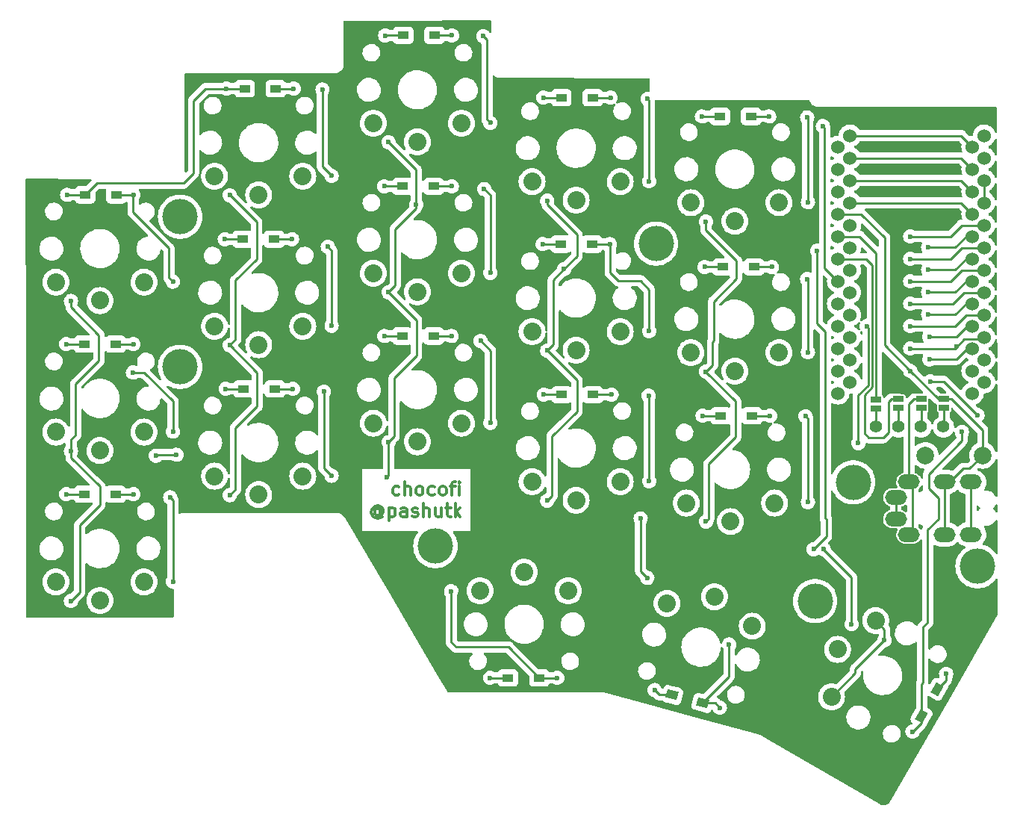
<source format=gtl>
G04 #@! TF.GenerationSoftware,KiCad,Pcbnew,6.99.0-a9ca49a600~144~ubuntu20.04.1*
G04 #@! TF.CreationDate,2021-12-26T21:29:04+02:00*
G04 #@! TF.ProjectId,chocofi,63686f63-6f66-4692-9e6b-696361645f70,2.1*
G04 #@! TF.SameCoordinates,Original*
G04 #@! TF.FileFunction,Copper,L1,Top*
G04 #@! TF.FilePolarity,Positive*
%FSLAX46Y46*%
G04 Gerber Fmt 4.6, Leading zero omitted, Abs format (unit mm)*
G04 Created by KiCad (PCBNEW 6.99.0-a9ca49a600~144~ubuntu20.04.1) date 2021-12-26 21:29:04*
%MOMM*%
%LPD*%
G01*
G04 APERTURE LIST*
G04 Aperture macros list*
%AMRotRect*
0 Rectangle, with rotation*
0 The origin of the aperture is its center*
0 $1 length*
0 $2 width*
0 $3 Rotation angle, in degrees counterclockwise*
0 Add horizontal line*
21,1,$1,$2,0,0,$3*%
G04 Aperture macros list end*
%ADD10C,0.300000*%
G04 #@! TA.AperFunction,NonConductor*
%ADD11C,0.300000*%
G04 #@! TD*
G04 #@! TA.AperFunction,SMDPad,CuDef*
%ADD12R,1.300000X0.950000*%
G04 #@! TD*
G04 #@! TA.AperFunction,SMDPad,CuDef*
%ADD13RotRect,1.300000X0.950000X345.000000*%
G04 #@! TD*
G04 #@! TA.AperFunction,SMDPad,CuDef*
%ADD14RotRect,1.300000X0.950000X60.000000*%
G04 #@! TD*
G04 #@! TA.AperFunction,ComponentPad*
%ADD15O,2.500000X1.700000*%
G04 #@! TD*
G04 #@! TA.AperFunction,ComponentPad*
%ADD16C,2.032000*%
G04 #@! TD*
G04 #@! TA.AperFunction,ComponentPad*
%ADD17C,1.524000*%
G04 #@! TD*
G04 #@! TA.AperFunction,SMDPad,CuDef*
%ADD18R,1.143000X0.635000*%
G04 #@! TD*
G04 #@! TA.AperFunction,ComponentPad*
%ADD19C,1.397000*%
G04 #@! TD*
G04 #@! TA.AperFunction,ComponentPad*
%ADD20C,2.000000*%
G04 #@! TD*
G04 #@! TA.AperFunction,ComponentPad*
%ADD21C,4.000000*%
G04 #@! TD*
G04 #@! TA.AperFunction,ViaPad*
%ADD22C,0.600000*%
G04 #@! TD*
G04 #@! TA.AperFunction,Conductor*
%ADD23C,0.250000*%
G04 #@! TD*
G04 APERTURE END LIST*
D10*
D11*
X119830714Y-98289642D02*
X119687857Y-98361071D01*
X119402142Y-98361071D01*
X119259285Y-98289642D01*
X119187857Y-98218214D01*
X119116428Y-98075357D01*
X119116428Y-97646785D01*
X119187857Y-97503928D01*
X119259285Y-97432500D01*
X119402142Y-97361071D01*
X119687857Y-97361071D01*
X119830714Y-97432500D01*
X120473571Y-98361071D02*
X120473571Y-96861071D01*
X121116428Y-98361071D02*
X121116428Y-97575357D01*
X121045000Y-97432500D01*
X120902142Y-97361071D01*
X120687857Y-97361071D01*
X120545000Y-97432500D01*
X120473571Y-97503928D01*
X122045000Y-98361071D02*
X121902142Y-98289642D01*
X121830714Y-98218214D01*
X121759285Y-98075357D01*
X121759285Y-97646785D01*
X121830714Y-97503928D01*
X121902142Y-97432500D01*
X122045000Y-97361071D01*
X122259285Y-97361071D01*
X122402142Y-97432500D01*
X122473571Y-97503928D01*
X122545000Y-97646785D01*
X122545000Y-98075357D01*
X122473571Y-98218214D01*
X122402142Y-98289642D01*
X122259285Y-98361071D01*
X122045000Y-98361071D01*
X123830714Y-98289642D02*
X123687857Y-98361071D01*
X123402142Y-98361071D01*
X123259285Y-98289642D01*
X123187857Y-98218214D01*
X123116428Y-98075357D01*
X123116428Y-97646785D01*
X123187857Y-97503928D01*
X123259285Y-97432500D01*
X123402142Y-97361071D01*
X123687857Y-97361071D01*
X123830714Y-97432500D01*
X124687857Y-98361071D02*
X124545000Y-98289642D01*
X124473571Y-98218214D01*
X124402142Y-98075357D01*
X124402142Y-97646785D01*
X124473571Y-97503928D01*
X124545000Y-97432500D01*
X124687857Y-97361071D01*
X124902142Y-97361071D01*
X125045000Y-97432500D01*
X125116428Y-97503928D01*
X125187857Y-97646785D01*
X125187857Y-98075357D01*
X125116428Y-98218214D01*
X125045000Y-98289642D01*
X124902142Y-98361071D01*
X124687857Y-98361071D01*
X125616428Y-97361071D02*
X126187857Y-97361071D01*
X125830714Y-98361071D02*
X125830714Y-97075357D01*
X125902142Y-96932500D01*
X126045000Y-96861071D01*
X126187857Y-96861071D01*
X126687857Y-98361071D02*
X126687857Y-97361071D01*
X126687857Y-96861071D02*
X126616428Y-96932500D01*
X126687857Y-97003928D01*
X126759285Y-96932500D01*
X126687857Y-96861071D01*
X126687857Y-97003928D01*
X117687857Y-100061785D02*
X117616428Y-99990357D01*
X117473571Y-99918928D01*
X117330714Y-99918928D01*
X117187857Y-99990357D01*
X117116428Y-100061785D01*
X117045000Y-100204642D01*
X117045000Y-100347500D01*
X117116428Y-100490357D01*
X117187857Y-100561785D01*
X117330714Y-100633214D01*
X117473571Y-100633214D01*
X117616428Y-100561785D01*
X117687857Y-100490357D01*
X117687857Y-99918928D02*
X117687857Y-100490357D01*
X117759285Y-100561785D01*
X117830714Y-100561785D01*
X117973571Y-100490357D01*
X118045000Y-100347500D01*
X118045000Y-99990357D01*
X117902142Y-99776071D01*
X117687857Y-99633214D01*
X117402142Y-99561785D01*
X117116428Y-99633214D01*
X116902142Y-99776071D01*
X116759285Y-99990357D01*
X116687857Y-100276071D01*
X116759285Y-100561785D01*
X116902142Y-100776071D01*
X117116428Y-100918928D01*
X117402142Y-100990357D01*
X117687857Y-100918928D01*
X117902142Y-100776071D01*
X118687857Y-99776071D02*
X118687857Y-101276071D01*
X118687857Y-99847500D02*
X118830714Y-99776071D01*
X119116428Y-99776071D01*
X119259285Y-99847500D01*
X119330714Y-99918928D01*
X119402142Y-100061785D01*
X119402142Y-100490357D01*
X119330714Y-100633214D01*
X119259285Y-100704642D01*
X119116428Y-100776071D01*
X118830714Y-100776071D01*
X118687857Y-100704642D01*
X120687857Y-100776071D02*
X120687857Y-99990357D01*
X120616428Y-99847500D01*
X120473571Y-99776071D01*
X120187857Y-99776071D01*
X120045000Y-99847500D01*
X120687857Y-100704642D02*
X120545000Y-100776071D01*
X120187857Y-100776071D01*
X120045000Y-100704642D01*
X119973571Y-100561785D01*
X119973571Y-100418928D01*
X120045000Y-100276071D01*
X120187857Y-100204642D01*
X120545000Y-100204642D01*
X120687857Y-100133214D01*
X121330714Y-100704642D02*
X121473571Y-100776071D01*
X121759285Y-100776071D01*
X121902142Y-100704642D01*
X121973571Y-100561785D01*
X121973571Y-100490357D01*
X121902142Y-100347500D01*
X121759285Y-100276071D01*
X121545000Y-100276071D01*
X121402142Y-100204642D01*
X121330714Y-100061785D01*
X121330714Y-99990357D01*
X121402142Y-99847500D01*
X121545000Y-99776071D01*
X121759285Y-99776071D01*
X121902142Y-99847500D01*
X122616428Y-100776071D02*
X122616428Y-99276071D01*
X123259285Y-100776071D02*
X123259285Y-99990357D01*
X123187857Y-99847500D01*
X123045000Y-99776071D01*
X122830714Y-99776071D01*
X122687857Y-99847500D01*
X122616428Y-99918928D01*
X124616428Y-99776071D02*
X124616428Y-100776071D01*
X123973571Y-99776071D02*
X123973571Y-100561785D01*
X124045000Y-100704642D01*
X124187857Y-100776071D01*
X124402142Y-100776071D01*
X124545000Y-100704642D01*
X124616428Y-100633214D01*
X125116428Y-99776071D02*
X125687857Y-99776071D01*
X125330714Y-99276071D02*
X125330714Y-100561785D01*
X125402142Y-100704642D01*
X125545000Y-100776071D01*
X125687857Y-100776071D01*
X126187857Y-100776071D02*
X126187857Y-99276071D01*
X126330714Y-100204642D02*
X126759285Y-100776071D01*
X126759285Y-99776071D02*
X126187857Y-100347500D01*
D12*
X84229400Y-64312800D03*
X87779400Y-64312800D03*
X102314200Y-52273200D03*
X105864200Y-52273200D03*
X120297400Y-46228000D03*
X123847400Y-46228000D03*
X138229800Y-53289200D03*
X141779800Y-53289200D03*
X156213000Y-55422800D03*
X159763000Y-55422800D03*
X84127800Y-81229200D03*
X87677800Y-81229200D03*
X102111000Y-69342000D03*
X105661000Y-69342000D03*
X120195800Y-63347600D03*
X123745800Y-63347600D03*
X138179000Y-69900800D03*
X141729000Y-69900800D03*
X156517800Y-72491600D03*
X160067800Y-72491600D03*
X84127800Y-98247200D03*
X87677800Y-98247200D03*
X102212600Y-86309200D03*
X105762600Y-86309200D03*
X120195800Y-80314800D03*
X123745800Y-80314800D03*
X138280600Y-86969600D03*
X141830600Y-86969600D03*
X156314600Y-89357200D03*
X159864600Y-89357200D03*
X132184600Y-119075200D03*
X135734600Y-119075200D03*
D13*
X150799764Y-121001192D03*
X154228800Y-121920000D03*
D14*
X179070666Y-123432630D03*
X180845666Y-120358240D03*
D15*
X176160000Y-101061000D03*
X176160000Y-98611000D03*
X184660000Y-102811000D03*
X184660000Y-96861000D03*
X181660000Y-96861000D03*
X181660000Y-102811000D03*
X177660000Y-96861000D03*
X177660000Y-102811000D03*
D16*
X85910000Y-76300000D03*
X90910000Y-74200000D03*
X80910000Y-74200000D03*
X103910000Y-64300000D03*
X98910000Y-62200000D03*
X108910000Y-62200000D03*
X121910000Y-58300000D03*
X126910000Y-56200000D03*
X116910000Y-56200000D03*
X139910000Y-64920000D03*
X144910000Y-62820000D03*
X134910000Y-62820000D03*
X157910000Y-67300000D03*
X152910000Y-65200000D03*
X162910000Y-65200000D03*
X85910000Y-93300000D03*
X90910000Y-91200000D03*
X80910000Y-91200000D03*
X103910000Y-81300000D03*
X98910000Y-79200000D03*
X108910000Y-79200000D03*
X121910000Y-75300000D03*
X126910000Y-73200000D03*
X116910000Y-73200000D03*
X139910000Y-81920000D03*
X144910000Y-79820000D03*
X134910000Y-79820000D03*
X157910000Y-84300000D03*
X162910000Y-82200000D03*
X152910000Y-82200000D03*
X85910000Y-110300000D03*
X80910000Y-108200000D03*
X90910000Y-108200000D03*
X103910000Y-98300000D03*
X108910000Y-96200000D03*
X98910000Y-96200000D03*
X121910000Y-92300000D03*
X116910000Y-90200000D03*
X126910000Y-90200000D03*
X139910000Y-98925000D03*
X144910000Y-96825000D03*
X134910000Y-96825000D03*
X157410000Y-101350000D03*
X162410000Y-99250000D03*
X152410000Y-99250000D03*
X134010000Y-107090000D03*
X139010000Y-109190000D03*
X129010000Y-109190000D03*
X155587032Y-109881038D03*
X150213883Y-110615387D03*
X159873142Y-113203577D03*
X169550450Y-115840000D03*
X173869103Y-112559873D03*
X168869103Y-121220127D03*
D17*
X169620000Y-58870400D03*
X186166400Y-57600400D03*
X186166400Y-60140400D03*
X169620000Y-61410400D03*
X186166400Y-62680400D03*
X169620000Y-63950400D03*
X186166400Y-65220400D03*
X169620000Y-66490400D03*
X169620000Y-69030400D03*
X186166400Y-67760400D03*
X169620000Y-71570400D03*
X186166400Y-70300400D03*
X169620000Y-74110400D03*
X186166400Y-72840400D03*
X169620000Y-76650400D03*
X186166400Y-75380400D03*
X186166400Y-77920400D03*
X169620000Y-79190400D03*
X186166400Y-80460400D03*
X169620000Y-81730400D03*
X186166400Y-83000400D03*
X169620000Y-84270400D03*
X186166400Y-85540400D03*
X169620000Y-86810400D03*
X170946400Y-85540400D03*
X184860000Y-86810400D03*
X170946400Y-83000400D03*
X184860000Y-84270400D03*
X184860000Y-81730400D03*
X170946400Y-80460400D03*
X184860000Y-79190400D03*
X170946400Y-77920400D03*
X184860000Y-76650400D03*
X170946400Y-75380400D03*
X184860000Y-74110400D03*
X170946400Y-72840400D03*
X184860000Y-71570400D03*
X170946400Y-70300400D03*
X170946400Y-67760400D03*
X184860000Y-69030400D03*
X184860000Y-66490400D03*
X170946400Y-65220400D03*
X184860000Y-63950400D03*
X170946400Y-62680400D03*
X170946400Y-60140400D03*
X184860000Y-61410400D03*
X184860000Y-58870400D03*
X170946400Y-57600400D03*
D18*
X179070000Y-87448020D03*
X179070000Y-88448780D03*
D19*
X173930000Y-90608400D03*
X176470000Y-90608400D03*
X179010000Y-90608400D03*
X181550000Y-90608400D03*
D18*
X176470000Y-87468020D03*
X176470000Y-88468780D03*
X173930000Y-87498020D03*
X173930000Y-88498780D03*
X181640000Y-87438420D03*
X181640000Y-88439180D03*
D20*
X186003000Y-93853000D03*
X179503000Y-93853000D03*
D21*
X171323000Y-96901000D03*
X185420000Y-106426000D03*
X95000000Y-66802000D03*
X148971000Y-69850000D03*
X123952000Y-104140000D03*
X167005000Y-110363000D03*
X95000000Y-83820000D03*
D22*
X177800000Y-74110400D03*
X100279200Y-52273200D03*
X167894000Y-56515000D03*
X154178000Y-55422800D03*
X82194400Y-64312800D03*
X118262400Y-46247600D03*
X136194800Y-53289200D03*
X177800000Y-76650400D03*
X154482800Y-72491600D03*
X136126600Y-69883400D03*
X82092800Y-81229200D03*
X118160800Y-63347600D03*
X100076000Y-69342000D03*
X94185000Y-74150000D03*
X89717200Y-64312800D03*
X171907200Y-92456000D03*
X154262800Y-89357200D03*
X172855490Y-79190400D03*
X118160800Y-80314800D03*
X136250400Y-86969600D03*
X177800000Y-79190400D03*
X100177600Y-86309200D03*
X82092800Y-98247200D03*
X112185000Y-62150000D03*
X111150400Y-52374800D03*
X107899200Y-52273200D03*
X130164800Y-119075200D03*
X148814805Y-120455195D03*
X183032400Y-81534000D03*
X178053166Y-125156834D03*
X177800000Y-81730400D03*
X183642000Y-91186000D03*
X125842000Y-46228000D03*
X129387600Y-46329600D03*
X130185000Y-56150000D03*
X148031200Y-53441600D03*
X143814800Y-53289200D03*
X148185000Y-62770000D03*
X161798000Y-55422800D03*
X166116000Y-55524400D03*
X166185000Y-65150000D03*
X89712800Y-81229200D03*
X94185000Y-91150000D03*
X89662000Y-84455000D03*
X112185000Y-79150000D03*
X107696000Y-69342000D03*
X111760000Y-70205600D03*
X130185000Y-73150000D03*
X129489200Y-63652400D03*
X125812400Y-63347600D03*
X143729200Y-69900800D03*
X148185000Y-79770000D03*
X162102800Y-72491600D03*
X166185000Y-82150000D03*
X166116000Y-73863200D03*
X89712800Y-98247200D03*
X94185000Y-108150000D03*
X93878400Y-98602800D03*
X112185000Y-96150000D03*
X111302800Y-86614000D03*
X107797600Y-86309200D03*
X125780800Y-80314800D03*
X130185000Y-90150000D03*
X129082800Y-80873600D03*
X143920400Y-86969600D03*
X148185000Y-96775000D03*
X148132800Y-87071200D03*
X161899600Y-89357200D03*
X166185000Y-99150000D03*
X165912800Y-89408000D03*
X137769600Y-119075200D03*
X125735000Y-109240000D03*
X157251400Y-115290600D03*
X156194459Y-122446697D03*
X174866300Y-114795300D03*
X181863166Y-118616834D03*
X177800000Y-84268400D03*
X179832000Y-70256400D03*
X94589600Y-93776800D03*
X179832000Y-72796400D03*
X167233600Y-70662800D03*
X166830000Y-104495600D03*
X82635000Y-110350000D03*
X92252800Y-93878400D03*
X82635000Y-93350000D03*
X82635000Y-76350000D03*
X100635000Y-64350000D03*
X179832000Y-75336400D03*
X100635000Y-81350000D03*
X100635000Y-98350000D03*
X179832000Y-77876400D03*
X118635000Y-58350000D03*
X118635000Y-92350000D03*
X118635000Y-75350000D03*
X118480000Y-96334500D03*
X121767600Y-65430400D03*
X136635000Y-98975000D03*
X136635000Y-64970000D03*
X147980400Y-107746800D03*
X179959000Y-80416400D03*
X136635000Y-81970000D03*
X147218400Y-100990400D03*
X138531600Y-72745600D03*
X171144649Y-112978767D03*
X154635000Y-101350000D03*
X154635000Y-67350000D03*
X154635000Y-84350000D03*
X179959000Y-82956400D03*
X167970000Y-104480000D03*
X185420000Y-89281000D03*
X180086000Y-85471000D03*
X177800000Y-71570400D03*
X177800000Y-69030400D03*
D23*
X96520000Y-53644800D02*
X97891600Y-52273200D01*
X118262400Y-46228000D02*
X120297400Y-46228000D01*
X154178000Y-55422800D02*
X156213000Y-55422800D01*
X138229800Y-53289200D02*
X136194800Y-53289200D01*
X85550200Y-62992000D02*
X84229400Y-64312800D01*
X167894000Y-56515000D02*
X168097200Y-56718200D01*
X183598000Y-72840400D02*
X182328000Y-74110400D01*
X168097200Y-72587600D02*
X169620000Y-74110400D01*
X102314200Y-52273200D02*
X100279200Y-52273200D01*
X96520000Y-53644800D02*
X96520000Y-61849000D01*
X95377000Y-62992000D02*
X85550200Y-62992000D01*
X97891600Y-52273200D02*
X100279200Y-52273200D01*
X96520000Y-61849000D02*
X95377000Y-62992000D01*
X186166400Y-72840400D02*
X183598000Y-72840400D01*
X168097200Y-56718200D02*
X168097200Y-72587600D01*
X84229400Y-64312800D02*
X82194400Y-64312800D01*
X182328000Y-74110400D02*
X177800000Y-74110400D01*
X186166400Y-75380400D02*
X183852000Y-75380400D01*
X182582000Y-76650400D02*
X177800000Y-76650400D01*
X138179000Y-69900800D02*
X136144000Y-69900800D01*
X183852000Y-75380400D02*
X182582000Y-76650400D01*
X102111000Y-69342000D02*
X100076000Y-69342000D01*
X120195800Y-63347600D02*
X118160800Y-63347600D01*
X84127800Y-81229200D02*
X82092800Y-81229200D01*
X156517800Y-72491600D02*
X154482800Y-72491600D01*
X89662000Y-66294000D02*
X89662000Y-64465200D01*
X93726000Y-70358000D02*
X89662000Y-66294000D01*
X89717200Y-64312800D02*
X89814400Y-64312800D01*
X93726000Y-73691000D02*
X93726000Y-70358000D01*
X94185000Y-74150000D02*
X93726000Y-73691000D01*
X89662000Y-64465200D02*
X89814400Y-64312800D01*
X87779400Y-64312800D02*
X89717200Y-64312800D01*
X156314600Y-89357200D02*
X154279600Y-89357200D01*
X173030470Y-79365380D02*
X172855490Y-79190400D01*
X182836000Y-79190400D02*
X177800000Y-79190400D01*
X171907200Y-87025482D02*
X173030470Y-85902212D01*
X84127800Y-98247200D02*
X82092800Y-98247200D01*
X136250400Y-86969600D02*
X136245600Y-86969600D01*
X184106000Y-77920400D02*
X182836000Y-79190400D01*
X138280600Y-86969600D02*
X136250400Y-86969600D01*
X171907200Y-92456000D02*
X171907200Y-87025482D01*
X186166400Y-77920400D02*
X184106000Y-77920400D01*
X120195800Y-80314800D02*
X118160800Y-80314800D01*
X173030470Y-85902212D02*
X173030470Y-79365380D01*
X102212600Y-86309200D02*
X100177600Y-86309200D01*
X111150400Y-61115400D02*
X112185000Y-62150000D01*
X105864200Y-52273200D02*
X107899200Y-52273200D01*
X111150400Y-52374800D02*
X111150400Y-61115400D01*
X185983401Y-80643399D02*
X186166400Y-80460400D01*
X183923001Y-80643399D02*
X185983401Y-80643399D01*
X177800000Y-81730400D02*
X182836000Y-81730400D01*
X180975000Y-101092000D02*
X179781200Y-102285800D01*
X180975000Y-98679000D02*
X180975000Y-101092000D01*
X179781200Y-102285800D02*
X179781200Y-112776000D01*
X179882800Y-95961200D02*
X179882800Y-97586800D01*
X150799764Y-121001192D02*
X149360802Y-121001192D01*
X179781200Y-112776000D02*
X179197000Y-113360200D01*
X182836000Y-81730400D02*
X183923001Y-80643399D01*
X179070666Y-124177492D02*
X178053166Y-125194992D01*
X179197000Y-119634000D02*
X179070666Y-119760334D01*
X179197000Y-113360200D02*
X179197000Y-119634000D01*
X130164800Y-119075200D02*
X130149600Y-119075200D01*
X149360802Y-121001192D02*
X148834105Y-120474495D01*
X183642000Y-92202000D02*
X179882800Y-95961200D01*
X179070666Y-123432630D02*
X179070666Y-124177492D01*
X179882800Y-97586800D02*
X180975000Y-98679000D01*
X132184600Y-119075200D02*
X130164800Y-119075200D01*
X179070666Y-119760334D02*
X179070666Y-123432630D01*
X183642000Y-91186000D02*
X183642000Y-92202000D01*
X129794000Y-46736000D02*
X129794000Y-55759000D01*
X129794000Y-55759000D02*
X130185000Y-56150000D01*
X125842000Y-46228000D02*
X125882400Y-46228000D01*
X129387600Y-46329600D02*
X129794000Y-46736000D01*
X123847400Y-46228000D02*
X125842000Y-46228000D01*
X148185000Y-53595400D02*
X148185000Y-62770000D01*
X148031200Y-53441600D02*
X148185000Y-53595400D01*
X141779800Y-53289200D02*
X143814800Y-53289200D01*
X166185000Y-55593400D02*
X166116000Y-55524400D01*
X159763000Y-55422800D02*
X161798000Y-55422800D01*
X166185000Y-65150000D02*
X166185000Y-55593400D01*
X87677800Y-81229200D02*
X89712800Y-81229200D01*
X94185000Y-87708000D02*
X94185000Y-91150000D01*
X90932000Y-84455000D02*
X94185000Y-87708000D01*
X89662000Y-84455000D02*
X90932000Y-84455000D01*
X111760000Y-70205600D02*
X112185000Y-70630600D01*
X105661000Y-69342000D02*
X107696000Y-69342000D01*
X112185000Y-70630600D02*
X112185000Y-79150000D01*
X130185000Y-64348200D02*
X130185000Y-73150000D01*
X123745800Y-63347600D02*
X125780800Y-63347600D01*
X129489200Y-63652400D02*
X130185000Y-64348200D01*
X143729200Y-69900800D02*
X143764000Y-69900800D01*
X143764000Y-69900800D02*
X143764000Y-73152000D01*
X148185000Y-75033000D02*
X148185000Y-79770000D01*
X144653000Y-74041000D02*
X147193000Y-74041000D01*
X147193000Y-74041000D02*
X148185000Y-75033000D01*
X143764000Y-73152000D02*
X144653000Y-74041000D01*
X141729000Y-69900800D02*
X143729200Y-69900800D01*
X166185000Y-73932200D02*
X166185000Y-82150000D01*
X166116000Y-73863200D02*
X166185000Y-73932200D01*
X160067800Y-72491600D02*
X162102800Y-72491600D01*
X94185000Y-98909400D02*
X94185000Y-108150000D01*
X87677800Y-98247200D02*
X89712800Y-98247200D01*
X93878400Y-98602800D02*
X94185000Y-98909400D01*
X111302800Y-95267800D02*
X112185000Y-96150000D01*
X111302800Y-86614000D02*
X111302800Y-95267800D01*
X105762600Y-86309200D02*
X107797600Y-86309200D01*
X123745800Y-80314800D02*
X125780800Y-80314800D01*
X130185000Y-81975800D02*
X130185000Y-90150000D01*
X129082800Y-80873600D02*
X130185000Y-81975800D01*
X148185000Y-87123400D02*
X148185000Y-96775000D01*
X141830600Y-86969600D02*
X143865600Y-86969600D01*
X148132800Y-87071200D02*
X148185000Y-87123400D01*
X166185000Y-89680200D02*
X166185000Y-99150000D01*
X165912800Y-89408000D02*
X166185000Y-89680200D01*
X159864600Y-89357200D02*
X161899600Y-89357200D01*
X126288800Y-115570000D02*
X125735000Y-115016200D01*
X135734600Y-119075200D02*
X137769600Y-119075200D01*
X125735000Y-115016200D02*
X125735000Y-109240000D01*
X135734600Y-119075200D02*
X132229400Y-115570000D01*
X132229400Y-115570000D02*
X126288800Y-115570000D01*
X157251400Y-118897400D02*
X157251400Y-115290600D01*
X154228800Y-121920000D02*
X155667762Y-121920000D01*
X155667762Y-121920000D02*
X156194459Y-122446697D01*
X154228800Y-121920000D02*
X157251400Y-118897400D01*
X168869103Y-121220127D02*
X171551600Y-118537630D01*
X181863166Y-118595878D02*
X181863166Y-118616834D01*
X174866300Y-114795300D02*
X174866300Y-113557070D01*
X181863166Y-118616834D02*
X181863166Y-119340740D01*
X171551600Y-118110000D02*
X174866300Y-114795300D01*
X171551600Y-118537630D02*
X171551600Y-118110000D01*
X174866300Y-113557070D02*
X173869103Y-112559873D01*
X181863166Y-119340740D02*
X180845666Y-120358240D01*
X172222000Y-66490400D02*
X169620000Y-66490400D01*
X186003000Y-93853000D02*
X184507600Y-95348400D01*
X186003000Y-90979920D02*
X186003000Y-93853000D01*
X183590000Y-60140400D02*
X184860000Y-61410400D01*
X180970020Y-87438420D02*
X177800000Y-84268400D01*
X170946400Y-60140400D02*
X183590000Y-60140400D01*
X182287400Y-96861000D02*
X181660000Y-96861000D01*
X177800000Y-84268400D02*
X174902010Y-81370410D01*
X184507600Y-95348400D02*
X183800000Y-95348400D01*
X174902010Y-69170410D02*
X172222000Y-66490400D01*
X181640000Y-87438420D02*
X182461500Y-87438420D01*
X186166400Y-62680400D02*
X186166400Y-65220400D01*
X183800000Y-95348400D02*
X182287400Y-96861000D01*
X181660000Y-96861000D02*
X181660000Y-102811000D01*
X182461500Y-87438420D02*
X186003000Y-90979920D01*
X174902010Y-81370410D02*
X174902010Y-69170410D01*
X181640000Y-87438420D02*
X180970020Y-87438420D01*
X177660000Y-96861000D02*
X177660000Y-88036520D01*
X177660000Y-88036520D02*
X178248500Y-87448020D01*
X178248500Y-87448020D02*
X179070000Y-87448020D01*
X177660000Y-96861000D02*
X178054000Y-97255000D01*
X178054000Y-102417000D02*
X177660000Y-102811000D01*
X183590000Y-65220400D02*
X184860000Y-66490400D01*
X178054000Y-97255000D02*
X178054000Y-102417000D01*
X170946400Y-65220400D02*
X183590000Y-65220400D01*
X177660000Y-102811000D02*
X178257400Y-102811000D01*
X178257400Y-102811000D02*
X178300000Y-102768400D01*
X184106000Y-69030400D02*
X182880000Y-70256400D01*
X184733000Y-69030400D02*
X184106000Y-69030400D01*
X182880000Y-70256400D02*
X179832000Y-70256400D01*
X179832000Y-70256400D02*
X179832000Y-70256400D01*
X182880000Y-72796400D02*
X179832000Y-72796400D01*
X184106000Y-71570400D02*
X182880000Y-72796400D01*
X184733000Y-71570400D02*
X184106000Y-71570400D01*
X179832000Y-72796400D02*
X179832000Y-72796400D01*
X82635000Y-92066200D02*
X82635000Y-93350000D01*
X92252800Y-93878400D02*
X92354400Y-93776800D01*
X85902800Y-97383600D02*
X85902800Y-99466400D01*
X82635000Y-93350000D02*
X82635000Y-94115800D01*
X85801200Y-80213200D02*
X85801200Y-83108800D01*
X85801200Y-83108800D02*
X83159600Y-85750400D01*
X85902800Y-99466400D02*
X83616800Y-101752400D01*
X82635000Y-76350000D02*
X82635000Y-77047000D01*
X83159600Y-85750400D02*
X83159600Y-91541600D01*
X168148000Y-79806800D02*
X167233600Y-78892400D01*
X83159600Y-91541600D02*
X82635000Y-92066200D01*
X82635000Y-94115800D02*
X85902800Y-97383600D01*
X83616800Y-109368200D02*
X82635000Y-110350000D01*
X168275000Y-103050600D02*
X168275000Y-101092000D01*
X83616800Y-101752400D02*
X83616800Y-109368200D01*
X168275000Y-101092000D02*
X168148000Y-100965000D01*
X167233600Y-78892400D02*
X167233600Y-70662800D01*
X82635000Y-77047000D02*
X85801200Y-80213200D01*
X168148000Y-100965000D02*
X168148000Y-79806800D01*
X166830000Y-104495600D02*
X168275000Y-103050600D01*
X92354400Y-93776800D02*
X94589600Y-93776800D01*
X182880000Y-75336400D02*
X179832000Y-75336400D01*
X184733000Y-74110400D02*
X184106000Y-74110400D01*
X184106000Y-74110400D02*
X182880000Y-75336400D01*
X179832000Y-75336400D02*
X179832000Y-75336400D01*
X101295200Y-97689800D02*
X100635000Y-98350000D01*
X101295200Y-74015600D02*
X101295200Y-80689800D01*
X101295200Y-80689800D02*
X100635000Y-81350000D01*
X103733600Y-84448600D02*
X103733600Y-88290400D01*
X101295200Y-90728800D02*
X101295200Y-97689800D01*
X100635000Y-81350000D02*
X103733600Y-84448600D01*
X100635000Y-64350000D02*
X103682800Y-67397800D01*
X103733600Y-88290400D02*
X101295200Y-90728800D01*
X103682800Y-71628000D02*
X101295200Y-74015600D01*
X103682800Y-67397800D02*
X103682800Y-71628000D01*
X182880000Y-77876400D02*
X179832000Y-77876400D01*
X184106000Y-76650400D02*
X182880000Y-77876400D01*
X184733000Y-76650400D02*
X184106000Y-76650400D01*
X179832000Y-77876400D02*
X179832000Y-77876400D01*
X119278400Y-85090000D02*
X119278400Y-91706600D01*
X118635000Y-75350000D02*
X121818400Y-78533400D01*
X118635000Y-96179500D02*
X118635000Y-92350000D01*
X121767600Y-65836800D02*
X119380000Y-68224400D01*
X119278400Y-91706600D02*
X118635000Y-92350000D01*
X121818400Y-82550000D02*
X119278400Y-85090000D01*
X121767600Y-65430400D02*
X121767600Y-65836800D01*
X118480000Y-96334500D02*
X118635000Y-96179500D01*
X118635000Y-58350000D02*
X121767600Y-61482600D01*
X119380000Y-68224400D02*
X119380000Y-74605000D01*
X119380000Y-74605000D02*
X118635000Y-75350000D01*
X121767600Y-61482600D02*
X121767600Y-65430400D01*
X121818400Y-78533400D02*
X121818400Y-82550000D01*
X179959000Y-80416400D02*
X179959000Y-80416400D01*
X147218400Y-106984800D02*
X147980400Y-107746800D01*
X137160000Y-91694000D02*
X137160000Y-98450000D01*
X138531600Y-72745600D02*
X137312400Y-73964800D01*
X140004800Y-88849200D02*
X137160000Y-91694000D01*
X136635000Y-65464200D02*
X140004800Y-68834000D01*
X184233000Y-79190400D02*
X183007000Y-80416400D01*
X140004800Y-68834000D02*
X140004800Y-71272400D01*
X184860000Y-79190400D02*
X184233000Y-79190400D01*
X136635000Y-81970000D02*
X140004800Y-85339800D01*
X140004800Y-85339800D02*
X140004800Y-88849200D01*
X137312400Y-73964800D02*
X137312400Y-81292600D01*
X140004800Y-71272400D02*
X138531600Y-72745600D01*
X183007000Y-80416400D02*
X179959000Y-80416400D01*
X137160000Y-98450000D02*
X136635000Y-98975000D01*
X137312400Y-81292600D02*
X136635000Y-81970000D01*
X136635000Y-64970000D02*
X136635000Y-65464200D01*
X147218400Y-100990400D02*
X147218400Y-106984800D01*
X183007000Y-82956400D02*
X179959000Y-82956400D01*
X184233000Y-81730400D02*
X183007000Y-82956400D01*
X184860000Y-81730400D02*
X184233000Y-81730400D01*
X179959000Y-82956400D02*
X179959000Y-82956400D01*
X154940000Y-101045000D02*
X154635000Y-101350000D01*
X167970000Y-104530000D02*
X171144649Y-107704649D01*
X167970000Y-104480000D02*
X167970000Y-104530000D01*
X158089600Y-73812400D02*
X155498800Y-76403200D01*
X154940000Y-94843600D02*
X154940000Y-101045000D01*
X154635000Y-84378600D02*
X157988000Y-87731600D01*
X154635000Y-68325800D02*
X158089600Y-71780400D01*
X157988000Y-91795600D02*
X154940000Y-94843600D01*
X155397200Y-80975200D02*
X155397200Y-83587800D01*
X154635000Y-84350000D02*
X154635000Y-84378600D01*
X155397200Y-83587800D02*
X154635000Y-84350000D01*
X171144649Y-107704649D02*
X171144649Y-112978767D01*
X157988000Y-87731600D02*
X157988000Y-91795600D01*
X155498800Y-76403200D02*
X155498800Y-80873600D01*
X158089600Y-71780400D02*
X158089600Y-73812400D01*
X155498800Y-80873600D02*
X155397200Y-80975200D01*
X154635000Y-67350000D02*
X154635000Y-68325800D01*
X184660000Y-96861000D02*
X184660000Y-102811000D01*
X183590000Y-62680400D02*
X184860000Y-63950400D01*
X170946400Y-62680400D02*
X183590000Y-62680400D01*
X180086000Y-85471000D02*
X181610000Y-85471000D01*
X181610000Y-85471000D02*
X185420000Y-89281000D01*
X175300000Y-87816520D02*
X175300000Y-91268400D01*
X173078000Y-91846400D02*
X172593000Y-91361400D01*
X172593000Y-91361400D02*
X172593000Y-86975400D01*
X175300000Y-91268400D02*
X174722000Y-91846400D01*
X175648500Y-87468020D02*
X175300000Y-87816520D01*
X186166400Y-70300400D02*
X183598000Y-70300400D01*
X174722000Y-91846400D02*
X173078000Y-91846400D01*
X172802000Y-71570400D02*
X169620000Y-71570400D01*
X173479990Y-86088410D02*
X173479990Y-72248390D01*
X176470000Y-87468020D02*
X175648500Y-87468020D01*
X173479990Y-72248390D02*
X172802000Y-71570400D01*
X172593000Y-86975400D02*
X173479990Y-86088410D01*
X183598000Y-70300400D02*
X182328000Y-71570400D01*
X182328000Y-71570400D02*
X177800000Y-71570400D01*
X172062000Y-69030400D02*
X169620000Y-69030400D01*
X173930000Y-70898400D02*
X172062000Y-69030400D01*
X183598000Y-67760400D02*
X182328000Y-69030400D01*
X186166400Y-67760400D02*
X183598000Y-67760400D01*
X182328000Y-69030400D02*
X177800000Y-69030400D01*
X173930000Y-87498020D02*
X173930000Y-70898400D01*
X173930000Y-88498780D02*
X173930000Y-90608400D01*
X176470000Y-88468780D02*
X176470000Y-90608400D01*
X181640000Y-88439180D02*
X181640000Y-90518400D01*
X181640000Y-90518400D02*
X181550000Y-90608400D01*
X179070000Y-88448780D02*
X179070000Y-90548400D01*
X179070000Y-90548400D02*
X179010000Y-90608400D01*
X176160000Y-101061000D02*
X176160000Y-98611000D01*
X183590000Y-57600400D02*
X184860000Y-58870400D01*
X170946400Y-57600400D02*
X183590000Y-57600400D01*
G04 #@! TA.AperFunction,NonConductor*
G36*
X183343527Y-58253902D02*
G01*
X183364501Y-58270805D01*
X183581874Y-58488178D01*
X183615900Y-58550490D01*
X183614486Y-58609884D01*
X183604022Y-58648937D01*
X183584647Y-58870400D01*
X183604022Y-59091863D01*
X183631557Y-59194624D01*
X183651336Y-59268438D01*
X183661560Y-59306596D01*
X183663883Y-59311578D01*
X183663885Y-59311583D01*
X183671250Y-59327377D01*
X183681912Y-59397569D01*
X183652933Y-59462382D01*
X183593513Y-59501238D01*
X183568924Y-59506068D01*
X183566049Y-59506340D01*
X183554181Y-59506900D01*
X172119404Y-59506900D01*
X172051283Y-59486898D01*
X172016191Y-59453171D01*
X171926536Y-59325130D01*
X171926534Y-59325127D01*
X171923377Y-59320619D01*
X171766181Y-59163423D01*
X171761673Y-59160266D01*
X171761670Y-59160264D01*
X171641645Y-59076222D01*
X171584077Y-59035912D01*
X171579095Y-59033589D01*
X171579090Y-59033586D01*
X171474027Y-58984595D01*
X171420742Y-58937678D01*
X171401281Y-58869401D01*
X171421823Y-58801441D01*
X171474027Y-58756205D01*
X171579090Y-58707214D01*
X171579095Y-58707211D01*
X171584077Y-58704888D01*
X171701041Y-58622989D01*
X171761670Y-58580536D01*
X171761673Y-58580534D01*
X171766181Y-58577377D01*
X171923377Y-58420181D01*
X171931335Y-58408817D01*
X172016191Y-58287629D01*
X172071648Y-58243301D01*
X172119404Y-58233900D01*
X183275406Y-58233900D01*
X183343527Y-58253902D01*
G37*
G04 #@! TD.AperFunction*
G04 #@! TA.AperFunction,NonConductor*
G36*
X187541695Y-57932670D02*
G01*
X187596442Y-57977872D01*
X187618096Y-58048292D01*
X187620790Y-59702152D01*
X187600899Y-59770305D01*
X187547319Y-59816885D01*
X187477062Y-59827104D01*
X187412433Y-59797716D01*
X187373083Y-59734968D01*
X187372048Y-59731103D01*
X187364840Y-59704204D01*
X187356749Y-59686853D01*
X187273214Y-59507711D01*
X187273211Y-59507706D01*
X187270888Y-59502724D01*
X187259807Y-59486898D01*
X187146536Y-59325130D01*
X187146534Y-59325127D01*
X187143377Y-59320619D01*
X186986181Y-59163423D01*
X186981673Y-59160266D01*
X186981670Y-59160264D01*
X186861645Y-59076222D01*
X186804077Y-59035912D01*
X186799095Y-59033589D01*
X186799090Y-59033586D01*
X186694027Y-58984595D01*
X186640742Y-58937678D01*
X186621281Y-58869401D01*
X186641823Y-58801441D01*
X186694027Y-58756205D01*
X186799090Y-58707214D01*
X186799095Y-58707211D01*
X186804077Y-58704888D01*
X186921041Y-58622989D01*
X186981670Y-58580536D01*
X186981673Y-58580534D01*
X186986181Y-58577377D01*
X187143377Y-58420181D01*
X187151335Y-58408817D01*
X187267731Y-58242585D01*
X187267732Y-58242583D01*
X187270888Y-58238076D01*
X187273211Y-58233094D01*
X187273214Y-58233089D01*
X187362517Y-58041578D01*
X187362518Y-58041577D01*
X187364840Y-58036596D01*
X187366262Y-58031291D01*
X187366264Y-58031284D01*
X187370389Y-58015887D01*
X187407340Y-57955264D01*
X187471200Y-57924242D01*
X187541695Y-57932670D01*
G37*
G04 #@! TD.AperFunction*
G04 #@! TA.AperFunction,NonConductor*
G36*
X168928970Y-59937529D02*
G01*
X168982323Y-59974888D01*
X168987305Y-59977211D01*
X168987310Y-59977214D01*
X169092373Y-60026205D01*
X169145658Y-60073122D01*
X169165119Y-60141399D01*
X169144577Y-60209359D01*
X169092373Y-60254595D01*
X168987311Y-60303586D01*
X168987306Y-60303589D01*
X168982324Y-60305912D01*
X168977816Y-60309069D01*
X168977810Y-60309072D01*
X168928970Y-60343270D01*
X168861696Y-60365958D01*
X168792836Y-60348673D01*
X168744252Y-60296903D01*
X168730700Y-60240057D01*
X168730700Y-60040743D01*
X168750702Y-59972622D01*
X168804358Y-59926129D01*
X168874632Y-59916025D01*
X168928970Y-59937529D01*
G37*
G04 #@! TD.AperFunction*
G04 #@! TA.AperFunction,NonConductor*
G36*
X183343527Y-60793902D02*
G01*
X183364501Y-60810805D01*
X183581874Y-61028178D01*
X183615900Y-61090490D01*
X183614486Y-61149884D01*
X183611992Y-61159191D01*
X183604022Y-61188937D01*
X183584647Y-61410400D01*
X183604022Y-61631863D01*
X183661560Y-61846596D01*
X183663883Y-61851578D01*
X183663885Y-61851583D01*
X183671250Y-61867377D01*
X183681912Y-61937569D01*
X183652933Y-62002382D01*
X183593513Y-62041238D01*
X183568924Y-62046068D01*
X183566049Y-62046340D01*
X183554181Y-62046900D01*
X172119404Y-62046900D01*
X172051283Y-62026898D01*
X172016191Y-61993171D01*
X171926536Y-61865130D01*
X171926534Y-61865127D01*
X171923377Y-61860619D01*
X171766181Y-61703423D01*
X171761673Y-61700266D01*
X171761670Y-61700264D01*
X171652041Y-61623501D01*
X171584077Y-61575912D01*
X171579095Y-61573589D01*
X171579090Y-61573586D01*
X171474027Y-61524595D01*
X171420742Y-61477678D01*
X171401281Y-61409401D01*
X171421823Y-61341441D01*
X171474027Y-61296205D01*
X171579090Y-61247214D01*
X171579095Y-61247211D01*
X171584077Y-61244888D01*
X171711273Y-61155824D01*
X171761670Y-61120536D01*
X171761673Y-61120534D01*
X171766181Y-61117377D01*
X171923377Y-60960181D01*
X171936347Y-60941659D01*
X172016191Y-60827629D01*
X172071648Y-60783301D01*
X172119404Y-60773900D01*
X183275406Y-60773900D01*
X183343527Y-60793902D01*
G37*
G04 #@! TD.AperFunction*
G04 #@! TA.AperFunction,NonConductor*
G36*
X187545811Y-60457324D02*
G01*
X187600557Y-60502528D01*
X187622209Y-60572944D01*
X187624950Y-62255780D01*
X187624953Y-62257687D01*
X187605062Y-62325840D01*
X187551482Y-62372420D01*
X187481224Y-62382639D01*
X187416596Y-62353251D01*
X187377246Y-62290504D01*
X187376429Y-62287453D01*
X187364840Y-62244204D01*
X187358263Y-62230100D01*
X187273214Y-62047711D01*
X187273211Y-62047706D01*
X187270888Y-62042724D01*
X187267731Y-62038215D01*
X187146536Y-61865130D01*
X187146534Y-61865127D01*
X187143377Y-61860619D01*
X186986181Y-61703423D01*
X186981673Y-61700266D01*
X186981670Y-61700264D01*
X186872041Y-61623501D01*
X186804077Y-61575912D01*
X186799095Y-61573589D01*
X186799090Y-61573586D01*
X186694027Y-61524595D01*
X186640742Y-61477678D01*
X186621281Y-61409401D01*
X186641823Y-61341441D01*
X186694027Y-61296205D01*
X186799090Y-61247214D01*
X186799095Y-61247211D01*
X186804077Y-61244888D01*
X186931273Y-61155824D01*
X186981670Y-61120536D01*
X186981673Y-61120534D01*
X186986181Y-61117377D01*
X187143377Y-60960181D01*
X187156347Y-60941659D01*
X187267731Y-60782585D01*
X187267732Y-60782583D01*
X187270888Y-60778076D01*
X187273211Y-60773094D01*
X187273214Y-60773089D01*
X187362517Y-60581578D01*
X187362518Y-60581577D01*
X187364840Y-60576596D01*
X187366263Y-60571286D01*
X187366265Y-60571280D01*
X187374503Y-60540537D01*
X187411455Y-60479915D01*
X187475316Y-60448894D01*
X187545811Y-60457324D01*
G37*
G04 #@! TD.AperFunction*
G04 #@! TA.AperFunction,NonConductor*
G36*
X168928970Y-62477529D02*
G01*
X168982323Y-62514888D01*
X168987305Y-62517211D01*
X168987310Y-62517214D01*
X169092373Y-62566205D01*
X169145658Y-62613122D01*
X169165119Y-62681399D01*
X169144577Y-62749359D01*
X169092373Y-62794595D01*
X168987311Y-62843586D01*
X168987306Y-62843589D01*
X168982324Y-62845912D01*
X168977816Y-62849069D01*
X168977810Y-62849072D01*
X168928970Y-62883270D01*
X168861696Y-62905958D01*
X168792836Y-62888673D01*
X168744252Y-62836903D01*
X168730700Y-62780057D01*
X168730700Y-62580743D01*
X168750702Y-62512622D01*
X168804358Y-62466129D01*
X168874632Y-62456025D01*
X168928970Y-62477529D01*
G37*
G04 #@! TD.AperFunction*
G04 #@! TA.AperFunction,NonConductor*
G36*
X183343527Y-63333902D02*
G01*
X183364501Y-63350805D01*
X183581874Y-63568178D01*
X183615900Y-63630490D01*
X183614486Y-63689884D01*
X183608522Y-63712143D01*
X183604022Y-63728937D01*
X183584647Y-63950400D01*
X183604022Y-64171863D01*
X183639797Y-64305376D01*
X183658622Y-64375630D01*
X183661560Y-64386596D01*
X183663883Y-64391578D01*
X183663885Y-64391583D01*
X183671250Y-64407377D01*
X183681912Y-64477569D01*
X183652933Y-64542382D01*
X183593513Y-64581238D01*
X183568924Y-64586068D01*
X183566049Y-64586340D01*
X183554181Y-64586900D01*
X172119404Y-64586900D01*
X172051283Y-64566898D01*
X172016191Y-64533171D01*
X171926536Y-64405130D01*
X171926534Y-64405127D01*
X171923377Y-64400619D01*
X171766181Y-64243423D01*
X171761673Y-64240266D01*
X171761670Y-64240264D01*
X171671571Y-64177176D01*
X171584077Y-64115912D01*
X171579095Y-64113589D01*
X171579090Y-64113586D01*
X171482695Y-64068637D01*
X171474027Y-64064595D01*
X171420742Y-64017678D01*
X171401281Y-63949401D01*
X171421823Y-63881441D01*
X171474027Y-63836205D01*
X171475398Y-63835566D01*
X171512491Y-63818269D01*
X171579090Y-63787214D01*
X171579095Y-63787211D01*
X171584077Y-63784888D01*
X171692653Y-63708862D01*
X171761670Y-63660536D01*
X171761673Y-63660534D01*
X171766181Y-63657377D01*
X171923377Y-63500181D01*
X171930902Y-63489435D01*
X172016191Y-63367629D01*
X172071648Y-63323301D01*
X172119404Y-63313900D01*
X183275406Y-63313900D01*
X183343527Y-63333902D01*
G37*
G04 #@! TD.AperFunction*
G04 #@! TA.AperFunction,NonConductor*
G36*
X187549922Y-62981977D02*
G01*
X187604668Y-63027180D01*
X187626321Y-63097598D01*
X187626829Y-63409613D01*
X187629115Y-64813222D01*
X187609224Y-64881375D01*
X187555644Y-64927955D01*
X187485386Y-64938174D01*
X187420758Y-64908786D01*
X187381409Y-64846039D01*
X187364840Y-64784204D01*
X187362517Y-64779222D01*
X187273214Y-64587711D01*
X187273211Y-64587706D01*
X187270888Y-64582724D01*
X187267731Y-64578215D01*
X187146536Y-64405130D01*
X187146534Y-64405127D01*
X187143377Y-64400619D01*
X186986181Y-64243423D01*
X186981673Y-64240266D01*
X186981670Y-64240264D01*
X186891571Y-64177176D01*
X186853629Y-64150609D01*
X186809301Y-64095152D01*
X186799900Y-64047396D01*
X186799900Y-63853404D01*
X186819902Y-63785283D01*
X186853629Y-63750191D01*
X186857437Y-63747525D01*
X186912653Y-63708862D01*
X186981670Y-63660536D01*
X186981673Y-63660534D01*
X186986181Y-63657377D01*
X187143377Y-63500181D01*
X187150902Y-63489435D01*
X187267731Y-63322585D01*
X187267732Y-63322583D01*
X187270888Y-63318076D01*
X187273211Y-63313094D01*
X187273214Y-63313089D01*
X187362517Y-63121578D01*
X187362518Y-63121577D01*
X187364840Y-63116596D01*
X187366262Y-63111289D01*
X187366266Y-63111278D01*
X187378615Y-63065191D01*
X187415566Y-63004569D01*
X187479427Y-62973547D01*
X187549922Y-62981977D01*
G37*
G04 #@! TD.AperFunction*
G04 #@! TA.AperFunction,NonConductor*
G36*
X168928970Y-65017529D02*
G01*
X168982323Y-65054888D01*
X168987305Y-65057211D01*
X168987310Y-65057214D01*
X169092373Y-65106205D01*
X169145658Y-65153122D01*
X169165119Y-65221399D01*
X169144577Y-65289359D01*
X169092373Y-65334595D01*
X168987311Y-65383586D01*
X168987306Y-65383589D01*
X168982324Y-65385912D01*
X168977816Y-65389069D01*
X168977810Y-65389072D01*
X168928970Y-65423270D01*
X168861696Y-65445958D01*
X168792836Y-65428673D01*
X168744252Y-65376903D01*
X168730700Y-65320057D01*
X168730700Y-65120743D01*
X168750702Y-65052622D01*
X168804358Y-65006129D01*
X168874632Y-64996025D01*
X168928970Y-65017529D01*
G37*
G04 #@! TD.AperFunction*
G04 #@! TA.AperFunction,NonConductor*
G36*
X187554033Y-65506628D02*
G01*
X187608780Y-65551831D01*
X187630433Y-65622250D01*
X187633278Y-67368757D01*
X187613387Y-67436910D01*
X187559807Y-67483490D01*
X187489550Y-67493709D01*
X187424921Y-67464321D01*
X187385571Y-67401573D01*
X187366263Y-67329514D01*
X187366262Y-67329512D01*
X187364840Y-67324204D01*
X187356272Y-67305829D01*
X187273214Y-67127711D01*
X187273211Y-67127706D01*
X187270888Y-67122724D01*
X187264119Y-67113057D01*
X187146536Y-66945130D01*
X187146534Y-66945127D01*
X187143377Y-66940619D01*
X186986181Y-66783423D01*
X186981673Y-66780266D01*
X186981670Y-66780264D01*
X186889774Y-66715918D01*
X186804077Y-66655912D01*
X186799095Y-66653589D01*
X186799090Y-66653586D01*
X186694027Y-66604595D01*
X186640742Y-66557678D01*
X186621281Y-66489401D01*
X186641823Y-66421441D01*
X186694027Y-66376205D01*
X186695488Y-66375524D01*
X186727619Y-66360541D01*
X186799090Y-66327214D01*
X186799095Y-66327211D01*
X186804077Y-66324888D01*
X186934008Y-66233909D01*
X186981670Y-66200536D01*
X186981673Y-66200534D01*
X186986181Y-66197377D01*
X187143377Y-66040181D01*
X187146714Y-66035416D01*
X187267731Y-65862585D01*
X187267732Y-65862583D01*
X187270888Y-65858076D01*
X187273211Y-65853094D01*
X187273214Y-65853089D01*
X187362517Y-65661578D01*
X187362518Y-65661577D01*
X187364840Y-65656596D01*
X187369180Y-65640401D01*
X187380123Y-65599560D01*
X187382727Y-65589843D01*
X187419678Y-65529221D01*
X187483538Y-65498200D01*
X187554033Y-65506628D01*
G37*
G04 #@! TD.AperFunction*
G04 #@! TA.AperFunction,NonConductor*
G36*
X168928970Y-67557529D02*
G01*
X168982323Y-67594888D01*
X168987305Y-67597211D01*
X168987310Y-67597214D01*
X169092373Y-67646205D01*
X169145658Y-67693122D01*
X169165119Y-67761399D01*
X169144577Y-67829359D01*
X169092373Y-67874595D01*
X168987311Y-67923586D01*
X168987306Y-67923589D01*
X168982324Y-67925912D01*
X168977816Y-67929069D01*
X168977810Y-67929072D01*
X168928970Y-67963270D01*
X168861696Y-67985958D01*
X168792836Y-67968673D01*
X168744252Y-67916903D01*
X168730700Y-67860057D01*
X168730700Y-67660743D01*
X168750702Y-67592622D01*
X168804358Y-67546129D01*
X168874632Y-67536025D01*
X168928970Y-67557529D01*
G37*
G04 #@! TD.AperFunction*
G04 #@! TA.AperFunction,NonConductor*
G36*
X187558147Y-68031282D02*
G01*
X187612893Y-68076485D01*
X187634546Y-68146901D01*
X187637441Y-69924292D01*
X187617550Y-69992445D01*
X187563970Y-70039025D01*
X187493712Y-70049244D01*
X187429084Y-70019856D01*
X187389734Y-69957109D01*
X187366262Y-69869511D01*
X187364840Y-69864204D01*
X187362517Y-69859222D01*
X187273214Y-69667711D01*
X187273211Y-69667706D01*
X187270888Y-69662724D01*
X187267731Y-69658215D01*
X187146536Y-69485130D01*
X187146534Y-69485127D01*
X187143377Y-69480619D01*
X186986181Y-69323423D01*
X186981673Y-69320266D01*
X186981670Y-69320264D01*
X186878016Y-69247685D01*
X186804077Y-69195912D01*
X186799095Y-69193589D01*
X186799090Y-69193586D01*
X186694027Y-69144595D01*
X186640742Y-69097678D01*
X186621281Y-69029401D01*
X186641823Y-68961441D01*
X186694027Y-68916205D01*
X186699687Y-68913566D01*
X186720325Y-68903942D01*
X186799090Y-68867214D01*
X186799095Y-68867211D01*
X186804077Y-68864888D01*
X186909460Y-68791098D01*
X186981670Y-68740536D01*
X186981673Y-68740534D01*
X186986181Y-68737377D01*
X187143377Y-68580181D01*
X187146714Y-68575416D01*
X187267731Y-68402585D01*
X187267732Y-68402583D01*
X187270888Y-68398076D01*
X187273211Y-68393094D01*
X187273214Y-68393089D01*
X187362517Y-68201578D01*
X187362518Y-68201577D01*
X187364840Y-68196596D01*
X187366263Y-68191286D01*
X187366266Y-68191278D01*
X187386840Y-68114496D01*
X187423791Y-68053874D01*
X187487652Y-68022852D01*
X187558147Y-68031282D01*
G37*
G04 #@! TD.AperFunction*
G04 #@! TA.AperFunction,NonConductor*
G36*
X172415454Y-67581996D02*
G01*
X172430650Y-67594954D01*
X174231605Y-69395909D01*
X174265631Y-69458221D01*
X174268510Y-69485004D01*
X174268510Y-70036816D01*
X174248508Y-70104937D01*
X174194852Y-70151430D01*
X174124578Y-70161534D01*
X174059998Y-70132040D01*
X174053415Y-70125911D01*
X173412635Y-69485130D01*
X172565652Y-68638147D01*
X172558112Y-68629861D01*
X172554000Y-68623382D01*
X172504348Y-68576756D01*
X172501507Y-68574002D01*
X172481770Y-68554265D01*
X172478573Y-68551785D01*
X172469551Y-68544080D01*
X172453746Y-68529238D01*
X172437321Y-68513814D01*
X172430375Y-68509995D01*
X172430372Y-68509993D01*
X172419566Y-68504052D01*
X172403047Y-68493201D01*
X172399057Y-68490106D01*
X172387041Y-68480786D01*
X172379772Y-68477641D01*
X172379768Y-68477638D01*
X172346463Y-68463226D01*
X172335813Y-68458009D01*
X172297060Y-68436705D01*
X172277437Y-68431667D01*
X172258734Y-68425263D01*
X172247420Y-68420367D01*
X172247419Y-68420367D01*
X172240145Y-68417219D01*
X172232314Y-68415979D01*
X172232312Y-68415978D01*
X172220738Y-68414144D01*
X172156586Y-68383730D01*
X172119060Y-68323461D01*
X172120076Y-68252472D01*
X172126258Y-68236445D01*
X172126342Y-68236266D01*
X172135417Y-68216804D01*
X172142515Y-68201583D01*
X172142517Y-68201578D01*
X172144840Y-68196596D01*
X172148126Y-68184335D01*
X172173423Y-68089924D01*
X172202378Y-67981863D01*
X172221753Y-67760400D01*
X172216034Y-67695030D01*
X172230023Y-67625426D01*
X172279423Y-67574433D01*
X172348549Y-67558243D01*
X172415454Y-67581996D01*
G37*
G04 #@! TD.AperFunction*
G04 #@! TA.AperFunction,NonConductor*
G36*
X168928970Y-70097529D02*
G01*
X168982323Y-70134888D01*
X168987305Y-70137211D01*
X168987310Y-70137214D01*
X169064228Y-70173081D01*
X169091166Y-70185642D01*
X169092373Y-70186205D01*
X169145658Y-70233122D01*
X169165119Y-70301399D01*
X169144577Y-70369359D01*
X169092373Y-70414595D01*
X168987311Y-70463586D01*
X168987306Y-70463589D01*
X168982324Y-70465912D01*
X168977816Y-70469069D01*
X168977810Y-70469072D01*
X168928970Y-70503270D01*
X168861696Y-70525958D01*
X168792836Y-70508673D01*
X168744252Y-70456903D01*
X168730700Y-70400057D01*
X168730700Y-70200743D01*
X168750702Y-70132622D01*
X168804358Y-70086129D01*
X168874632Y-70076025D01*
X168928970Y-70097529D01*
G37*
G04 #@! TD.AperFunction*
G04 #@! TA.AperFunction,NonConductor*
G36*
X172430063Y-70294368D02*
G01*
X172857308Y-70721613D01*
X172891334Y-70783925D01*
X172886269Y-70854740D01*
X172843722Y-70911576D01*
X172780066Y-70936149D01*
X172778034Y-70936341D01*
X172766181Y-70936900D01*
X172249217Y-70936900D01*
X172181096Y-70916898D01*
X172134603Y-70863242D01*
X172124499Y-70792968D01*
X172135023Y-70757649D01*
X172142515Y-70741583D01*
X172142517Y-70741578D01*
X172144840Y-70736596D01*
X172150523Y-70715389D01*
X172170951Y-70639149D01*
X172202378Y-70521863D01*
X172213561Y-70394041D01*
X172215447Y-70372481D01*
X172241310Y-70306363D01*
X172298814Y-70264724D01*
X172369701Y-70260783D01*
X172430063Y-70294368D01*
G37*
G04 #@! TD.AperFunction*
G04 #@! TA.AperFunction,NonConductor*
G36*
X187562258Y-70555934D02*
G01*
X187617005Y-70601137D01*
X187638658Y-70671555D01*
X187639598Y-71248446D01*
X187641603Y-72479827D01*
X187621712Y-72547980D01*
X187568132Y-72594560D01*
X187497874Y-72604779D01*
X187433246Y-72575391D01*
X187393896Y-72512643D01*
X187393284Y-72510357D01*
X187374500Y-72440256D01*
X187366263Y-72409514D01*
X187366262Y-72409512D01*
X187364840Y-72404204D01*
X187352580Y-72377912D01*
X187273214Y-72207711D01*
X187273211Y-72207706D01*
X187270888Y-72202724D01*
X187267731Y-72198215D01*
X187146536Y-72025130D01*
X187146534Y-72025127D01*
X187143377Y-72020619D01*
X186986181Y-71863423D01*
X186981673Y-71860266D01*
X186981670Y-71860264D01*
X186893190Y-71798310D01*
X186804077Y-71735912D01*
X186799095Y-71733589D01*
X186799090Y-71733586D01*
X186703956Y-71689225D01*
X186694027Y-71684595D01*
X186640742Y-71637678D01*
X186621281Y-71569401D01*
X186641823Y-71501441D01*
X186694027Y-71456205D01*
X186696082Y-71455247D01*
X186708617Y-71449402D01*
X186799090Y-71407214D01*
X186799095Y-71407211D01*
X186804077Y-71404888D01*
X186934728Y-71313405D01*
X186981670Y-71280536D01*
X186981673Y-71280534D01*
X186986181Y-71277377D01*
X187143377Y-71120181D01*
X187146714Y-71115416D01*
X187267731Y-70942585D01*
X187267732Y-70942583D01*
X187270888Y-70938076D01*
X187273211Y-70933094D01*
X187273214Y-70933089D01*
X187362517Y-70741578D01*
X187362518Y-70741577D01*
X187364840Y-70736596D01*
X187390951Y-70639149D01*
X187427903Y-70578527D01*
X187491764Y-70547505D01*
X187562258Y-70555934D01*
G37*
G04 #@! TD.AperFunction*
G04 #@! TA.AperFunction,NonConductor*
G36*
X187566370Y-73080587D02*
G01*
X187621117Y-73125790D01*
X187642770Y-73196209D01*
X187644315Y-74144394D01*
X187645744Y-75021581D01*
X187645766Y-75035362D01*
X187625875Y-75103515D01*
X187572295Y-75150095D01*
X187502038Y-75160314D01*
X187437409Y-75130926D01*
X187398059Y-75068178D01*
X187366263Y-74949514D01*
X187366262Y-74949512D01*
X187364840Y-74944204D01*
X187358236Y-74930041D01*
X187273214Y-74747711D01*
X187273211Y-74747706D01*
X187270888Y-74742724D01*
X187267731Y-74738215D01*
X187146536Y-74565130D01*
X187146534Y-74565127D01*
X187143377Y-74560619D01*
X186986181Y-74403423D01*
X186981673Y-74400266D01*
X186981670Y-74400264D01*
X186855833Y-74312152D01*
X186804077Y-74275912D01*
X186799095Y-74273589D01*
X186799090Y-74273586D01*
X186703834Y-74229168D01*
X186694027Y-74224595D01*
X186640742Y-74177678D01*
X186621281Y-74109401D01*
X186641823Y-74041441D01*
X186694027Y-73996205D01*
X186799090Y-73947214D01*
X186799095Y-73947211D01*
X186804077Y-73944888D01*
X186933194Y-73854479D01*
X186981670Y-73820536D01*
X186981673Y-73820534D01*
X186986181Y-73817377D01*
X187143377Y-73660181D01*
X187157313Y-73640279D01*
X187267731Y-73482585D01*
X187267732Y-73482583D01*
X187270888Y-73478076D01*
X187273211Y-73473094D01*
X187273214Y-73473089D01*
X187362517Y-73281578D01*
X187362518Y-73281577D01*
X187364840Y-73276596D01*
X187366988Y-73268582D01*
X187391624Y-73176639D01*
X187395063Y-73163803D01*
X187432015Y-73103180D01*
X187495876Y-73072159D01*
X187566370Y-73080587D01*
G37*
G04 #@! TD.AperFunction*
G04 #@! TA.AperFunction,NonConductor*
G36*
X187570482Y-75605239D02*
G01*
X187625229Y-75650442D01*
X187646882Y-75720861D01*
X187648113Y-76476470D01*
X187649914Y-77581617D01*
X187649929Y-77590897D01*
X187630038Y-77659050D01*
X187576458Y-77705630D01*
X187506201Y-77715849D01*
X187441572Y-77686461D01*
X187402222Y-77623714D01*
X187366262Y-77489511D01*
X187364840Y-77484204D01*
X187357152Y-77467717D01*
X187273214Y-77287711D01*
X187273211Y-77287706D01*
X187270888Y-77282724D01*
X187267731Y-77278215D01*
X187146536Y-77105130D01*
X187146534Y-77105127D01*
X187143377Y-77100619D01*
X186986181Y-76943423D01*
X186981673Y-76940266D01*
X186981670Y-76940264D01*
X186876158Y-76866384D01*
X186804077Y-76815912D01*
X186799095Y-76813589D01*
X186799090Y-76813586D01*
X186694027Y-76764595D01*
X186640742Y-76717678D01*
X186621281Y-76649401D01*
X186641823Y-76581441D01*
X186694027Y-76536205D01*
X186799090Y-76487214D01*
X186799095Y-76487211D01*
X186804077Y-76484888D01*
X186947401Y-76384531D01*
X186981670Y-76360536D01*
X186981673Y-76360534D01*
X186986181Y-76357377D01*
X187143377Y-76200181D01*
X187148809Y-76192424D01*
X187267731Y-76022585D01*
X187267732Y-76022583D01*
X187270888Y-76018076D01*
X187273211Y-76013094D01*
X187273214Y-76013089D01*
X187362517Y-75821578D01*
X187362518Y-75821577D01*
X187364840Y-75816596D01*
X187399176Y-75688453D01*
X187436127Y-75627832D01*
X187499987Y-75596811D01*
X187570482Y-75605239D01*
G37*
G04 #@! TD.AperFunction*
G04 #@! TA.AperFunction,NonConductor*
G36*
X172555527Y-72223902D02*
G01*
X172576501Y-72240805D01*
X172809585Y-72473889D01*
X172843611Y-72536201D01*
X172846490Y-72562984D01*
X172846490Y-78264896D01*
X172826488Y-78333017D01*
X172772832Y-78379510D01*
X172733661Y-78390206D01*
X172715255Y-78392140D01*
X172687779Y-78395028D01*
X172687778Y-78395028D01*
X172680778Y-78395764D01*
X172509069Y-78454218D01*
X172470913Y-78477692D01*
X172360585Y-78545566D01*
X172360582Y-78545568D01*
X172354578Y-78549262D01*
X172342656Y-78560937D01*
X172298596Y-78604083D01*
X172235931Y-78637453D01*
X172165172Y-78631647D01*
X172108785Y-78588507D01*
X172084673Y-78521730D01*
X172096245Y-78460808D01*
X172142515Y-78361583D01*
X172142517Y-78361578D01*
X172144840Y-78356596D01*
X172158565Y-78305376D01*
X172172375Y-78253834D01*
X172202378Y-78141863D01*
X172221753Y-77920400D01*
X172202378Y-77698937D01*
X172158167Y-77533942D01*
X172146263Y-77489514D01*
X172146262Y-77489511D01*
X172144840Y-77484204D01*
X172137152Y-77467717D01*
X172053214Y-77287711D01*
X172053211Y-77287706D01*
X172050888Y-77282724D01*
X172047731Y-77278215D01*
X171926536Y-77105130D01*
X171926534Y-77105127D01*
X171923377Y-77100619D01*
X171766181Y-76943423D01*
X171761673Y-76940266D01*
X171761670Y-76940264D01*
X171656158Y-76866384D01*
X171584077Y-76815912D01*
X171579095Y-76813589D01*
X171579090Y-76813586D01*
X171474027Y-76764595D01*
X171420742Y-76717678D01*
X171401281Y-76649401D01*
X171421823Y-76581441D01*
X171474027Y-76536205D01*
X171579090Y-76487214D01*
X171579095Y-76487211D01*
X171584077Y-76484888D01*
X171727401Y-76384531D01*
X171761670Y-76360536D01*
X171761673Y-76360534D01*
X171766181Y-76357377D01*
X171923377Y-76200181D01*
X171928809Y-76192424D01*
X172047731Y-76022585D01*
X172047732Y-76022583D01*
X172050888Y-76018076D01*
X172053211Y-76013094D01*
X172053214Y-76013089D01*
X172142517Y-75821578D01*
X172142518Y-75821577D01*
X172144840Y-75816596D01*
X172202378Y-75601863D01*
X172221753Y-75380400D01*
X172202378Y-75158937D01*
X172155051Y-74982312D01*
X172146263Y-74949514D01*
X172146262Y-74949512D01*
X172144840Y-74944204D01*
X172138236Y-74930041D01*
X172053214Y-74747711D01*
X172053211Y-74747706D01*
X172050888Y-74742724D01*
X172047731Y-74738215D01*
X171926536Y-74565130D01*
X171926534Y-74565127D01*
X171923377Y-74560619D01*
X171766181Y-74403423D01*
X171761673Y-74400266D01*
X171761670Y-74400264D01*
X171635833Y-74312152D01*
X171584077Y-74275912D01*
X171579095Y-74273589D01*
X171579090Y-74273586D01*
X171483834Y-74229168D01*
X171474027Y-74224595D01*
X171420742Y-74177678D01*
X171401281Y-74109401D01*
X171421823Y-74041441D01*
X171474027Y-73996205D01*
X171579090Y-73947214D01*
X171579095Y-73947211D01*
X171584077Y-73944888D01*
X171713194Y-73854479D01*
X171761670Y-73820536D01*
X171761673Y-73820534D01*
X171766181Y-73817377D01*
X171923377Y-73660181D01*
X171937313Y-73640279D01*
X172047731Y-73482585D01*
X172047732Y-73482583D01*
X172050888Y-73478076D01*
X172053211Y-73473094D01*
X172053214Y-73473089D01*
X172142517Y-73281578D01*
X172142518Y-73281577D01*
X172144840Y-73276596D01*
X172146988Y-73268582D01*
X172171624Y-73176639D01*
X172202378Y-73061863D01*
X172221753Y-72840400D01*
X172202378Y-72618937D01*
X172157653Y-72452021D01*
X172146263Y-72409514D01*
X172146262Y-72409512D01*
X172144840Y-72404204D01*
X172138432Y-72390461D01*
X172135023Y-72383151D01*
X172124361Y-72312960D01*
X172153340Y-72248147D01*
X172212759Y-72209290D01*
X172249217Y-72203900D01*
X172487406Y-72203900D01*
X172555527Y-72223902D01*
G37*
G04 #@! TD.AperFunction*
G04 #@! TA.AperFunction,NonConductor*
G36*
X168075612Y-73462370D02*
G01*
X168082195Y-73468499D01*
X168341874Y-73728178D01*
X168375900Y-73790490D01*
X168374486Y-73849884D01*
X168373255Y-73854479D01*
X168364022Y-73888937D01*
X168344647Y-74110400D01*
X168364022Y-74331863D01*
X168394079Y-74444035D01*
X168414329Y-74519608D01*
X168421560Y-74546596D01*
X168423882Y-74551577D01*
X168423883Y-74551578D01*
X168513186Y-74743089D01*
X168513189Y-74743094D01*
X168515512Y-74748076D01*
X168518668Y-74752583D01*
X168518669Y-74752585D01*
X168639740Y-74925492D01*
X168643023Y-74930181D01*
X168800219Y-75087377D01*
X168804727Y-75090534D01*
X168804730Y-75090536D01*
X168860087Y-75129297D01*
X168982323Y-75214888D01*
X168987305Y-75217211D01*
X168987310Y-75217214D01*
X169092373Y-75266205D01*
X169145658Y-75313122D01*
X169165119Y-75381399D01*
X169144577Y-75449359D01*
X169092373Y-75494595D01*
X168987311Y-75543586D01*
X168987306Y-75543589D01*
X168982324Y-75545912D01*
X168977817Y-75549068D01*
X168977815Y-75549069D01*
X168804730Y-75670264D01*
X168804727Y-75670266D01*
X168800219Y-75673423D01*
X168643023Y-75830619D01*
X168639866Y-75835127D01*
X168639864Y-75835130D01*
X168519612Y-76006868D01*
X168515512Y-76012724D01*
X168513189Y-76017706D01*
X168513186Y-76017711D01*
X168426282Y-76204078D01*
X168421560Y-76214204D01*
X168420138Y-76219512D01*
X168420137Y-76219514D01*
X168406951Y-76268724D01*
X168364022Y-76428937D01*
X168344647Y-76650400D01*
X168364022Y-76871863D01*
X168396973Y-76994836D01*
X168419682Y-77079586D01*
X168421560Y-77086596D01*
X168423882Y-77091577D01*
X168423883Y-77091578D01*
X168513186Y-77283089D01*
X168513189Y-77283094D01*
X168515512Y-77288076D01*
X168518668Y-77292583D01*
X168518669Y-77292585D01*
X168638582Y-77463838D01*
X168643023Y-77470181D01*
X168800219Y-77627377D01*
X168804727Y-77630534D01*
X168804730Y-77630536D01*
X168846741Y-77659952D01*
X168982323Y-77754888D01*
X168987305Y-77757211D01*
X168987310Y-77757214D01*
X169092373Y-77806205D01*
X169145658Y-77853122D01*
X169165119Y-77921399D01*
X169144577Y-77989359D01*
X169092373Y-78034595D01*
X168987311Y-78083586D01*
X168987306Y-78083589D01*
X168982324Y-78085912D01*
X168977817Y-78089068D01*
X168977815Y-78089069D01*
X168804730Y-78210264D01*
X168804727Y-78210266D01*
X168800219Y-78213423D01*
X168643023Y-78370619D01*
X168639866Y-78375127D01*
X168639864Y-78375130D01*
X168537214Y-78521730D01*
X168515512Y-78552724D01*
X168513189Y-78557706D01*
X168513186Y-78557711D01*
X168428798Y-78738682D01*
X168421560Y-78754204D01*
X168420138Y-78759511D01*
X168387121Y-78882731D01*
X168350169Y-78943353D01*
X168286308Y-78974375D01*
X168215814Y-78965946D01*
X168176319Y-78939214D01*
X167904005Y-78666900D01*
X167869979Y-78604588D01*
X167867100Y-78577805D01*
X167867100Y-73557594D01*
X167887102Y-73489473D01*
X167940758Y-73442980D01*
X168011032Y-73432876D01*
X168075612Y-73462370D01*
G37*
G04 #@! TD.AperFunction*
G04 #@! TA.AperFunction,NonConductor*
G36*
X172024956Y-78742768D02*
G01*
X172081792Y-78785315D01*
X172106603Y-78851835D01*
X172099325Y-78903919D01*
X172072819Y-78976744D01*
X172064687Y-78999085D01*
X172041953Y-79179040D01*
X172059653Y-79359560D01*
X172098567Y-79476539D01*
X172099440Y-79479162D01*
X172101963Y-79550113D01*
X172065727Y-79611166D01*
X172002235Y-79642935D01*
X171931646Y-79635335D01*
X171890787Y-79608029D01*
X171766181Y-79483423D01*
X171761673Y-79480266D01*
X171761670Y-79480264D01*
X171668262Y-79414859D01*
X171584077Y-79355912D01*
X171579095Y-79353589D01*
X171579090Y-79353586D01*
X171474027Y-79304595D01*
X171420742Y-79257678D01*
X171401281Y-79189401D01*
X171421823Y-79121441D01*
X171474027Y-79076205D01*
X171579090Y-79027214D01*
X171579095Y-79027211D01*
X171584077Y-79024888D01*
X171718501Y-78930763D01*
X171761670Y-78900536D01*
X171761673Y-78900534D01*
X171766181Y-78897377D01*
X171891829Y-78771729D01*
X171954141Y-78737703D01*
X172024956Y-78742768D01*
G37*
G04 #@! TD.AperFunction*
G04 #@! TA.AperFunction,NonConductor*
G36*
X172301997Y-79781188D02*
G01*
X172336872Y-79817302D01*
X172342768Y-79821160D01*
X172348193Y-79825648D01*
X172346794Y-79827339D01*
X172386015Y-79873370D01*
X172396970Y-79924757D01*
X172396970Y-80008100D01*
X172376968Y-80076221D01*
X172323312Y-80122714D01*
X172253038Y-80132818D01*
X172188458Y-80103324D01*
X172149263Y-80040711D01*
X172146263Y-80029514D01*
X172146262Y-80029512D01*
X172144840Y-80024204D01*
X172134517Y-80002065D01*
X172097165Y-79921965D01*
X172086504Y-79851773D01*
X172115484Y-79786961D01*
X172174904Y-79748104D01*
X172245898Y-79747541D01*
X172301997Y-79781188D01*
G37*
G04 #@! TD.AperFunction*
G04 #@! TA.AperFunction,NonConductor*
G36*
X187574595Y-78129892D02*
G01*
X187629342Y-78175095D01*
X187650995Y-78245513D01*
X187652548Y-79199286D01*
X187654091Y-80146432D01*
X187634200Y-80214585D01*
X187580620Y-80261165D01*
X187510362Y-80271384D01*
X187445734Y-80241996D01*
X187406384Y-80179248D01*
X187398188Y-80148658D01*
X187375038Y-80062264D01*
X187366263Y-80029514D01*
X187366262Y-80029512D01*
X187364840Y-80024204D01*
X187354909Y-80002907D01*
X187273214Y-79827711D01*
X187273211Y-79827706D01*
X187270888Y-79822724D01*
X187267731Y-79818215D01*
X187146536Y-79645130D01*
X187146534Y-79645127D01*
X187143377Y-79640619D01*
X186986181Y-79483423D01*
X186981673Y-79480266D01*
X186981670Y-79480264D01*
X186888262Y-79414859D01*
X186804077Y-79355912D01*
X186799095Y-79353589D01*
X186799090Y-79353586D01*
X186694027Y-79304595D01*
X186640742Y-79257678D01*
X186621281Y-79189401D01*
X186641823Y-79121441D01*
X186694027Y-79076205D01*
X186799090Y-79027214D01*
X186799095Y-79027211D01*
X186804077Y-79024888D01*
X186938501Y-78930763D01*
X186981670Y-78900536D01*
X186981673Y-78900534D01*
X186986181Y-78897377D01*
X187143377Y-78740181D01*
X187146677Y-78735469D01*
X187267731Y-78562585D01*
X187267732Y-78562583D01*
X187270888Y-78558076D01*
X187273211Y-78553094D01*
X187273214Y-78553089D01*
X187362517Y-78361578D01*
X187362518Y-78361577D01*
X187364840Y-78356596D01*
X187403288Y-78213107D01*
X187440240Y-78152485D01*
X187504101Y-78121463D01*
X187574595Y-78129892D01*
G37*
G04 #@! TD.AperFunction*
G04 #@! TA.AperFunction,NonConductor*
G36*
X168972367Y-80290171D02*
G01*
X168973053Y-80288982D01*
X168977816Y-80291732D01*
X168982323Y-80294888D01*
X168987305Y-80297211D01*
X168987310Y-80297214D01*
X169043746Y-80323530D01*
X169092159Y-80346105D01*
X169092373Y-80346205D01*
X169145658Y-80393122D01*
X169165119Y-80461399D01*
X169144577Y-80529359D01*
X169092373Y-80574595D01*
X168987311Y-80623586D01*
X168987306Y-80623589D01*
X168982324Y-80625912D01*
X168977817Y-80629068D01*
X168973054Y-80631818D01*
X168972157Y-80630265D01*
X168912509Y-80650387D01*
X168843647Y-80633109D01*
X168795058Y-80581344D01*
X168781500Y-80524487D01*
X168781500Y-80396314D01*
X168801502Y-80328193D01*
X168855158Y-80281700D01*
X168925432Y-80271596D01*
X168972367Y-80290171D01*
G37*
G04 #@! TD.AperFunction*
G04 #@! TA.AperFunction,NonConductor*
G36*
X172320570Y-80796873D02*
G01*
X172375317Y-80842076D01*
X172396970Y-80912700D01*
X172396970Y-82548100D01*
X172376968Y-82616221D01*
X172323312Y-82662714D01*
X172253038Y-82672818D01*
X172188458Y-82643324D01*
X172149263Y-82580711D01*
X172146263Y-82569514D01*
X172146262Y-82569511D01*
X172144840Y-82564204D01*
X172134909Y-82542907D01*
X172053214Y-82367711D01*
X172053211Y-82367706D01*
X172050888Y-82362724D01*
X172047731Y-82358215D01*
X171926536Y-82185130D01*
X171926534Y-82185127D01*
X171923377Y-82180619D01*
X171766181Y-82023423D01*
X171761673Y-82020266D01*
X171761670Y-82020264D01*
X171673662Y-81958640D01*
X171584077Y-81895912D01*
X171579095Y-81893589D01*
X171579090Y-81893586D01*
X171474027Y-81844595D01*
X171420742Y-81797678D01*
X171401281Y-81729401D01*
X171421823Y-81661441D01*
X171474027Y-81616205D01*
X171579090Y-81567214D01*
X171579095Y-81567211D01*
X171584077Y-81564888D01*
X171691985Y-81489330D01*
X171761670Y-81440536D01*
X171761673Y-81440534D01*
X171766181Y-81437377D01*
X171923377Y-81280181D01*
X171928676Y-81272614D01*
X172047731Y-81102585D01*
X172047732Y-81102583D01*
X172050888Y-81098076D01*
X172053211Y-81093094D01*
X172053214Y-81093089D01*
X172142517Y-80901578D01*
X172142518Y-80901577D01*
X172144840Y-80896596D01*
X172149263Y-80880089D01*
X172186215Y-80819466D01*
X172250075Y-80788445D01*
X172320570Y-80796873D01*
G37*
G04 #@! TD.AperFunction*
G04 #@! TA.AperFunction,NonConductor*
G36*
X187578707Y-80654545D02*
G01*
X187633454Y-80699748D01*
X187655107Y-80770167D01*
X187656007Y-81322906D01*
X187658249Y-82698679D01*
X187658254Y-82701967D01*
X187638363Y-82770120D01*
X187584783Y-82816700D01*
X187514526Y-82826919D01*
X187449897Y-82797531D01*
X187410547Y-82734784D01*
X187399336Y-82692942D01*
X187364840Y-82564204D01*
X187354909Y-82542907D01*
X187273214Y-82367711D01*
X187273211Y-82367706D01*
X187270888Y-82362724D01*
X187267731Y-82358215D01*
X187146536Y-82185130D01*
X187146534Y-82185127D01*
X187143377Y-82180619D01*
X186986181Y-82023423D01*
X186981673Y-82020266D01*
X186981670Y-82020264D01*
X186893662Y-81958640D01*
X186804077Y-81895912D01*
X186799095Y-81893589D01*
X186799090Y-81893586D01*
X186694027Y-81844595D01*
X186640742Y-81797678D01*
X186621281Y-81729401D01*
X186641823Y-81661441D01*
X186694027Y-81616205D01*
X186799090Y-81567214D01*
X186799095Y-81567211D01*
X186804077Y-81564888D01*
X186911985Y-81489330D01*
X186981670Y-81440536D01*
X186981673Y-81440534D01*
X186986181Y-81437377D01*
X187143377Y-81280181D01*
X187148676Y-81272614D01*
X187267731Y-81102585D01*
X187267732Y-81102583D01*
X187270888Y-81098076D01*
X187273211Y-81093094D01*
X187273214Y-81093089D01*
X187362517Y-80901578D01*
X187362518Y-80901577D01*
X187364840Y-80896596D01*
X187376698Y-80852344D01*
X187407400Y-80737761D01*
X187444352Y-80677138D01*
X187508213Y-80646117D01*
X187578707Y-80654545D01*
G37*
G04 #@! TD.AperFunction*
G04 #@! TA.AperFunction,NonConductor*
G36*
X168972367Y-82830171D02*
G01*
X168973053Y-82828982D01*
X168977811Y-82831729D01*
X168982323Y-82834888D01*
X168987305Y-82837211D01*
X168987310Y-82837214D01*
X169092373Y-82886205D01*
X169145658Y-82933122D01*
X169165119Y-83001399D01*
X169144577Y-83069359D01*
X169092373Y-83114595D01*
X168987311Y-83163586D01*
X168987306Y-83163589D01*
X168982324Y-83165912D01*
X168977817Y-83169068D01*
X168973054Y-83171818D01*
X168972157Y-83170265D01*
X168912509Y-83190387D01*
X168843647Y-83173109D01*
X168795058Y-83121344D01*
X168781500Y-83064487D01*
X168781500Y-82936314D01*
X168801502Y-82868193D01*
X168855158Y-82821700D01*
X168925432Y-82811596D01*
X168972367Y-82830171D01*
G37*
G04 #@! TD.AperFunction*
G04 #@! TA.AperFunction,NonConductor*
G36*
X172320570Y-83336873D02*
G01*
X172375317Y-83382076D01*
X172396970Y-83452700D01*
X172396970Y-85088100D01*
X172376968Y-85156221D01*
X172323312Y-85202714D01*
X172253038Y-85212818D01*
X172188458Y-85183324D01*
X172149263Y-85120711D01*
X172146263Y-85109514D01*
X172146262Y-85109512D01*
X172144840Y-85104204D01*
X172136448Y-85086207D01*
X172053214Y-84907711D01*
X172053211Y-84907706D01*
X172050888Y-84902724D01*
X172045691Y-84895302D01*
X171926536Y-84725130D01*
X171926534Y-84725127D01*
X171923377Y-84720619D01*
X171766181Y-84563423D01*
X171761673Y-84560266D01*
X171761670Y-84560264D01*
X171602551Y-84448848D01*
X171584077Y-84435912D01*
X171579095Y-84433589D01*
X171579090Y-84433586D01*
X171474027Y-84384595D01*
X171420742Y-84337678D01*
X171401281Y-84269401D01*
X171421823Y-84201441D01*
X171474027Y-84156205D01*
X171579090Y-84107214D01*
X171579095Y-84107211D01*
X171584077Y-84104888D01*
X171708300Y-84017906D01*
X171761670Y-83980536D01*
X171761673Y-83980534D01*
X171766181Y-83977377D01*
X171923377Y-83820181D01*
X171926570Y-83815622D01*
X172047731Y-83642585D01*
X172047732Y-83642583D01*
X172050888Y-83638076D01*
X172053211Y-83633094D01*
X172053214Y-83633089D01*
X172142517Y-83441578D01*
X172142518Y-83441577D01*
X172144840Y-83436596D01*
X172147527Y-83426570D01*
X172149263Y-83420089D01*
X172186215Y-83359466D01*
X172250075Y-83328445D01*
X172320570Y-83336873D01*
G37*
G04 #@! TD.AperFunction*
G04 #@! TA.AperFunction,NonConductor*
G36*
X187582819Y-83179198D02*
G01*
X187637566Y-83224401D01*
X187659219Y-83294820D01*
X187662416Y-85257502D01*
X187642525Y-85325655D01*
X187588945Y-85372235D01*
X187518688Y-85382454D01*
X187454059Y-85353066D01*
X187414709Y-85290318D01*
X187414637Y-85290047D01*
X187367824Y-85115340D01*
X187366263Y-85109514D01*
X187366262Y-85109512D01*
X187364840Y-85104204D01*
X187356448Y-85086207D01*
X187273214Y-84907711D01*
X187273211Y-84907706D01*
X187270888Y-84902724D01*
X187265691Y-84895302D01*
X187146536Y-84725130D01*
X187146534Y-84725127D01*
X187143377Y-84720619D01*
X186986181Y-84563423D01*
X186981673Y-84560266D01*
X186981670Y-84560264D01*
X186822551Y-84448848D01*
X186804077Y-84435912D01*
X186799095Y-84433589D01*
X186799090Y-84433586D01*
X186694027Y-84384595D01*
X186640742Y-84337678D01*
X186621281Y-84269401D01*
X186641823Y-84201441D01*
X186694027Y-84156205D01*
X186799090Y-84107214D01*
X186799095Y-84107211D01*
X186804077Y-84104888D01*
X186928300Y-84017906D01*
X186981670Y-83980536D01*
X186981673Y-83980534D01*
X186986181Y-83977377D01*
X187143377Y-83820181D01*
X187146570Y-83815622D01*
X187267731Y-83642585D01*
X187267732Y-83642583D01*
X187270888Y-83638076D01*
X187273211Y-83633094D01*
X187273214Y-83633089D01*
X187362517Y-83441578D01*
X187362518Y-83441577D01*
X187364840Y-83436596D01*
X187367527Y-83426570D01*
X187385507Y-83359466D01*
X187411513Y-83262413D01*
X187448464Y-83201791D01*
X187512324Y-83170770D01*
X187582819Y-83179198D01*
G37*
G04 #@! TD.AperFunction*
G04 #@! TA.AperFunction,NonConductor*
G36*
X168972367Y-85370171D02*
G01*
X168973053Y-85368982D01*
X168977814Y-85371731D01*
X168982323Y-85374888D01*
X168987305Y-85377211D01*
X168987310Y-85377214D01*
X169092373Y-85426205D01*
X169145658Y-85473122D01*
X169165119Y-85541399D01*
X169144577Y-85609359D01*
X169092373Y-85654595D01*
X168987311Y-85703586D01*
X168987306Y-85703589D01*
X168982324Y-85705912D01*
X168977817Y-85709068D01*
X168973054Y-85711818D01*
X168972157Y-85710265D01*
X168912509Y-85730387D01*
X168843647Y-85713109D01*
X168795058Y-85661344D01*
X168781500Y-85604487D01*
X168781500Y-85476314D01*
X168801502Y-85408193D01*
X168855158Y-85361700D01*
X168925432Y-85351596D01*
X168972367Y-85370171D01*
G37*
G04 #@! TD.AperFunction*
G04 #@! TA.AperFunction,NonConductor*
G36*
X183343527Y-65873902D02*
G01*
X183364501Y-65890805D01*
X183581874Y-66108178D01*
X183615900Y-66170490D01*
X183614486Y-66229884D01*
X183604022Y-66268937D01*
X183584647Y-66490400D01*
X183604022Y-66711863D01*
X183661560Y-66926596D01*
X183663883Y-66931578D01*
X183663885Y-66931583D01*
X183671405Y-66947710D01*
X183682066Y-67017901D01*
X183653086Y-67082714D01*
X183593666Y-67121570D01*
X183565116Y-67126711D01*
X183562111Y-67126900D01*
X183558144Y-67126900D01*
X183554193Y-67127399D01*
X183554144Y-67127405D01*
X183542307Y-67128338D01*
X183511788Y-67129297D01*
X183506029Y-67129478D01*
X183498110Y-67129727D01*
X183480454Y-67134856D01*
X183478658Y-67135378D01*
X183459306Y-67139386D01*
X183452235Y-67140280D01*
X183439203Y-67141926D01*
X183431834Y-67144843D01*
X183431832Y-67144844D01*
X183398097Y-67158200D01*
X183386869Y-67162045D01*
X183344407Y-67174382D01*
X183337585Y-67178416D01*
X183337579Y-67178419D01*
X183326968Y-67184694D01*
X183309218Y-67193390D01*
X183297756Y-67197928D01*
X183297751Y-67197931D01*
X183290383Y-67200848D01*
X183283968Y-67205509D01*
X183254625Y-67226827D01*
X183244707Y-67233343D01*
X183235137Y-67239003D01*
X183206637Y-67255858D01*
X183192313Y-67270182D01*
X183177281Y-67283021D01*
X183160893Y-67294928D01*
X183136674Y-67324204D01*
X183132712Y-67328993D01*
X183124722Y-67337773D01*
X182102500Y-68359995D01*
X182040188Y-68394021D01*
X182013405Y-68396900D01*
X178347338Y-68396900D01*
X178279824Y-68377285D01*
X178217518Y-68337745D01*
X178156666Y-68299127D01*
X178091785Y-68276024D01*
X177992425Y-68240643D01*
X177992420Y-68240642D01*
X177985790Y-68238281D01*
X177978802Y-68237448D01*
X177978799Y-68237447D01*
X177855698Y-68222768D01*
X177805680Y-68216804D01*
X177798677Y-68217540D01*
X177798676Y-68217540D01*
X177632288Y-68235028D01*
X177632286Y-68235029D01*
X177625288Y-68235764D01*
X177453579Y-68294218D01*
X177391109Y-68332650D01*
X177305095Y-68385566D01*
X177305092Y-68385568D01*
X177299088Y-68389262D01*
X177294053Y-68394193D01*
X177294050Y-68394195D01*
X177174856Y-68510919D01*
X177169493Y-68516171D01*
X177071235Y-68668638D01*
X177068826Y-68675258D01*
X177068824Y-68675261D01*
X177011606Y-68832466D01*
X177009197Y-68839085D01*
X176986463Y-69019040D01*
X177004163Y-69199560D01*
X177061418Y-69371673D01*
X177065065Y-69377695D01*
X177065066Y-69377697D01*
X177149942Y-69517844D01*
X177155380Y-69526824D01*
X177160269Y-69531887D01*
X177160270Y-69531888D01*
X177198510Y-69571486D01*
X177281382Y-69657302D01*
X177287278Y-69661160D01*
X177411076Y-69742171D01*
X177433159Y-69756622D01*
X177439763Y-69759078D01*
X177439765Y-69759079D01*
X177596558Y-69817390D01*
X177596560Y-69817390D01*
X177603168Y-69819848D01*
X177686995Y-69831033D01*
X177775980Y-69842907D01*
X177775984Y-69842907D01*
X177782961Y-69843838D01*
X177789972Y-69843200D01*
X177789976Y-69843200D01*
X177932459Y-69830232D01*
X177963600Y-69827398D01*
X177970302Y-69825220D01*
X177970304Y-69825220D01*
X178129409Y-69773524D01*
X178129412Y-69773523D01*
X178136108Y-69771347D01*
X178263800Y-69695227D01*
X178286541Y-69681671D01*
X178351058Y-69663900D01*
X179020836Y-69663900D01*
X179088957Y-69683902D01*
X179135450Y-69737558D01*
X179145554Y-69807832D01*
X179126748Y-69858152D01*
X179103235Y-69894638D01*
X179100826Y-69901258D01*
X179100824Y-69901261D01*
X179057002Y-70021662D01*
X179041197Y-70065085D01*
X179018463Y-70245040D01*
X179036163Y-70425560D01*
X179093418Y-70597673D01*
X179097065Y-70603695D01*
X179097066Y-70603697D01*
X179119244Y-70640317D01*
X179180573Y-70741583D01*
X179183023Y-70745629D01*
X179201202Y-70814258D01*
X179179392Y-70881822D01*
X179124516Y-70926868D01*
X179075247Y-70936900D01*
X178347338Y-70936900D01*
X178279824Y-70917285D01*
X178196510Y-70864413D01*
X178156666Y-70839127D01*
X178123828Y-70827434D01*
X177992425Y-70780643D01*
X177992420Y-70780642D01*
X177985790Y-70778281D01*
X177978802Y-70777448D01*
X177978799Y-70777447D01*
X177855698Y-70762768D01*
X177805680Y-70756804D01*
X177798677Y-70757540D01*
X177798676Y-70757540D01*
X177632288Y-70775028D01*
X177632286Y-70775029D01*
X177625288Y-70775764D01*
X177453579Y-70834218D01*
X177406364Y-70863265D01*
X177305095Y-70925566D01*
X177305092Y-70925568D01*
X177299088Y-70929262D01*
X177294053Y-70934193D01*
X177294050Y-70934195D01*
X177180246Y-71045641D01*
X177169493Y-71056171D01*
X177071235Y-71208638D01*
X177068826Y-71215258D01*
X177068824Y-71215261D01*
X177014107Y-71365595D01*
X177009197Y-71379085D01*
X176986463Y-71559040D01*
X177004163Y-71739560D01*
X177061418Y-71911673D01*
X177065065Y-71917695D01*
X177065066Y-71917697D01*
X177145538Y-72050572D01*
X177155380Y-72066824D01*
X177160269Y-72071887D01*
X177160270Y-72071888D01*
X177209092Y-72122444D01*
X177281382Y-72197302D01*
X177291178Y-72203712D01*
X177411076Y-72282171D01*
X177433159Y-72296622D01*
X177439763Y-72299078D01*
X177439765Y-72299079D01*
X177596558Y-72357390D01*
X177596560Y-72357390D01*
X177603168Y-72359848D01*
X177686995Y-72371033D01*
X177775980Y-72382907D01*
X177775984Y-72382907D01*
X177782961Y-72383838D01*
X177789972Y-72383200D01*
X177789976Y-72383200D01*
X177947074Y-72368902D01*
X177963600Y-72367398D01*
X177970302Y-72365220D01*
X177970304Y-72365220D01*
X178129409Y-72313524D01*
X178129412Y-72313523D01*
X178136108Y-72311347D01*
X178286540Y-72221671D01*
X178351058Y-72203900D01*
X179020836Y-72203900D01*
X179088957Y-72223902D01*
X179135450Y-72277558D01*
X179145554Y-72347832D01*
X179126748Y-72398152D01*
X179103235Y-72434638D01*
X179100826Y-72441258D01*
X179100824Y-72441261D01*
X179053018Y-72572608D01*
X179041197Y-72605085D01*
X179018463Y-72785040D01*
X179036163Y-72965560D01*
X179093418Y-73137673D01*
X179097065Y-73143695D01*
X179097066Y-73143697D01*
X179126075Y-73191597D01*
X179180570Y-73281578D01*
X179183023Y-73285629D01*
X179201202Y-73354258D01*
X179179392Y-73421822D01*
X179124516Y-73466868D01*
X179075247Y-73476900D01*
X178347338Y-73476900D01*
X178279824Y-73457285D01*
X178236672Y-73429900D01*
X178156666Y-73379127D01*
X178097000Y-73357881D01*
X177992425Y-73320643D01*
X177992420Y-73320642D01*
X177985790Y-73318281D01*
X177978802Y-73317448D01*
X177978799Y-73317447D01*
X177855698Y-73302768D01*
X177805680Y-73296804D01*
X177798677Y-73297540D01*
X177798676Y-73297540D01*
X177632288Y-73315028D01*
X177632286Y-73315029D01*
X177625288Y-73315764D01*
X177453579Y-73374218D01*
X177405940Y-73403526D01*
X177305095Y-73465566D01*
X177305092Y-73465568D01*
X177299088Y-73469262D01*
X177294053Y-73474193D01*
X177294050Y-73474195D01*
X177174525Y-73591243D01*
X177169493Y-73596171D01*
X177071235Y-73748638D01*
X177068826Y-73755258D01*
X177068824Y-73755261D01*
X177016103Y-73900111D01*
X177009197Y-73919085D01*
X176986463Y-74099040D01*
X177004163Y-74279560D01*
X177061418Y-74451673D01*
X177065065Y-74457695D01*
X177065066Y-74457697D01*
X177151680Y-74600714D01*
X177155380Y-74606824D01*
X177160269Y-74611887D01*
X177160270Y-74611888D01*
X177211344Y-74664776D01*
X177281382Y-74737302D01*
X177341897Y-74776902D01*
X177427175Y-74832706D01*
X177433159Y-74836622D01*
X177439763Y-74839078D01*
X177439765Y-74839079D01*
X177596558Y-74897390D01*
X177596560Y-74897390D01*
X177603168Y-74899848D01*
X177686995Y-74911033D01*
X177775980Y-74922907D01*
X177775984Y-74922907D01*
X177782961Y-74923838D01*
X177789972Y-74923200D01*
X177789976Y-74923200D01*
X177932459Y-74910232D01*
X177963600Y-74907398D01*
X177970302Y-74905220D01*
X177970304Y-74905220D01*
X178129409Y-74853524D01*
X178129412Y-74853523D01*
X178136108Y-74851347D01*
X178244014Y-74787022D01*
X178286541Y-74761671D01*
X178351058Y-74743900D01*
X179020836Y-74743900D01*
X179088957Y-74763902D01*
X179135450Y-74817558D01*
X179145554Y-74887832D01*
X179126748Y-74938152D01*
X179103235Y-74974638D01*
X179100826Y-74981258D01*
X179100824Y-74981261D01*
X179047639Y-75127386D01*
X179041197Y-75145085D01*
X179018463Y-75325040D01*
X179036163Y-75505560D01*
X179093418Y-75677673D01*
X179097065Y-75683695D01*
X179097066Y-75683697D01*
X179115294Y-75713795D01*
X179181355Y-75822874D01*
X179183023Y-75825629D01*
X179201202Y-75894258D01*
X179179392Y-75961822D01*
X179124516Y-76006868D01*
X179075247Y-76016900D01*
X178347338Y-76016900D01*
X178279824Y-75997285D01*
X178222747Y-75961063D01*
X178156666Y-75919127D01*
X178101682Y-75899548D01*
X177992425Y-75860643D01*
X177992420Y-75860642D01*
X177985790Y-75858281D01*
X177978802Y-75857448D01*
X177978799Y-75857447D01*
X177829354Y-75839627D01*
X177805680Y-75836804D01*
X177798677Y-75837540D01*
X177798676Y-75837540D01*
X177632288Y-75855028D01*
X177632286Y-75855029D01*
X177625288Y-75855764D01*
X177453579Y-75914218D01*
X177394690Y-75950447D01*
X177305095Y-76005566D01*
X177305092Y-76005568D01*
X177299088Y-76009262D01*
X177294053Y-76014193D01*
X177294050Y-76014195D01*
X177176409Y-76129398D01*
X177169493Y-76136171D01*
X177071235Y-76288638D01*
X177068826Y-76295258D01*
X177068824Y-76295261D01*
X177018664Y-76433075D01*
X177009197Y-76459085D01*
X176986463Y-76639040D01*
X177004163Y-76819560D01*
X177061418Y-76991673D01*
X177065065Y-76997695D01*
X177065066Y-76997697D01*
X177136313Y-77115340D01*
X177155380Y-77146824D01*
X177160269Y-77151887D01*
X177160270Y-77151888D01*
X177234899Y-77229168D01*
X177281382Y-77277302D01*
X177343618Y-77318028D01*
X177421362Y-77368902D01*
X177433159Y-77376622D01*
X177439763Y-77379078D01*
X177439765Y-77379079D01*
X177596558Y-77437390D01*
X177596560Y-77437390D01*
X177603168Y-77439848D01*
X177686995Y-77451033D01*
X177775980Y-77462907D01*
X177775984Y-77462907D01*
X177782961Y-77463838D01*
X177789972Y-77463200D01*
X177789976Y-77463200D01*
X177932459Y-77450232D01*
X177963600Y-77447398D01*
X177970302Y-77445220D01*
X177970304Y-77445220D01*
X178129409Y-77393524D01*
X178129412Y-77393523D01*
X178136108Y-77391347D01*
X178249872Y-77323530D01*
X178286541Y-77301671D01*
X178351058Y-77283900D01*
X179020836Y-77283900D01*
X179088957Y-77303902D01*
X179135450Y-77357558D01*
X179145554Y-77427832D01*
X179126748Y-77478152D01*
X179103235Y-77514638D01*
X179100826Y-77521258D01*
X179100824Y-77521261D01*
X179043606Y-77678466D01*
X179041197Y-77685085D01*
X179018463Y-77865040D01*
X179036163Y-78045560D01*
X179093418Y-78217673D01*
X179097065Y-78223695D01*
X179097066Y-78223697D01*
X179105883Y-78238255D01*
X179182325Y-78364476D01*
X179183023Y-78365629D01*
X179201202Y-78434258D01*
X179179392Y-78501822D01*
X179124516Y-78546868D01*
X179075247Y-78556900D01*
X178347338Y-78556900D01*
X178279824Y-78537285D01*
X178217131Y-78497499D01*
X178156666Y-78459127D01*
X178106987Y-78441437D01*
X177992425Y-78400643D01*
X177992420Y-78400642D01*
X177985790Y-78398281D01*
X177978802Y-78397448D01*
X177978799Y-78397447D01*
X177853179Y-78382468D01*
X177805680Y-78376804D01*
X177798677Y-78377540D01*
X177798676Y-78377540D01*
X177632288Y-78395028D01*
X177632286Y-78395029D01*
X177625288Y-78395764D01*
X177453579Y-78454218D01*
X177415423Y-78477692D01*
X177305095Y-78545566D01*
X177305092Y-78545568D01*
X177299088Y-78549262D01*
X177294053Y-78554193D01*
X177294050Y-78554195D01*
X177193707Y-78652459D01*
X177169493Y-78676171D01*
X177071235Y-78828638D01*
X177068826Y-78835258D01*
X177068824Y-78835261D01*
X177011606Y-78992466D01*
X177009197Y-78999085D01*
X176986463Y-79179040D01*
X177004163Y-79359560D01*
X177061418Y-79531673D01*
X177065065Y-79537695D01*
X177065066Y-79537697D01*
X177149940Y-79677841D01*
X177155380Y-79686824D01*
X177160269Y-79691887D01*
X177160270Y-79691888D01*
X177198140Y-79731103D01*
X177281382Y-79817302D01*
X177313729Y-79838469D01*
X177416290Y-79905583D01*
X177433159Y-79916622D01*
X177439763Y-79919078D01*
X177439765Y-79919079D01*
X177596558Y-79977390D01*
X177596560Y-79977390D01*
X177603168Y-79979848D01*
X177686995Y-79991033D01*
X177775980Y-80002907D01*
X177775984Y-80002907D01*
X177782961Y-80003838D01*
X177789972Y-80003200D01*
X177789976Y-80003200D01*
X177932459Y-79990232D01*
X177963600Y-79987398D01*
X177970302Y-79985220D01*
X177970304Y-79985220D01*
X178129409Y-79933524D01*
X178129412Y-79933523D01*
X178136108Y-79931347D01*
X178239332Y-79869813D01*
X178286541Y-79841671D01*
X178351058Y-79823900D01*
X179147836Y-79823900D01*
X179215957Y-79843902D01*
X179262450Y-79897558D01*
X179272554Y-79967832D01*
X179253748Y-80018152D01*
X179230235Y-80054638D01*
X179227826Y-80061258D01*
X179227824Y-80061261D01*
X179188461Y-80169411D01*
X179168197Y-80225085D01*
X179145463Y-80405040D01*
X179163163Y-80585560D01*
X179220418Y-80757673D01*
X179224065Y-80763695D01*
X179224066Y-80763697D01*
X179244158Y-80796873D01*
X179308491Y-80903099D01*
X179310023Y-80905629D01*
X179328202Y-80974258D01*
X179306392Y-81041822D01*
X179251516Y-81086868D01*
X179202247Y-81096900D01*
X178347338Y-81096900D01*
X178279824Y-81077285D01*
X178230725Y-81046126D01*
X178156666Y-80999127D01*
X178109444Y-80982312D01*
X177992425Y-80940643D01*
X177992420Y-80940642D01*
X177985790Y-80938281D01*
X177978802Y-80937448D01*
X177978799Y-80937447D01*
X177855698Y-80922768D01*
X177805680Y-80916804D01*
X177798677Y-80917540D01*
X177798676Y-80917540D01*
X177632288Y-80935028D01*
X177632286Y-80935029D01*
X177625288Y-80935764D01*
X177453579Y-80994218D01*
X177409882Y-81021101D01*
X177305095Y-81085566D01*
X177305092Y-81085568D01*
X177299088Y-81089262D01*
X177294053Y-81094193D01*
X177294050Y-81094195D01*
X177174525Y-81211243D01*
X177169493Y-81216171D01*
X177102267Y-81320486D01*
X177076424Y-81360587D01*
X177071235Y-81368638D01*
X177068826Y-81375258D01*
X177068824Y-81375261D01*
X177019597Y-81510512D01*
X177009197Y-81539085D01*
X176986463Y-81719040D01*
X177004163Y-81899560D01*
X177061418Y-82071673D01*
X177065065Y-82077695D01*
X177065066Y-82077697D01*
X177146603Y-82212331D01*
X177155380Y-82226824D01*
X177160269Y-82231887D01*
X177160270Y-82231888D01*
X177183500Y-82255943D01*
X177281382Y-82357302D01*
X177318622Y-82381671D01*
X177411076Y-82442171D01*
X177433159Y-82456622D01*
X177439763Y-82459078D01*
X177439765Y-82459079D01*
X177596558Y-82517390D01*
X177596560Y-82517390D01*
X177603168Y-82519848D01*
X177686995Y-82531033D01*
X177775980Y-82542907D01*
X177775984Y-82542907D01*
X177782961Y-82543838D01*
X177789972Y-82543200D01*
X177789976Y-82543200D01*
X177932459Y-82530232D01*
X177963600Y-82527398D01*
X177970302Y-82525220D01*
X177970304Y-82525220D01*
X178129409Y-82473524D01*
X178129412Y-82473523D01*
X178136108Y-82471347D01*
X178286540Y-82381671D01*
X178351058Y-82363900D01*
X179147836Y-82363900D01*
X179215957Y-82383902D01*
X179262450Y-82437558D01*
X179272554Y-82507832D01*
X179253748Y-82558152D01*
X179230235Y-82594638D01*
X179227826Y-82601258D01*
X179227824Y-82601261D01*
X179196014Y-82688658D01*
X179168197Y-82765085D01*
X179145463Y-82945040D01*
X179163163Y-83125560D01*
X179220418Y-83297673D01*
X179224065Y-83303695D01*
X179224066Y-83303697D01*
X179310685Y-83446722D01*
X179314380Y-83452824D01*
X179319269Y-83457887D01*
X179319270Y-83457888D01*
X179364747Y-83504980D01*
X179440382Y-83583302D01*
X179509016Y-83628215D01*
X179561992Y-83662881D01*
X179592159Y-83682622D01*
X179598763Y-83685078D01*
X179598765Y-83685079D01*
X179755558Y-83743390D01*
X179755560Y-83743390D01*
X179762168Y-83745848D01*
X179845995Y-83757033D01*
X179934980Y-83768907D01*
X179934984Y-83768907D01*
X179941961Y-83769838D01*
X179948972Y-83769200D01*
X179948976Y-83769200D01*
X180091459Y-83756232D01*
X180122600Y-83753398D01*
X180129302Y-83751220D01*
X180129304Y-83751220D01*
X180288409Y-83699524D01*
X180288412Y-83699523D01*
X180295108Y-83697347D01*
X180429032Y-83617512D01*
X180445541Y-83607671D01*
X180510058Y-83589900D01*
X182928233Y-83589900D01*
X182939416Y-83590427D01*
X182946909Y-83592102D01*
X182954835Y-83591853D01*
X182954836Y-83591853D01*
X183014986Y-83589962D01*
X183018945Y-83589900D01*
X183046856Y-83589900D01*
X183050791Y-83589403D01*
X183050856Y-83589395D01*
X183062693Y-83588462D01*
X183094951Y-83587448D01*
X183098970Y-83587322D01*
X183106889Y-83587073D01*
X183126343Y-83581421D01*
X183145700Y-83577413D01*
X183157930Y-83575868D01*
X183157931Y-83575868D01*
X183165797Y-83574874D01*
X183173168Y-83571955D01*
X183173170Y-83571955D01*
X183206912Y-83558596D01*
X183218142Y-83554751D01*
X183252983Y-83544629D01*
X183252984Y-83544629D01*
X183260593Y-83542418D01*
X183267412Y-83538385D01*
X183267417Y-83538383D01*
X183278028Y-83532107D01*
X183295776Y-83523412D01*
X183314617Y-83515952D01*
X183350387Y-83489964D01*
X183360307Y-83483448D01*
X183391535Y-83464980D01*
X183391538Y-83464978D01*
X183398362Y-83460942D01*
X183412683Y-83446621D01*
X183427717Y-83433780D01*
X183433977Y-83429232D01*
X183444107Y-83421872D01*
X183449157Y-83415768D01*
X183449162Y-83415763D01*
X183472293Y-83387802D01*
X183480283Y-83379021D01*
X184031162Y-82828143D01*
X184093474Y-82794118D01*
X184164290Y-82799183D01*
X184192526Y-82814025D01*
X184217810Y-82831729D01*
X184217818Y-82831734D01*
X184222323Y-82834888D01*
X184227305Y-82837211D01*
X184227310Y-82837214D01*
X184332373Y-82886205D01*
X184385658Y-82933122D01*
X184405119Y-83001399D01*
X184384577Y-83069359D01*
X184332373Y-83114595D01*
X184227311Y-83163586D01*
X184227306Y-83163589D01*
X184222324Y-83165912D01*
X184217817Y-83169068D01*
X184217815Y-83169069D01*
X184044730Y-83290264D01*
X184044727Y-83290266D01*
X184040219Y-83293423D01*
X183883023Y-83450619D01*
X183879866Y-83455127D01*
X183879864Y-83455130D01*
X183758914Y-83627865D01*
X183755512Y-83632724D01*
X183753189Y-83637706D01*
X183753186Y-83637711D01*
X183670029Y-83816042D01*
X183661560Y-83834204D01*
X183604022Y-84048937D01*
X183584647Y-84270400D01*
X183604022Y-84491863D01*
X183661560Y-84706596D01*
X183663882Y-84711577D01*
X183663883Y-84711578D01*
X183753186Y-84903089D01*
X183753189Y-84903094D01*
X183755512Y-84908076D01*
X183758668Y-84912583D01*
X183758669Y-84912585D01*
X183879123Y-85084611D01*
X183883023Y-85090181D01*
X184040219Y-85247377D01*
X184044727Y-85250534D01*
X184044730Y-85250536D01*
X184092680Y-85284111D01*
X184222323Y-85374888D01*
X184227305Y-85377211D01*
X184227310Y-85377214D01*
X184332373Y-85426205D01*
X184385658Y-85473122D01*
X184405119Y-85541399D01*
X184384577Y-85609359D01*
X184332373Y-85654595D01*
X184227311Y-85703586D01*
X184227306Y-85703589D01*
X184222324Y-85705912D01*
X184217817Y-85709068D01*
X184217815Y-85709069D01*
X184044730Y-85830264D01*
X184044727Y-85830266D01*
X184040219Y-85833423D01*
X183883023Y-85990619D01*
X183879866Y-85995127D01*
X183879864Y-85995130D01*
X183769583Y-86152628D01*
X183755512Y-86172724D01*
X183753189Y-86177706D01*
X183753186Y-86177711D01*
X183711322Y-86267490D01*
X183661560Y-86374204D01*
X183661351Y-86374985D01*
X183620113Y-86430987D01*
X183553790Y-86456321D01*
X183484299Y-86441777D01*
X183454716Y-86419812D01*
X182856786Y-85821881D01*
X182113652Y-85078747D01*
X182106112Y-85070461D01*
X182102000Y-85063982D01*
X182078315Y-85041740D01*
X182052349Y-85017357D01*
X182049507Y-85014602D01*
X182029770Y-84994865D01*
X182026573Y-84992385D01*
X182017551Y-84984680D01*
X182009268Y-84976902D01*
X181985321Y-84954414D01*
X181978375Y-84950595D01*
X181978372Y-84950593D01*
X181967566Y-84944652D01*
X181951047Y-84933801D01*
X181949153Y-84932332D01*
X181935041Y-84921386D01*
X181927772Y-84918241D01*
X181927768Y-84918238D01*
X181894463Y-84903826D01*
X181883813Y-84898609D01*
X181845060Y-84877305D01*
X181825437Y-84872267D01*
X181806734Y-84865863D01*
X181795420Y-84860967D01*
X181795419Y-84860967D01*
X181788145Y-84857819D01*
X181780322Y-84856580D01*
X181780312Y-84856577D01*
X181744476Y-84850901D01*
X181732856Y-84848495D01*
X181697711Y-84839472D01*
X181697710Y-84839472D01*
X181690030Y-84837500D01*
X181669776Y-84837500D01*
X181650065Y-84835949D01*
X181642786Y-84834796D01*
X181630057Y-84832780D01*
X181622165Y-84833526D01*
X181586039Y-84836941D01*
X181574181Y-84837500D01*
X180633338Y-84837500D01*
X180565824Y-84817885D01*
X180504437Y-84778928D01*
X180442666Y-84739727D01*
X180391838Y-84721628D01*
X180278425Y-84681243D01*
X180278420Y-84681242D01*
X180271790Y-84678881D01*
X180264802Y-84678048D01*
X180264799Y-84678047D01*
X180141698Y-84663368D01*
X180091680Y-84657404D01*
X180084677Y-84658140D01*
X180084676Y-84658140D01*
X179918288Y-84675628D01*
X179918286Y-84675629D01*
X179911288Y-84676364D01*
X179739579Y-84734818D01*
X179693455Y-84763194D01*
X179591095Y-84826166D01*
X179591092Y-84826168D01*
X179585088Y-84829862D01*
X179563604Y-84850901D01*
X179508596Y-84904768D01*
X179445931Y-84938138D01*
X179375172Y-84932332D01*
X179331344Y-84903839D01*
X178634421Y-84206916D01*
X178600395Y-84144604D01*
X178598301Y-84131865D01*
X178593397Y-84088145D01*
X178555571Y-83979523D01*
X178536064Y-83923506D01*
X178536062Y-83923503D01*
X178533745Y-83916848D01*
X178437626Y-83763024D01*
X178432664Y-83758027D01*
X178314778Y-83639315D01*
X178314774Y-83639312D01*
X178309815Y-83634318D01*
X178300199Y-83628215D01*
X178235506Y-83587160D01*
X178156666Y-83537127D01*
X177985790Y-83476281D01*
X177936007Y-83470345D01*
X177870733Y-83442418D01*
X177861830Y-83434326D01*
X175572415Y-81144910D01*
X175538389Y-81082598D01*
X175535510Y-81055815D01*
X175535510Y-69249173D01*
X175536037Y-69237989D01*
X175537711Y-69230501D01*
X175535572Y-69162442D01*
X175535510Y-69158485D01*
X175535510Y-69130554D01*
X175535004Y-69126548D01*
X175534071Y-69114702D01*
X175533997Y-69112325D01*
X175532683Y-69070520D01*
X175527032Y-69051068D01*
X175523024Y-69031716D01*
X175521478Y-69019478D01*
X175521477Y-69019476D01*
X175520484Y-69011613D01*
X175504204Y-68970496D01*
X175500369Y-68959295D01*
X175488028Y-68916816D01*
X175483995Y-68909997D01*
X175483993Y-68909992D01*
X175477717Y-68899381D01*
X175469020Y-68881631D01*
X175461562Y-68862793D01*
X175435581Y-68827033D01*
X175429063Y-68817111D01*
X175410588Y-68785870D01*
X175410584Y-68785865D01*
X175406552Y-68779047D01*
X175392228Y-68764723D01*
X175379386Y-68749688D01*
X175367482Y-68733303D01*
X175333416Y-68705121D01*
X175324637Y-68697132D01*
X172725652Y-66098147D01*
X172718112Y-66089861D01*
X172714000Y-66083382D01*
X172701614Y-66071751D01*
X172665648Y-66010538D01*
X172668485Y-65939598D01*
X172709225Y-65881454D01*
X172774933Y-65854565D01*
X172787866Y-65853900D01*
X183275406Y-65853900D01*
X183343527Y-65873902D01*
G37*
G04 #@! TD.AperFunction*
G04 #@! TA.AperFunction,NonConductor*
G36*
X181363527Y-86124502D02*
G01*
X181384501Y-86141405D01*
X181832921Y-86589825D01*
X181866947Y-86652137D01*
X181861882Y-86722952D01*
X181819335Y-86779788D01*
X181752815Y-86804599D01*
X181743826Y-86804920D01*
X181284615Y-86804920D01*
X181216494Y-86784918D01*
X181195520Y-86768015D01*
X180747100Y-86319595D01*
X180713074Y-86257283D01*
X180718139Y-86186468D01*
X180760686Y-86129632D01*
X180827206Y-86104821D01*
X180836195Y-86104500D01*
X181295406Y-86104500D01*
X181363527Y-86124502D01*
G37*
G04 #@! TD.AperFunction*
G04 #@! TA.AperFunction,NonConductor*
G36*
X174772012Y-82136770D02*
G01*
X174778594Y-82142898D01*
X175873106Y-83237411D01*
X176964750Y-84329055D01*
X176998776Y-84391367D01*
X177001054Y-84405853D01*
X177001726Y-84412708D01*
X177004163Y-84437560D01*
X177061418Y-84609673D01*
X177065065Y-84615695D01*
X177065066Y-84615697D01*
X177151671Y-84758699D01*
X177155380Y-84764824D01*
X177160269Y-84769887D01*
X177160270Y-84769888D01*
X177194696Y-84805537D01*
X177281382Y-84895302D01*
X177295848Y-84904768D01*
X177424261Y-84988799D01*
X177433159Y-84994622D01*
X177439763Y-84997078D01*
X177439765Y-84997079D01*
X177596558Y-85055390D01*
X177596560Y-85055390D01*
X177603168Y-85057848D01*
X177610153Y-85058780D01*
X177610157Y-85058781D01*
X177645087Y-85063441D01*
X177665187Y-85066123D01*
X177730063Y-85094958D01*
X177737617Y-85101921D01*
X179235121Y-86599425D01*
X179269147Y-86661737D01*
X179264082Y-86732552D01*
X179221535Y-86789388D01*
X179155015Y-86814199D01*
X179146026Y-86814520D01*
X178327268Y-86814520D01*
X178316085Y-86813993D01*
X178308592Y-86812318D01*
X178300666Y-86812567D01*
X178300665Y-86812567D01*
X178240502Y-86814458D01*
X178236544Y-86814520D01*
X178208644Y-86814520D01*
X178204654Y-86815024D01*
X178192820Y-86815956D01*
X178148611Y-86817346D01*
X178140995Y-86819559D01*
X178140993Y-86819559D01*
X178129152Y-86822999D01*
X178109793Y-86827008D01*
X178108483Y-86827174D01*
X178089703Y-86829546D01*
X178082337Y-86832462D01*
X178082331Y-86832464D01*
X178048598Y-86845820D01*
X178037368Y-86849665D01*
X178003512Y-86859501D01*
X177994907Y-86862001D01*
X177988084Y-86866036D01*
X177977466Y-86872315D01*
X177959713Y-86881012D01*
X177957213Y-86882002D01*
X177940883Y-86888468D01*
X177923615Y-86901014D01*
X177905112Y-86914457D01*
X177895195Y-86920971D01*
X177857138Y-86943478D01*
X177842817Y-86957799D01*
X177827784Y-86970639D01*
X177811393Y-86982548D01*
X177790379Y-87007950D01*
X177783212Y-87016613D01*
X177775222Y-87025394D01*
X177457095Y-87343520D01*
X177394783Y-87377545D01*
X177323967Y-87372480D01*
X177267132Y-87329933D01*
X177242321Y-87263413D01*
X177242000Y-87254424D01*
X177242000Y-87130772D01*
X177238755Y-87114459D01*
X177232788Y-87084459D01*
X177232788Y-87084458D01*
X177230367Y-87072289D01*
X177186052Y-87005968D01*
X177119731Y-86961653D01*
X177107562Y-86959232D01*
X177107561Y-86959232D01*
X177067316Y-86951227D01*
X177061248Y-86950020D01*
X176875101Y-86950020D01*
X176814400Y-86934435D01*
X176798364Y-86925619D01*
X176705060Y-86874325D01*
X176550030Y-86834520D01*
X175727263Y-86834520D01*
X175716079Y-86833993D01*
X175708591Y-86832319D01*
X175700668Y-86832568D01*
X175640533Y-86834458D01*
X175636575Y-86834520D01*
X175608644Y-86834520D01*
X175604729Y-86835015D01*
X175604725Y-86835015D01*
X175604667Y-86835023D01*
X175604638Y-86835026D01*
X175592796Y-86835959D01*
X175548610Y-86837347D01*
X175531244Y-86842392D01*
X175529158Y-86842998D01*
X175509806Y-86847006D01*
X175497568Y-86848552D01*
X175497566Y-86848553D01*
X175489703Y-86849546D01*
X175448586Y-86865826D01*
X175437385Y-86869661D01*
X175394906Y-86882002D01*
X175388087Y-86886035D01*
X175388082Y-86886037D01*
X175377471Y-86892313D01*
X175359721Y-86901010D01*
X175340883Y-86908468D01*
X175334467Y-86913129D01*
X175334466Y-86913130D01*
X175305125Y-86934448D01*
X175295201Y-86940967D01*
X175263960Y-86959442D01*
X175263955Y-86959446D01*
X175257137Y-86963478D01*
X175242813Y-86977802D01*
X175227781Y-86990641D01*
X175211393Y-87002548D01*
X175184197Y-87035422D01*
X175183212Y-87036613D01*
X175175222Y-87045393D01*
X174917095Y-87303520D01*
X174854783Y-87337546D01*
X174783968Y-87332481D01*
X174727132Y-87289934D01*
X174702321Y-87223414D01*
X174702000Y-87214425D01*
X174702000Y-87160772D01*
X174694276Y-87121939D01*
X174692788Y-87114459D01*
X174692788Y-87114458D01*
X174690367Y-87102289D01*
X174646052Y-87035968D01*
X174635739Y-87029077D01*
X174635736Y-87029074D01*
X174619497Y-87018223D01*
X174573970Y-86963746D01*
X174563500Y-86913459D01*
X174563500Y-82231994D01*
X174583502Y-82163873D01*
X174637158Y-82117380D01*
X174707432Y-82107276D01*
X174772012Y-82136770D01*
G37*
G04 #@! TD.AperFunction*
G04 #@! TA.AperFunction,NonConductor*
G36*
X180050512Y-87415270D02*
G01*
X180057095Y-87421399D01*
X180466363Y-87830667D01*
X180473907Y-87838957D01*
X180478020Y-87845438D01*
X180483797Y-87850863D01*
X180527687Y-87892078D01*
X180530529Y-87894833D01*
X180550250Y-87914554D01*
X180553445Y-87917032D01*
X180562467Y-87924738D01*
X180594699Y-87955006D01*
X180601648Y-87958826D01*
X180612452Y-87964766D01*
X180628976Y-87975619D01*
X180644979Y-87988033D01*
X180685563Y-88005596D01*
X180696193Y-88010803D01*
X180734960Y-88032115D01*
X180742637Y-88034086D01*
X180742642Y-88034088D01*
X180754578Y-88037152D01*
X180773286Y-88043557D01*
X180774140Y-88043926D01*
X180791877Y-88051602D01*
X180790511Y-88054758D01*
X180837208Y-88084756D01*
X180866714Y-88149331D01*
X180868000Y-88167287D01*
X180868000Y-88776428D01*
X180869207Y-88782496D01*
X180873631Y-88804735D01*
X180879633Y-88834911D01*
X180923948Y-88901232D01*
X180934261Y-88908123D01*
X180934264Y-88908126D01*
X180950503Y-88918977D01*
X180996030Y-88973454D01*
X181006500Y-89023741D01*
X181006500Y-89450950D01*
X180986498Y-89519071D01*
X180944797Y-89558833D01*
X180944195Y-89559114D01*
X180771191Y-89680252D01*
X180621852Y-89829591D01*
X180500714Y-90002595D01*
X180498393Y-90007573D01*
X180498391Y-90007576D01*
X180419358Y-90177064D01*
X180411458Y-90194005D01*
X180410036Y-90199313D01*
X180410035Y-90199315D01*
X180401707Y-90230396D01*
X180364755Y-90291019D01*
X180300894Y-90322040D01*
X180230400Y-90313612D01*
X180175653Y-90268409D01*
X180158293Y-90230396D01*
X180149965Y-90199315D01*
X180149964Y-90199313D01*
X180148542Y-90194005D01*
X180140642Y-90177064D01*
X180061609Y-90007576D01*
X180061607Y-90007573D01*
X180059286Y-90002595D01*
X179938148Y-89829591D01*
X179788809Y-89680252D01*
X179779249Y-89673558D01*
X179757228Y-89658138D01*
X179712900Y-89602681D01*
X179703500Y-89554926D01*
X179703500Y-89033341D01*
X179723502Y-88965220D01*
X179759497Y-88928577D01*
X179775736Y-88917726D01*
X179775739Y-88917723D01*
X179786052Y-88910832D01*
X179830367Y-88844511D01*
X179834201Y-88825239D01*
X179840793Y-88792096D01*
X179842000Y-88786028D01*
X179842000Y-88111532D01*
X179836237Y-88082557D01*
X179832788Y-88065219D01*
X179832788Y-88065218D01*
X179830367Y-88053049D01*
X179823475Y-88042734D01*
X179823473Y-88042730D01*
X179807217Y-88018402D01*
X179786002Y-87950650D01*
X179807217Y-87878398D01*
X179823473Y-87854070D01*
X179823475Y-87854066D01*
X179830367Y-87843751D01*
X179834789Y-87821523D01*
X179840793Y-87791336D01*
X179842000Y-87785268D01*
X179842000Y-87510494D01*
X179862002Y-87442373D01*
X179915658Y-87395880D01*
X179985932Y-87385776D01*
X180050512Y-87415270D01*
G37*
G04 #@! TD.AperFunction*
G04 #@! TA.AperFunction,NonConductor*
G36*
X187586932Y-85703850D02*
G01*
X187641679Y-85749053D01*
X187663332Y-85819471D01*
X187666955Y-88043926D01*
X187675541Y-93315321D01*
X187655650Y-93383474D01*
X187602070Y-93430054D01*
X187531812Y-93440273D01*
X187467184Y-93410885D01*
X187433132Y-93363744D01*
X187431816Y-93360565D01*
X187383115Y-93242990D01*
X187353135Y-93170611D01*
X187353133Y-93170607D01*
X187351240Y-93166037D01*
X187310289Y-93099211D01*
X187229759Y-92967798D01*
X187229755Y-92967792D01*
X187227176Y-92963584D01*
X187072969Y-92783031D01*
X186892416Y-92628824D01*
X186888208Y-92626245D01*
X186888202Y-92626241D01*
X186696665Y-92508867D01*
X186649034Y-92456219D01*
X186636500Y-92401434D01*
X186636500Y-91058683D01*
X186637027Y-91047499D01*
X186638701Y-91040011D01*
X186638317Y-91027777D01*
X186636562Y-90971953D01*
X186636500Y-90967995D01*
X186636500Y-90940064D01*
X186635994Y-90936058D01*
X186635061Y-90924212D01*
X186633922Y-90887957D01*
X186633673Y-90880030D01*
X186628022Y-90860578D01*
X186624014Y-90841226D01*
X186622467Y-90828983D01*
X186621474Y-90821123D01*
X186618529Y-90813684D01*
X186605200Y-90780017D01*
X186601355Y-90768790D01*
X186600143Y-90764619D01*
X186589018Y-90726327D01*
X186584984Y-90719505D01*
X186584981Y-90719499D01*
X186578706Y-90708888D01*
X186570010Y-90691138D01*
X186565472Y-90679676D01*
X186565469Y-90679671D01*
X186562552Y-90672303D01*
X186547429Y-90651488D01*
X186536573Y-90636545D01*
X186530057Y-90626627D01*
X186511575Y-90595377D01*
X186507542Y-90588557D01*
X186493218Y-90574233D01*
X186480376Y-90559198D01*
X186468472Y-90542813D01*
X186434406Y-90514631D01*
X186425627Y-90506642D01*
X185970502Y-90051517D01*
X185936476Y-89989205D01*
X185941541Y-89918390D01*
X185972704Y-89871177D01*
X186043266Y-89803982D01*
X186143643Y-89652902D01*
X186208055Y-89483338D01*
X186222590Y-89379917D01*
X186232748Y-89307639D01*
X186232748Y-89307636D01*
X186233299Y-89303717D01*
X186233489Y-89290121D01*
X186233561Y-89284962D01*
X186233561Y-89284957D01*
X186233616Y-89281000D01*
X186213397Y-89100745D01*
X186211080Y-89094091D01*
X186156064Y-88936106D01*
X186156062Y-88936103D01*
X186153745Y-88929448D01*
X186057626Y-88775624D01*
X186052664Y-88770627D01*
X185934778Y-88651915D01*
X185934774Y-88651912D01*
X185929815Y-88646918D01*
X185919414Y-88640317D01*
X185848380Y-88595238D01*
X185776666Y-88549727D01*
X185605790Y-88488881D01*
X185556007Y-88482945D01*
X185490733Y-88455018D01*
X185481830Y-88446926D01*
X185250588Y-88215684D01*
X185216562Y-88153372D01*
X185221627Y-88082557D01*
X185264174Y-88025721D01*
X185294580Y-88009273D01*
X185296196Y-88008840D01*
X185380469Y-87969543D01*
X185492690Y-87917214D01*
X185492695Y-87917211D01*
X185497677Y-87914888D01*
X185645757Y-87811201D01*
X185675270Y-87790536D01*
X185675273Y-87790534D01*
X185679781Y-87787377D01*
X185836977Y-87630181D01*
X185841538Y-87623668D01*
X185961331Y-87452585D01*
X185961332Y-87452583D01*
X185964488Y-87448076D01*
X185966811Y-87443094D01*
X185966814Y-87443089D01*
X186056117Y-87251578D01*
X186056118Y-87251577D01*
X186058440Y-87246596D01*
X186060459Y-87239063D01*
X186083063Y-87154704D01*
X186115978Y-87031863D01*
X186125427Y-86923857D01*
X186151290Y-86857738D01*
X186208794Y-86816099D01*
X186239967Y-86809317D01*
X186269600Y-86806724D01*
X186387863Y-86796378D01*
X186554826Y-86751640D01*
X186597286Y-86740263D01*
X186597288Y-86740262D01*
X186602596Y-86738840D01*
X186616081Y-86732552D01*
X186799090Y-86647214D01*
X186799095Y-86647211D01*
X186804077Y-86644888D01*
X186936673Y-86552043D01*
X186981670Y-86520536D01*
X186981673Y-86520534D01*
X186986181Y-86517377D01*
X187143377Y-86360181D01*
X187148167Y-86353341D01*
X187267731Y-86182585D01*
X187267732Y-86182583D01*
X187270888Y-86178076D01*
X187273211Y-86173094D01*
X187273214Y-86173089D01*
X187362517Y-85981578D01*
X187362518Y-85981577D01*
X187364840Y-85976596D01*
X187415625Y-85787065D01*
X187452577Y-85726443D01*
X187516438Y-85695421D01*
X187586932Y-85703850D01*
G37*
G04 #@! TD.AperFunction*
G04 #@! TA.AperFunction,NonConductor*
G36*
X180329600Y-90903188D02*
G01*
X180384347Y-90948391D01*
X180401707Y-90986404D01*
X180405107Y-90999091D01*
X180411458Y-91022795D01*
X180413780Y-91027776D01*
X180413781Y-91027777D01*
X180497717Y-91207777D01*
X180500714Y-91214205D01*
X180621852Y-91387209D01*
X180771191Y-91536548D01*
X180775699Y-91539705D01*
X180775702Y-91539707D01*
X180939685Y-91654529D01*
X180944194Y-91657686D01*
X180949176Y-91660009D01*
X180949181Y-91660012D01*
X181113866Y-91736805D01*
X181135605Y-91746942D01*
X181140913Y-91748364D01*
X181140915Y-91748365D01*
X181334291Y-91800180D01*
X181334293Y-91800180D01*
X181339606Y-91801604D01*
X181550000Y-91820011D01*
X181760394Y-91801604D01*
X181765707Y-91800180D01*
X181765709Y-91800180D01*
X181959085Y-91748365D01*
X181959087Y-91748364D01*
X181964395Y-91746942D01*
X181986134Y-91736805D01*
X182150819Y-91660012D01*
X182150824Y-91660009D01*
X182155806Y-91657686D01*
X182160315Y-91654529D01*
X182324298Y-91539707D01*
X182324301Y-91539705D01*
X182328809Y-91536548D01*
X182478148Y-91387209D01*
X182599286Y-91214205D01*
X182601609Y-91209223D01*
X182602208Y-91208186D01*
X182653592Y-91159194D01*
X182723306Y-91145760D01*
X182789216Y-91172149D01*
X182830396Y-91229982D01*
X182836724Y-91258894D01*
X182837953Y-91271426D01*
X182846163Y-91355160D01*
X182903418Y-91527273D01*
X182907065Y-91533295D01*
X182907066Y-91533297D01*
X182990276Y-91670694D01*
X183008500Y-91735965D01*
X183008500Y-91887406D01*
X182988498Y-91955527D01*
X182971595Y-91976501D01*
X181215186Y-93732909D01*
X181152874Y-93766935D01*
X181082058Y-93761870D01*
X181025223Y-93719323D01*
X181000479Y-93653699D01*
X180999426Y-93640317D01*
X180997535Y-93616289D01*
X180994476Y-93603544D01*
X180943260Y-93390218D01*
X180942105Y-93385406D01*
X180940211Y-93380833D01*
X180853135Y-93170611D01*
X180853133Y-93170607D01*
X180851240Y-93166037D01*
X180810289Y-93099211D01*
X180729759Y-92967798D01*
X180729755Y-92967792D01*
X180727176Y-92963584D01*
X180572969Y-92783031D01*
X180392416Y-92628824D01*
X180388208Y-92626245D01*
X180388202Y-92626241D01*
X180194183Y-92507346D01*
X180189963Y-92504760D01*
X180185393Y-92502867D01*
X180185389Y-92502865D01*
X179975167Y-92415789D01*
X179975165Y-92415788D01*
X179970594Y-92413895D01*
X179879499Y-92392025D01*
X179744524Y-92359620D01*
X179744518Y-92359619D01*
X179739711Y-92358465D01*
X179503000Y-92339835D01*
X179266289Y-92358465D01*
X179261482Y-92359619D01*
X179261476Y-92359620D01*
X179126501Y-92392025D01*
X179035406Y-92413895D01*
X179030835Y-92415788D01*
X179030833Y-92415789D01*
X178820611Y-92502865D01*
X178820607Y-92502867D01*
X178816037Y-92504760D01*
X178811817Y-92507346D01*
X178617798Y-92626241D01*
X178617792Y-92626245D01*
X178613584Y-92628824D01*
X178609822Y-92632037D01*
X178609818Y-92632040D01*
X178501330Y-92724697D01*
X178436541Y-92753728D01*
X178366341Y-92743123D01*
X178313018Y-92696248D01*
X178293500Y-92628886D01*
X178293500Y-91803849D01*
X178313502Y-91735728D01*
X178367158Y-91689235D01*
X178437432Y-91679131D01*
X178472750Y-91689654D01*
X178572065Y-91735965D01*
X178595605Y-91746942D01*
X178600913Y-91748364D01*
X178600915Y-91748365D01*
X178794291Y-91800180D01*
X178794293Y-91800180D01*
X178799606Y-91801604D01*
X179010000Y-91820011D01*
X179220394Y-91801604D01*
X179225707Y-91800180D01*
X179225709Y-91800180D01*
X179419085Y-91748365D01*
X179419087Y-91748364D01*
X179424395Y-91746942D01*
X179446134Y-91736805D01*
X179610819Y-91660012D01*
X179610824Y-91660009D01*
X179615806Y-91657686D01*
X179620315Y-91654529D01*
X179784298Y-91539707D01*
X179784301Y-91539705D01*
X179788809Y-91536548D01*
X179938148Y-91387209D01*
X180059286Y-91214205D01*
X180062284Y-91207777D01*
X180146219Y-91027777D01*
X180146220Y-91027776D01*
X180148542Y-91022795D01*
X180154894Y-90999091D01*
X180158293Y-90986404D01*
X180195245Y-90925781D01*
X180259106Y-90894760D01*
X180329600Y-90903188D01*
G37*
G04 #@! TD.AperFunction*
G04 #@! TA.AperFunction,NonConductor*
G36*
X182620512Y-88493790D02*
G01*
X182627095Y-88499919D01*
X185332595Y-91205419D01*
X185366621Y-91267731D01*
X185369500Y-91294514D01*
X185369500Y-92401434D01*
X185349498Y-92469555D01*
X185309335Y-92508867D01*
X185117798Y-92626241D01*
X185117792Y-92626245D01*
X185113584Y-92628824D01*
X184933031Y-92783031D01*
X184778824Y-92963584D01*
X184776245Y-92967792D01*
X184776241Y-92967798D01*
X184695711Y-93099211D01*
X184654760Y-93166037D01*
X184652867Y-93170607D01*
X184652865Y-93170611D01*
X184565789Y-93380833D01*
X184563895Y-93385406D01*
X184562740Y-93390218D01*
X184511525Y-93603544D01*
X184508465Y-93616289D01*
X184489835Y-93853000D01*
X184508465Y-94089711D01*
X184509619Y-94094518D01*
X184509620Y-94094524D01*
X184539575Y-94219293D01*
X184561797Y-94311853D01*
X184562060Y-94312950D01*
X184558513Y-94383858D01*
X184528636Y-94431459D01*
X184282100Y-94677995D01*
X184219788Y-94712021D01*
X184193005Y-94714900D01*
X183878763Y-94714900D01*
X183867579Y-94714373D01*
X183860091Y-94712699D01*
X183852168Y-94712948D01*
X183792033Y-94714838D01*
X183788075Y-94714900D01*
X183760144Y-94714900D01*
X183756229Y-94715395D01*
X183756225Y-94715395D01*
X183756167Y-94715403D01*
X183756138Y-94715406D01*
X183744296Y-94716339D01*
X183700110Y-94717727D01*
X183689725Y-94720744D01*
X183680658Y-94723378D01*
X183661306Y-94727386D01*
X183649068Y-94728932D01*
X183649066Y-94728933D01*
X183641203Y-94729926D01*
X183600086Y-94746206D01*
X183588885Y-94750041D01*
X183546406Y-94762382D01*
X183539587Y-94766415D01*
X183539582Y-94766417D01*
X183528971Y-94772693D01*
X183511221Y-94781390D01*
X183492383Y-94788848D01*
X183485967Y-94793509D01*
X183485966Y-94793510D01*
X183456625Y-94814828D01*
X183446701Y-94821347D01*
X183415460Y-94839822D01*
X183415455Y-94839826D01*
X183408637Y-94843858D01*
X183394313Y-94858182D01*
X183379281Y-94871021D01*
X183362893Y-94882928D01*
X183334712Y-94916993D01*
X183326722Y-94925773D01*
X182686599Y-95565896D01*
X182624287Y-95599922D01*
X182554513Y-95595240D01*
X182448025Y-95556587D01*
X182415175Y-95544663D01*
X182409926Y-95543714D01*
X182409923Y-95543713D01*
X182192392Y-95504377D01*
X182192385Y-95504376D01*
X182188308Y-95503639D01*
X182170586Y-95502803D01*
X182165644Y-95502570D01*
X182165637Y-95502570D01*
X182164156Y-95502500D01*
X181541594Y-95502500D01*
X181473473Y-95482498D01*
X181426980Y-95428842D01*
X181416876Y-95358568D01*
X181446370Y-95293988D01*
X181452499Y-95287405D01*
X184034247Y-92705657D01*
X184042537Y-92698113D01*
X184049018Y-92694000D01*
X184095659Y-92644332D01*
X184098413Y-92641491D01*
X184118135Y-92621769D01*
X184120612Y-92618576D01*
X184128317Y-92609555D01*
X184153159Y-92583100D01*
X184158586Y-92577321D01*
X184162407Y-92570371D01*
X184168346Y-92559568D01*
X184179202Y-92543041D01*
X184186757Y-92533302D01*
X184186758Y-92533300D01*
X184191614Y-92527040D01*
X184209174Y-92486460D01*
X184214391Y-92475812D01*
X184231875Y-92444009D01*
X184231876Y-92444007D01*
X184235695Y-92437060D01*
X184240733Y-92417437D01*
X184247137Y-92398734D01*
X184252033Y-92387420D01*
X184252033Y-92387419D01*
X184255181Y-92380145D01*
X184256420Y-92372322D01*
X184256423Y-92372312D01*
X184262099Y-92336476D01*
X184264505Y-92324856D01*
X184273528Y-92289711D01*
X184273528Y-92289710D01*
X184275500Y-92282030D01*
X184275500Y-92261776D01*
X184277051Y-92242065D01*
X184277527Y-92239063D01*
X184280220Y-92222057D01*
X184276059Y-92178038D01*
X184275500Y-92166181D01*
X184275500Y-91731620D01*
X184296552Y-91661893D01*
X184303465Y-91651488D01*
X184365643Y-91557902D01*
X184410526Y-91439749D01*
X184427555Y-91394920D01*
X184427556Y-91394918D01*
X184430055Y-91388338D01*
X184431189Y-91380268D01*
X184454748Y-91212639D01*
X184454748Y-91212636D01*
X184455299Y-91208717D01*
X184455468Y-91196593D01*
X184455561Y-91189962D01*
X184455561Y-91189957D01*
X184455616Y-91186000D01*
X184435397Y-91005745D01*
X184433075Y-90999078D01*
X184378064Y-90841106D01*
X184378062Y-90841103D01*
X184375745Y-90834448D01*
X184364591Y-90816597D01*
X184283359Y-90686598D01*
X184279626Y-90680624D01*
X184270651Y-90671586D01*
X184156778Y-90556915D01*
X184156774Y-90556912D01*
X184151815Y-90551918D01*
X184140697Y-90544862D01*
X184056253Y-90491273D01*
X183998666Y-90454727D01*
X183943328Y-90435022D01*
X183834425Y-90396243D01*
X183834420Y-90396242D01*
X183827790Y-90393881D01*
X183820802Y-90393048D01*
X183820799Y-90393047D01*
X183697698Y-90378368D01*
X183647680Y-90372404D01*
X183640677Y-90373140D01*
X183640676Y-90373140D01*
X183474288Y-90390628D01*
X183474286Y-90390629D01*
X183467288Y-90391364D01*
X183295579Y-90449818D01*
X183250347Y-90477645D01*
X183147095Y-90541166D01*
X183147092Y-90541168D01*
X183141088Y-90544862D01*
X183136053Y-90549793D01*
X183136050Y-90549795D01*
X183016525Y-90666843D01*
X183011493Y-90671771D01*
X182991749Y-90702407D01*
X182938037Y-90748830D01*
X182867751Y-90758845D01*
X182803207Y-90729270D01*
X182764899Y-90669496D01*
X182760319Y-90623169D01*
X182761132Y-90613876D01*
X182761132Y-90613875D01*
X182761611Y-90608400D01*
X182743204Y-90398006D01*
X182738357Y-90379917D01*
X182689965Y-90199315D01*
X182689964Y-90199313D01*
X182688542Y-90194005D01*
X182680642Y-90177064D01*
X182601609Y-90007576D01*
X182601607Y-90007573D01*
X182599286Y-90002595D01*
X182478148Y-89829591D01*
X182328809Y-89680252D01*
X182324295Y-89677091D01*
X182320085Y-89673558D01*
X182321459Y-89671921D01*
X182282907Y-89623705D01*
X182273500Y-89575933D01*
X182273500Y-89023741D01*
X182293502Y-88955620D01*
X182329497Y-88918977D01*
X182345736Y-88908126D01*
X182345739Y-88908123D01*
X182356052Y-88901232D01*
X182400367Y-88834911D01*
X182406370Y-88804735D01*
X182410793Y-88782496D01*
X182412000Y-88776428D01*
X182412000Y-88589014D01*
X182432002Y-88520893D01*
X182485658Y-88474400D01*
X182555932Y-88464296D01*
X182620512Y-88493790D01*
G37*
G04 #@! TD.AperFunction*
G04 #@! TA.AperFunction,NonConductor*
G36*
X178501330Y-94981303D02*
G01*
X178609818Y-95073960D01*
X178609822Y-95073963D01*
X178613584Y-95077176D01*
X178617792Y-95079755D01*
X178617798Y-95079759D01*
X178771050Y-95173672D01*
X178816037Y-95201240D01*
X178820607Y-95203133D01*
X178820611Y-95203135D01*
X179030833Y-95290211D01*
X179035406Y-95292105D01*
X179090684Y-95305376D01*
X179261476Y-95346380D01*
X179261482Y-95346381D01*
X179266289Y-95347535D01*
X179271226Y-95347924D01*
X179271235Y-95347925D01*
X179306169Y-95350675D01*
X179372510Y-95375960D01*
X179414650Y-95433099D01*
X179419208Y-95503949D01*
X179388131Y-95562539D01*
X179366214Y-95585879D01*
X179362395Y-95592825D01*
X179362393Y-95592828D01*
X179356452Y-95603634D01*
X179345601Y-95620153D01*
X179333186Y-95636159D01*
X179330041Y-95643428D01*
X179330038Y-95643432D01*
X179315626Y-95676737D01*
X179310409Y-95687387D01*
X179289105Y-95726140D01*
X179287134Y-95733815D01*
X179287134Y-95733816D01*
X179284067Y-95745762D01*
X179277663Y-95764466D01*
X179269619Y-95783055D01*
X179268380Y-95790878D01*
X179268377Y-95790888D01*
X179262701Y-95826724D01*
X179260295Y-95838344D01*
X179254525Y-95860819D01*
X179249300Y-95881170D01*
X179249300Y-95901424D01*
X179247749Y-95921134D01*
X179244580Y-95941143D01*
X179248207Y-95979507D01*
X179248741Y-95985161D01*
X179249300Y-95997019D01*
X179249300Y-96355395D01*
X179229298Y-96423516D01*
X179175642Y-96470009D01*
X179105368Y-96480113D01*
X179040788Y-96450619D01*
X179011639Y-96413771D01*
X178946131Y-96288467D01*
X178943274Y-96283002D01*
X178937587Y-96275928D01*
X178818050Y-96127254D01*
X178818050Y-96127253D01*
X178814185Y-96122447D01*
X178656370Y-95990024D01*
X178650972Y-95987056D01*
X178650967Y-95987053D01*
X178493288Y-95900369D01*
X178475838Y-95890776D01*
X178469969Y-95888914D01*
X178469966Y-95888913D01*
X178381402Y-95860819D01*
X178322517Y-95821156D01*
X178294425Y-95755954D01*
X178293500Y-95740717D01*
X178293500Y-95077114D01*
X178313502Y-95008993D01*
X178367158Y-94962500D01*
X178437432Y-94952396D01*
X178501330Y-94981303D01*
G37*
G04 #@! TD.AperFunction*
G04 #@! TA.AperFunction,NonConductor*
G36*
X179198392Y-97266976D02*
G01*
X179241173Y-97323636D01*
X179249300Y-97368155D01*
X179249300Y-97508033D01*
X179248773Y-97519216D01*
X179247098Y-97526709D01*
X179247347Y-97534635D01*
X179247347Y-97534636D01*
X179249238Y-97594786D01*
X179249300Y-97598745D01*
X179249300Y-97626656D01*
X179249797Y-97630590D01*
X179249797Y-97630591D01*
X179249805Y-97630656D01*
X179250738Y-97642493D01*
X179252127Y-97686689D01*
X179256565Y-97701965D01*
X179257778Y-97706139D01*
X179261787Y-97725500D01*
X179264326Y-97745598D01*
X179262758Y-97745796D01*
X179260633Y-97807667D01*
X179220222Y-97866041D01*
X179176497Y-97888944D01*
X179052221Y-97925403D01*
X179052215Y-97925406D01*
X179046466Y-97927092D01*
X179041139Y-97929836D01*
X179041138Y-97929836D01*
X178871192Y-98017364D01*
X178801473Y-98030773D01*
X178735573Y-98004360D01*
X178694414Y-97946511D01*
X178687500Y-97905348D01*
X178687500Y-97764692D01*
X178707502Y-97696571D01*
X178733865Y-97667049D01*
X178799020Y-97613910D01*
X178799023Y-97613907D01*
X178803800Y-97610011D01*
X178813120Y-97598745D01*
X178931189Y-97456025D01*
X178931191Y-97456021D01*
X178935118Y-97451275D01*
X178938048Y-97445855D01*
X178938052Y-97445850D01*
X179012464Y-97308227D01*
X179062459Y-97257818D01*
X179131770Y-97242440D01*
X179198392Y-97266976D01*
G37*
G04 #@! TD.AperFunction*
G04 #@! TA.AperFunction,NonConductor*
G36*
X187615580Y-94277901D02*
G01*
X187663958Y-94329863D01*
X187677286Y-94386056D01*
X187683812Y-98392672D01*
X187663921Y-98460825D01*
X187610341Y-98507405D01*
X187540083Y-98517624D01*
X187475455Y-98488236D01*
X187443112Y-98445029D01*
X187427809Y-98411373D01*
X187427807Y-98411369D01*
X187425326Y-98405913D01*
X187311373Y-98245269D01*
X187306412Y-98238275D01*
X187306411Y-98238274D01*
X187302946Y-98233389D01*
X187150150Y-98087119D01*
X186972452Y-97972380D01*
X186871762Y-97931801D01*
X186781832Y-97895558D01*
X186781829Y-97895557D01*
X186776263Y-97893314D01*
X186568663Y-97852772D01*
X186563101Y-97852500D01*
X186407154Y-97852500D01*
X186268070Y-97865770D01*
X186198358Y-97852329D01*
X186146979Y-97803332D01*
X186130246Y-97734335D01*
X186155014Y-97665127D01*
X186158885Y-97659925D01*
X186218754Y-97579458D01*
X186223655Y-97569820D01*
X186277303Y-97464301D01*
X186323240Y-97373949D01*
X186324921Y-97368537D01*
X186390024Y-97158871D01*
X186391607Y-97153773D01*
X186398387Y-97102617D01*
X186421198Y-96930511D01*
X186421198Y-96930506D01*
X186421898Y-96925226D01*
X186420564Y-96889677D01*
X186416487Y-96781103D01*
X186413249Y-96694842D01*
X186365907Y-96469209D01*
X186359089Y-96451945D01*
X186283185Y-96259744D01*
X186283184Y-96259742D01*
X186281224Y-96254779D01*
X186263175Y-96225034D01*
X186164390Y-96062243D01*
X186161623Y-96057683D01*
X186106354Y-95993991D01*
X186014023Y-95887588D01*
X186014021Y-95887586D01*
X186010523Y-95883555D01*
X185934422Y-95821156D01*
X185836373Y-95740760D01*
X185836367Y-95740756D01*
X185832245Y-95737376D01*
X185827609Y-95734737D01*
X185827606Y-95734735D01*
X185636529Y-95625968D01*
X185631886Y-95623325D01*
X185448708Y-95556835D01*
X185391500Y-95514790D01*
X185366104Y-95448491D01*
X185380584Y-95378987D01*
X185402604Y-95349301D01*
X185424541Y-95327364D01*
X185486853Y-95293338D01*
X185543049Y-95293940D01*
X185590684Y-95305376D01*
X185761476Y-95346380D01*
X185761482Y-95346381D01*
X185766289Y-95347535D01*
X186003000Y-95366165D01*
X186239711Y-95347535D01*
X186244518Y-95346381D01*
X186244524Y-95346380D01*
X186415316Y-95305376D01*
X186470594Y-95292105D01*
X186475167Y-95290211D01*
X186685389Y-95203135D01*
X186685393Y-95203133D01*
X186689963Y-95201240D01*
X186734950Y-95173672D01*
X186888202Y-95079759D01*
X186888208Y-95079755D01*
X186892416Y-95077176D01*
X187072969Y-94922969D01*
X187227176Y-94742416D01*
X187229755Y-94738208D01*
X187229759Y-94738202D01*
X187348654Y-94544183D01*
X187351240Y-94539963D01*
X187355990Y-94528497D01*
X187434877Y-94338045D01*
X187479425Y-94282764D01*
X187546789Y-94260343D01*
X187615580Y-94277901D01*
G37*
G04 #@! TD.AperFunction*
G04 #@! TA.AperFunction,NonConductor*
G36*
X185502012Y-99532666D02*
G01*
X185522269Y-99554989D01*
X185546962Y-99589800D01*
X185605968Y-99672982D01*
X185617054Y-99688611D01*
X185621381Y-99692753D01*
X185673743Y-99742879D01*
X185709119Y-99804434D01*
X185705600Y-99875344D01*
X185681777Y-99916477D01*
X185553448Y-100064363D01*
X185550448Y-100069549D01*
X185550445Y-100069553D01*
X185528564Y-100107377D01*
X185477139Y-100156325D01*
X185407414Y-100169701D01*
X185341526Y-100143257D01*
X185300394Y-100085389D01*
X185293500Y-100044282D01*
X185293500Y-99627890D01*
X185313502Y-99559769D01*
X185367158Y-99513276D01*
X185437432Y-99503172D01*
X185502012Y-99532666D01*
G37*
G04 #@! TD.AperFunction*
G04 #@! TA.AperFunction,NonConductor*
G36*
X177350237Y-99417188D02*
G01*
X177402483Y-99465260D01*
X177420500Y-99530189D01*
X177420500Y-100141448D01*
X177400498Y-100209569D01*
X177346842Y-100256062D01*
X177276568Y-100266166D01*
X177213510Y-100237971D01*
X177156370Y-100190024D01*
X177150972Y-100187056D01*
X177150967Y-100187053D01*
X176981233Y-100093742D01*
X176981234Y-100093742D01*
X176975838Y-100090776D01*
X176969969Y-100088914D01*
X176969966Y-100088913D01*
X176881402Y-100060819D01*
X176822517Y-100021156D01*
X176794425Y-99955954D01*
X176793500Y-99940717D01*
X176793500Y-99731460D01*
X176813502Y-99663339D01*
X176867158Y-99616846D01*
X176883081Y-99610838D01*
X176894755Y-99607313D01*
X176962251Y-99586935D01*
X177144151Y-99490218D01*
X177209985Y-99436525D01*
X177214864Y-99432546D01*
X177280296Y-99404992D01*
X177350237Y-99417188D01*
G37*
G04 #@! TD.AperFunction*
G04 #@! TA.AperFunction,NonConductor*
G36*
X187637632Y-99426489D02*
G01*
X187678763Y-99484357D01*
X187685657Y-99525256D01*
X187686673Y-100148849D01*
X187686673Y-100148964D01*
X187666782Y-100217117D01*
X187613202Y-100263697D01*
X187542945Y-100273916D01*
X187478316Y-100244528D01*
X187445973Y-100201322D01*
X187431312Y-100169079D01*
X187425326Y-100155913D01*
X187302946Y-99983389D01*
X187246257Y-99929121D01*
X187210881Y-99867566D01*
X187214400Y-99796656D01*
X187238223Y-99755523D01*
X187362621Y-99612167D01*
X187366552Y-99607637D01*
X187450593Y-99462367D01*
X187502019Y-99413419D01*
X187571744Y-99400044D01*
X187637632Y-99426489D01*
G37*
G04 #@! TD.AperFunction*
G04 #@! TA.AperFunction,NonConductor*
G36*
X183209124Y-97744127D02*
G01*
X183257487Y-97778533D01*
X183302880Y-97830843D01*
X183309477Y-97838445D01*
X183313608Y-97841832D01*
X183483627Y-97981240D01*
X183483633Y-97981244D01*
X183487755Y-97984624D01*
X183492391Y-97987263D01*
X183492394Y-97987265D01*
X183629168Y-98065121D01*
X183688114Y-98098675D01*
X183904825Y-98177337D01*
X183921565Y-98180364D01*
X183922920Y-98180609D01*
X183986395Y-98212413D01*
X184022598Y-98273485D01*
X184026500Y-98304598D01*
X184026500Y-101370590D01*
X184006498Y-101438711D01*
X183952842Y-101485204D01*
X183932159Y-101492547D01*
X183807128Y-101524999D01*
X183802262Y-101527191D01*
X183802259Y-101527192D01*
X183674194Y-101584881D01*
X183596925Y-101619688D01*
X183405681Y-101748441D01*
X183401824Y-101752120D01*
X183401822Y-101752122D01*
X183244650Y-101902057D01*
X183181553Y-101934604D01*
X183110876Y-101927873D01*
X183062513Y-101893467D01*
X183014029Y-101837595D01*
X183014027Y-101837593D01*
X183010523Y-101833555D01*
X182947085Y-101781539D01*
X182836373Y-101690760D01*
X182836367Y-101690756D01*
X182832245Y-101687376D01*
X182827609Y-101684737D01*
X182827606Y-101684735D01*
X182636529Y-101575968D01*
X182631886Y-101573325D01*
X182415175Y-101494663D01*
X182397080Y-101491391D01*
X182333605Y-101459587D01*
X182297402Y-101398515D01*
X182293500Y-101367402D01*
X182293500Y-98301410D01*
X182313502Y-98233289D01*
X182367158Y-98186796D01*
X182387841Y-98179453D01*
X182512872Y-98147001D01*
X182517738Y-98144809D01*
X182517741Y-98144808D01*
X182710066Y-98058172D01*
X182723075Y-98052312D01*
X182914319Y-97923559D01*
X182929024Y-97909531D01*
X183075350Y-97769943D01*
X183138447Y-97737396D01*
X183209124Y-97744127D01*
G37*
G04 #@! TD.AperFunction*
G04 #@! TA.AperFunction,NonConductor*
G36*
X178881848Y-101657198D02*
G01*
X178933826Y-101690760D01*
X178947548Y-101699620D01*
X178979098Y-101712335D01*
X179138168Y-101776442D01*
X179138171Y-101776443D01*
X179143737Y-101778686D01*
X179149626Y-101779836D01*
X179155375Y-101781539D01*
X179154653Y-101783978D01*
X179207902Y-101811570D01*
X179243272Y-101873128D01*
X179239746Y-101944037D01*
X179232574Y-101959485D01*
X179231586Y-101960759D01*
X179228440Y-101968029D01*
X179228437Y-101968034D01*
X179214026Y-102001337D01*
X179208809Y-102011987D01*
X179187505Y-102050740D01*
X179185534Y-102058415D01*
X179185534Y-102058416D01*
X179182467Y-102070362D01*
X179176063Y-102089066D01*
X179168019Y-102107655D01*
X179166780Y-102115478D01*
X179166777Y-102115488D01*
X179161101Y-102151324D01*
X179158696Y-102162939D01*
X179155496Y-102175405D01*
X179119185Y-102236414D01*
X179055654Y-102268106D01*
X178985075Y-102260419D01*
X178935256Y-102223029D01*
X178842493Y-102107655D01*
X178814185Y-102072447D01*
X178809466Y-102068487D01*
X178732508Y-102003911D01*
X178693182Y-101944801D01*
X178687500Y-101907390D01*
X178687500Y-101763050D01*
X178707502Y-101694929D01*
X178761158Y-101648436D01*
X178831432Y-101638332D01*
X178881848Y-101657198D01*
G37*
G04 #@! TD.AperFunction*
G04 #@! TA.AperFunction,NonConductor*
G36*
X187640473Y-101171574D02*
G01*
X187681605Y-101229442D01*
X187688499Y-101270344D01*
X187694402Y-104894434D01*
X187674511Y-104962587D01*
X187620931Y-105009167D01*
X187550673Y-105019386D01*
X187486045Y-104989998D01*
X187462018Y-104962154D01*
X187453432Y-104948625D01*
X187328006Y-104797011D01*
X187254758Y-104708470D01*
X187254757Y-104708469D01*
X187252233Y-104705418D01*
X187022140Y-104489346D01*
X186980286Y-104458937D01*
X186898869Y-104399785D01*
X186766779Y-104303816D01*
X186755593Y-104297666D01*
X186493648Y-104153660D01*
X186493647Y-104153659D01*
X186490179Y-104151753D01*
X186486510Y-104150300D01*
X186486505Y-104150298D01*
X186200372Y-104037010D01*
X186200371Y-104037010D01*
X186196702Y-104035557D01*
X186192887Y-104034577D01*
X186192867Y-104034571D01*
X186060343Y-104000545D01*
X185999337Y-103964231D01*
X185967648Y-103900699D01*
X185975338Y-103830120D01*
X186004706Y-103787334D01*
X186036350Y-103757147D01*
X186081135Y-103714424D01*
X186097568Y-103692338D01*
X186215568Y-103533740D01*
X186218754Y-103529458D01*
X186226142Y-103514928D01*
X186297675Y-103374232D01*
X186323240Y-103323949D01*
X186332972Y-103292609D01*
X186390024Y-103108871D01*
X186391607Y-103103773D01*
X186394514Y-103081841D01*
X186421198Y-102880511D01*
X186421198Y-102880506D01*
X186421898Y-102875226D01*
X186421356Y-102860775D01*
X186414042Y-102665976D01*
X186413249Y-102644842D01*
X186365907Y-102419209D01*
X186358105Y-102399452D01*
X186283185Y-102209744D01*
X186283184Y-102209742D01*
X186281224Y-102204779D01*
X186266913Y-102181194D01*
X186164389Y-102012241D01*
X186164388Y-102012240D01*
X186161623Y-102007683D01*
X186158381Y-102003947D01*
X186134443Y-101937230D01*
X186150402Y-101868050D01*
X186201228Y-101818480D01*
X186270786Y-101804258D01*
X186284374Y-101806151D01*
X186351337Y-101819228D01*
X186356899Y-101819500D01*
X186512846Y-101819500D01*
X186670566Y-101804452D01*
X186873534Y-101744908D01*
X186882607Y-101740235D01*
X187056249Y-101650804D01*
X187056252Y-101650802D01*
X187061580Y-101648058D01*
X187227920Y-101517396D01*
X187231852Y-101512865D01*
X187231855Y-101512862D01*
X187362621Y-101362167D01*
X187366552Y-101357637D01*
X187369552Y-101352451D01*
X187369555Y-101352447D01*
X187448890Y-101215310D01*
X187453435Y-101207454D01*
X187504860Y-101158505D01*
X187574585Y-101145130D01*
X187640473Y-101171574D01*
G37*
G04 #@! TD.AperFunction*
G04 #@! TA.AperFunction,NonConductor*
G36*
X130244036Y-44564255D02*
G01*
X130290572Y-44617874D01*
X130302000Y-44670307D01*
X130302000Y-45827742D01*
X130281998Y-45895863D01*
X130228342Y-45942356D01*
X130158068Y-45952460D01*
X130093488Y-45922966D01*
X130069146Y-45894512D01*
X130025226Y-45824224D01*
X129935005Y-45733371D01*
X129902378Y-45700515D01*
X129902374Y-45700512D01*
X129897415Y-45695518D01*
X129886297Y-45688462D01*
X129826541Y-45650540D01*
X129744266Y-45598327D01*
X129712068Y-45586862D01*
X129580025Y-45539843D01*
X129580020Y-45539842D01*
X129573390Y-45537481D01*
X129566402Y-45536648D01*
X129566399Y-45536647D01*
X129427680Y-45520106D01*
X129393280Y-45516004D01*
X129386277Y-45516740D01*
X129386276Y-45516740D01*
X129219888Y-45534228D01*
X129219886Y-45534229D01*
X129212888Y-45534964D01*
X129041179Y-45593418D01*
X129011958Y-45611395D01*
X128892695Y-45684766D01*
X128892692Y-45684768D01*
X128886688Y-45688462D01*
X128881653Y-45693393D01*
X128881650Y-45693395D01*
X128834781Y-45739293D01*
X128757093Y-45815371D01*
X128658835Y-45967838D01*
X128656426Y-45974458D01*
X128656424Y-45974461D01*
X128599206Y-46131666D01*
X128596797Y-46138285D01*
X128574063Y-46318240D01*
X128591763Y-46498760D01*
X128649018Y-46670873D01*
X128652665Y-46676895D01*
X128652666Y-46676897D01*
X128735284Y-46813316D01*
X128742980Y-46826024D01*
X128747869Y-46831087D01*
X128747870Y-46831088D01*
X128810236Y-46895669D01*
X128868982Y-46956502D01*
X129020759Y-47055822D01*
X129027359Y-47058277D01*
X129027370Y-47058282D01*
X129078420Y-47077267D01*
X129135296Y-47119759D01*
X129160170Y-47186256D01*
X129160500Y-47195364D01*
X129160500Y-55680233D01*
X129159973Y-55691416D01*
X129158298Y-55698909D01*
X129158547Y-55706835D01*
X129158547Y-55706836D01*
X129160438Y-55766986D01*
X129160500Y-55770945D01*
X129160500Y-55798856D01*
X129160997Y-55802790D01*
X129160997Y-55802791D01*
X129161005Y-55802856D01*
X129161938Y-55814693D01*
X129163327Y-55858889D01*
X129168978Y-55878339D01*
X129172987Y-55897700D01*
X129175526Y-55917797D01*
X129178445Y-55925168D01*
X129178445Y-55925170D01*
X129191804Y-55958912D01*
X129195649Y-55970142D01*
X129207982Y-56012593D01*
X129212015Y-56019412D01*
X129212017Y-56019417D01*
X129218293Y-56030028D01*
X129226988Y-56047776D01*
X129234448Y-56066617D01*
X129239110Y-56073033D01*
X129239110Y-56073034D01*
X129260436Y-56102387D01*
X129266952Y-56112307D01*
X129281022Y-56136097D01*
X129289458Y-56150362D01*
X129303779Y-56164683D01*
X129316619Y-56179716D01*
X129328528Y-56196107D01*
X129334632Y-56201157D01*
X129334638Y-56201163D01*
X129341370Y-56206732D01*
X129381108Y-56265566D01*
X129386453Y-56291521D01*
X129389163Y-56319160D01*
X129446418Y-56491273D01*
X129450065Y-56497295D01*
X129450066Y-56497297D01*
X129528150Y-56626229D01*
X129540380Y-56646424D01*
X129545269Y-56651487D01*
X129545270Y-56651488D01*
X129600077Y-56708242D01*
X129666382Y-56776902D01*
X129698729Y-56798069D01*
X129787674Y-56856273D01*
X129818159Y-56876222D01*
X129824763Y-56878678D01*
X129824765Y-56878679D01*
X129981558Y-56936990D01*
X129981560Y-56936990D01*
X129988168Y-56939448D01*
X130060340Y-56949078D01*
X130160980Y-56962507D01*
X130160984Y-56962507D01*
X130167961Y-56963438D01*
X130174972Y-56962800D01*
X130174976Y-56962800D01*
X130325745Y-56949078D01*
X130348600Y-56946998D01*
X130355302Y-56944820D01*
X130355304Y-56944820D01*
X130514409Y-56893124D01*
X130514412Y-56893123D01*
X130521108Y-56890947D01*
X130617513Y-56833478D01*
X130670860Y-56801677D01*
X130670862Y-56801676D01*
X130676912Y-56798069D01*
X130808266Y-56672982D01*
X130908643Y-56521902D01*
X130973055Y-56352338D01*
X130976463Y-56328091D01*
X130997748Y-56176639D01*
X130997748Y-56176636D01*
X130998299Y-56172717D01*
X130998533Y-56155973D01*
X130998561Y-56153962D01*
X130998561Y-56153957D01*
X130998616Y-56150000D01*
X130978397Y-55969745D01*
X130976080Y-55963091D01*
X130921064Y-55805106D01*
X130921062Y-55805103D01*
X130918745Y-55798448D01*
X130901559Y-55770945D01*
X130826359Y-55650598D01*
X130822626Y-55644624D01*
X130776966Y-55598644D01*
X130699778Y-55520915D01*
X130699774Y-55520912D01*
X130694815Y-55515918D01*
X130679260Y-55506046D01*
X130635538Y-55478300D01*
X130541666Y-55418727D01*
X130511232Y-55407890D01*
X130453769Y-55366195D01*
X130427969Y-55300052D01*
X130427500Y-55289191D01*
X130427500Y-54869288D01*
X133682228Y-54869288D01*
X133712722Y-55070922D01*
X133714928Y-55076917D01*
X133714928Y-55076918D01*
X133778442Y-55249544D01*
X133783137Y-55262306D01*
X133847551Y-55366195D01*
X133885105Y-55426762D01*
X133890598Y-55435622D01*
X134030714Y-55583791D01*
X134035944Y-55587453D01*
X134035945Y-55587454D01*
X134185386Y-55692093D01*
X134197761Y-55700758D01*
X134384916Y-55781747D01*
X134435373Y-55792288D01*
X134579788Y-55822459D01*
X134579792Y-55822459D01*
X134584533Y-55823450D01*
X134589370Y-55823703D01*
X134589374Y-55823704D01*
X134589440Y-55823707D01*
X134591212Y-55823800D01*
X134740967Y-55823800D01*
X134830565Y-55814699D01*
X134886534Y-55809014D01*
X134886535Y-55809014D01*
X134892883Y-55808369D01*
X135087478Y-55747386D01*
X135265837Y-55648521D01*
X135420673Y-55515810D01*
X135545661Y-55354676D01*
X135635696Y-55171701D01*
X135638949Y-55159213D01*
X135685490Y-54980541D01*
X135685490Y-54980538D01*
X135687100Y-54974359D01*
X135693861Y-54845340D01*
X135697438Y-54777094D01*
X135697438Y-54777090D01*
X135697772Y-54770712D01*
X135667278Y-54569078D01*
X135624210Y-54452021D01*
X135599067Y-54383684D01*
X135599066Y-54383683D01*
X135596863Y-54377694D01*
X135517248Y-54249288D01*
X135492764Y-54209800D01*
X135492763Y-54209799D01*
X135489402Y-54204378D01*
X135463714Y-54177213D01*
X135353671Y-54060846D01*
X135349286Y-54056209D01*
X135343304Y-54052020D01*
X135187472Y-53942906D01*
X135187471Y-53942905D01*
X135182239Y-53939242D01*
X135022921Y-53870299D01*
X135000940Y-53860787D01*
X135000939Y-53860787D01*
X134995084Y-53858253D01*
X134920025Y-53842572D01*
X134800212Y-53817541D01*
X134800208Y-53817541D01*
X134795467Y-53816550D01*
X134790630Y-53816297D01*
X134790626Y-53816296D01*
X134790560Y-53816293D01*
X134788788Y-53816200D01*
X134639033Y-53816200D01*
X134566387Y-53823579D01*
X134493466Y-53830986D01*
X134493465Y-53830986D01*
X134487117Y-53831631D01*
X134292522Y-53892614D01*
X134114163Y-53991479D01*
X133959327Y-54124190D01*
X133834339Y-54285324D01*
X133744304Y-54468299D01*
X133742695Y-54474477D01*
X133742694Y-54474479D01*
X133697566Y-54647729D01*
X133692900Y-54665641D01*
X133689421Y-54732033D01*
X133683895Y-54837484D01*
X133682228Y-54869288D01*
X130427500Y-54869288D01*
X130427500Y-53277840D01*
X135381263Y-53277840D01*
X135398963Y-53458360D01*
X135456218Y-53630473D01*
X135459865Y-53636495D01*
X135459866Y-53636497D01*
X135544467Y-53776190D01*
X135550180Y-53785624D01*
X135555069Y-53790687D01*
X135555070Y-53790688D01*
X135575827Y-53812182D01*
X135676182Y-53916102D01*
X135710312Y-53938436D01*
X135808208Y-54002497D01*
X135827959Y-54015422D01*
X135834563Y-54017878D01*
X135834565Y-54017879D01*
X135991358Y-54076190D01*
X135991360Y-54076190D01*
X135997968Y-54078648D01*
X136081795Y-54089833D01*
X136170780Y-54101707D01*
X136170784Y-54101707D01*
X136177761Y-54102638D01*
X136184772Y-54102000D01*
X136184776Y-54102000D01*
X136327259Y-54089032D01*
X136358400Y-54086198D01*
X136365102Y-54084020D01*
X136365104Y-54084020D01*
X136524209Y-54032324D01*
X136524212Y-54032323D01*
X136530908Y-54030147D01*
X136649597Y-53959394D01*
X136681341Y-53940471D01*
X136745858Y-53922700D01*
X137008791Y-53922700D01*
X137076912Y-53942702D01*
X137123405Y-53996358D01*
X137125703Y-54001894D01*
X137126032Y-54002496D01*
X137129185Y-54010905D01*
X137216539Y-54127461D01*
X137333095Y-54214815D01*
X137469484Y-54265945D01*
X137531666Y-54272700D01*
X138927934Y-54272700D01*
X138990116Y-54265945D01*
X139126505Y-54214815D01*
X139243061Y-54127461D01*
X139330415Y-54010905D01*
X139381545Y-53874516D01*
X139388300Y-53812334D01*
X140621300Y-53812334D01*
X140628055Y-53874516D01*
X140679185Y-54010905D01*
X140766539Y-54127461D01*
X140883095Y-54214815D01*
X141019484Y-54265945D01*
X141081666Y-54272700D01*
X142477934Y-54272700D01*
X142540116Y-54265945D01*
X142676505Y-54214815D01*
X142793061Y-54127461D01*
X142880415Y-54010905D01*
X142883567Y-54002496D01*
X142887877Y-53994625D01*
X142889541Y-53995536D01*
X142925463Y-53947710D01*
X142992024Y-53923007D01*
X143000809Y-53922700D01*
X143268703Y-53922700D01*
X143337696Y-53943268D01*
X143428208Y-54002497D01*
X143447959Y-54015422D01*
X143454563Y-54017878D01*
X143454565Y-54017879D01*
X143611358Y-54076190D01*
X143611360Y-54076190D01*
X143617968Y-54078648D01*
X143701795Y-54089833D01*
X143790780Y-54101707D01*
X143790784Y-54101707D01*
X143797761Y-54102638D01*
X143804772Y-54102000D01*
X143804776Y-54102000D01*
X143947259Y-54089032D01*
X143978400Y-54086198D01*
X143985102Y-54084020D01*
X143985104Y-54084020D01*
X144144209Y-54032324D01*
X144144212Y-54032323D01*
X144150908Y-54030147D01*
X144161012Y-54024124D01*
X144175900Y-54015249D01*
X144244655Y-53997549D01*
X144312065Y-54019831D01*
X144356726Y-54075021D01*
X144364461Y-54145595D01*
X144339977Y-54200703D01*
X144274339Y-54285324D01*
X144184304Y-54468299D01*
X144182695Y-54474477D01*
X144182694Y-54474479D01*
X144137566Y-54647729D01*
X144132900Y-54665641D01*
X144129421Y-54732033D01*
X144123895Y-54837484D01*
X144122228Y-54869288D01*
X144152722Y-55070922D01*
X144154928Y-55076917D01*
X144154928Y-55076918D01*
X144218442Y-55249544D01*
X144223137Y-55262306D01*
X144287551Y-55366195D01*
X144325105Y-55426762D01*
X144330598Y-55435622D01*
X144470714Y-55583791D01*
X144475944Y-55587453D01*
X144475945Y-55587454D01*
X144625386Y-55692093D01*
X144637761Y-55700758D01*
X144824916Y-55781747D01*
X144875373Y-55792288D01*
X145019788Y-55822459D01*
X145019792Y-55822459D01*
X145024533Y-55823450D01*
X145029370Y-55823703D01*
X145029374Y-55823704D01*
X145029440Y-55823707D01*
X145031212Y-55823800D01*
X145180967Y-55823800D01*
X145270565Y-55814699D01*
X145326534Y-55809014D01*
X145326535Y-55809014D01*
X145332883Y-55808369D01*
X145527478Y-55747386D01*
X145705837Y-55648521D01*
X145860673Y-55515810D01*
X145985661Y-55354676D01*
X146075696Y-55171701D01*
X146078949Y-55159213D01*
X146125490Y-54980541D01*
X146125490Y-54980538D01*
X146127100Y-54974359D01*
X146133861Y-54845340D01*
X146137438Y-54777094D01*
X146137438Y-54777090D01*
X146137772Y-54770712D01*
X146107278Y-54569078D01*
X146064210Y-54452021D01*
X146039067Y-54383684D01*
X146039066Y-54383683D01*
X146036863Y-54377694D01*
X145957248Y-54249288D01*
X145932764Y-54209800D01*
X145932763Y-54209799D01*
X145929402Y-54204378D01*
X145903714Y-54177213D01*
X145793671Y-54060846D01*
X145789286Y-54056209D01*
X145783304Y-54052020D01*
X145627472Y-53942906D01*
X145627471Y-53942905D01*
X145622239Y-53939242D01*
X145462921Y-53870299D01*
X145440940Y-53860787D01*
X145440939Y-53860787D01*
X145435084Y-53858253D01*
X145360025Y-53842572D01*
X145240212Y-53817541D01*
X145240208Y-53817541D01*
X145235467Y-53816550D01*
X145230630Y-53816297D01*
X145230626Y-53816296D01*
X145230560Y-53816293D01*
X145228788Y-53816200D01*
X145079033Y-53816200D01*
X145006387Y-53823579D01*
X144933466Y-53830986D01*
X144933465Y-53830986D01*
X144927117Y-53831631D01*
X144732522Y-53892614D01*
X144726934Y-53895711D01*
X144726928Y-53895714D01*
X144633876Y-53947293D01*
X144564599Y-53962824D01*
X144497923Y-53938436D01*
X144455017Y-53881871D01*
X144449503Y-53811089D01*
X144467843Y-53767364D01*
X144491935Y-53731103D01*
X144538443Y-53661102D01*
X144591305Y-53521944D01*
X144600355Y-53498120D01*
X144600356Y-53498118D01*
X144602855Y-53491538D01*
X144605251Y-53474488D01*
X144627548Y-53315839D01*
X144627548Y-53315836D01*
X144628099Y-53311917D01*
X144628416Y-53289200D01*
X144608197Y-53108945D01*
X144605880Y-53102291D01*
X144550864Y-52944306D01*
X144550862Y-52944303D01*
X144548545Y-52937648D01*
X144463184Y-52801041D01*
X144456159Y-52789798D01*
X144452426Y-52783824D01*
X144443635Y-52774971D01*
X144329578Y-52660115D01*
X144329574Y-52660112D01*
X144324615Y-52655118D01*
X144315733Y-52649481D01*
X144227804Y-52593680D01*
X144171466Y-52557927D01*
X144126109Y-52541776D01*
X144007225Y-52499443D01*
X144007220Y-52499442D01*
X144000590Y-52497081D01*
X143993602Y-52496248D01*
X143993599Y-52496247D01*
X143870498Y-52481568D01*
X143820480Y-52475604D01*
X143813477Y-52476340D01*
X143813476Y-52476340D01*
X143647088Y-52493828D01*
X143647086Y-52493829D01*
X143640088Y-52494564D01*
X143468379Y-52553018D01*
X143331839Y-52637019D01*
X143265819Y-52655700D01*
X143000809Y-52655700D01*
X142932688Y-52635698D01*
X142886195Y-52582042D01*
X142883897Y-52576506D01*
X142883567Y-52575903D01*
X142880415Y-52567495D01*
X142793061Y-52450939D01*
X142676505Y-52363585D01*
X142540116Y-52312455D01*
X142477934Y-52305700D01*
X141081666Y-52305700D01*
X141019484Y-52312455D01*
X140883095Y-52363585D01*
X140766539Y-52450939D01*
X140679185Y-52567495D01*
X140628055Y-52703884D01*
X140621300Y-52766066D01*
X140621300Y-53812334D01*
X139388300Y-53812334D01*
X139388300Y-52766066D01*
X139381545Y-52703884D01*
X139330415Y-52567495D01*
X139243061Y-52450939D01*
X139126505Y-52363585D01*
X138990116Y-52312455D01*
X138927934Y-52305700D01*
X137531666Y-52305700D01*
X137469484Y-52312455D01*
X137333095Y-52363585D01*
X137216539Y-52450939D01*
X137129185Y-52567495D01*
X137126033Y-52575903D01*
X137121723Y-52583775D01*
X137120059Y-52582864D01*
X137084137Y-52630690D01*
X137017576Y-52655393D01*
X137008791Y-52655700D01*
X136742138Y-52655700D01*
X136674624Y-52636085D01*
X136607804Y-52593680D01*
X136551466Y-52557927D01*
X136506109Y-52541776D01*
X136387225Y-52499443D01*
X136387220Y-52499442D01*
X136380590Y-52497081D01*
X136373602Y-52496248D01*
X136373599Y-52496247D01*
X136250498Y-52481568D01*
X136200480Y-52475604D01*
X136193477Y-52476340D01*
X136193476Y-52476340D01*
X136027088Y-52493828D01*
X136027086Y-52493829D01*
X136020088Y-52494564D01*
X135848379Y-52553018D01*
X135798315Y-52583818D01*
X135699895Y-52644366D01*
X135699892Y-52644368D01*
X135693888Y-52648062D01*
X135688853Y-52652993D01*
X135688850Y-52652995D01*
X135599137Y-52740849D01*
X135564293Y-52774971D01*
X135466035Y-52927438D01*
X135463626Y-52934058D01*
X135463624Y-52934061D01*
X135406406Y-53091266D01*
X135403997Y-53097885D01*
X135381263Y-53277840D01*
X130427500Y-53277840D01*
X130427500Y-50900616D01*
X130447502Y-50832495D01*
X130501158Y-50786002D01*
X130571432Y-50775898D01*
X130636012Y-50805392D01*
X130642595Y-50811521D01*
X130659596Y-50828522D01*
X130804075Y-50929687D01*
X130809053Y-50932008D01*
X130809056Y-50932010D01*
X130937393Y-50991855D01*
X130963927Y-51004228D01*
X130969235Y-51005650D01*
X130969237Y-51005651D01*
X131128978Y-51048453D01*
X131128979Y-51048453D01*
X131134293Y-51049877D01*
X131139779Y-51050357D01*
X131139785Y-51050358D01*
X131263768Y-51061206D01*
X131273691Y-51062472D01*
X131292667Y-51065665D01*
X131292672Y-51065665D01*
X131297460Y-51066471D01*
X131303759Y-51066548D01*
X131305140Y-51066565D01*
X131305144Y-51066565D01*
X131309999Y-51066624D01*
X131337305Y-51062713D01*
X131355273Y-51061441D01*
X148159318Y-51076896D01*
X148227418Y-51096961D01*
X148273862Y-51150659D01*
X148285200Y-51202896D01*
X148285200Y-52515697D01*
X148265198Y-52583818D01*
X148211542Y-52630311D01*
X148144281Y-52640811D01*
X148036880Y-52628004D01*
X148029877Y-52628740D01*
X148029876Y-52628740D01*
X147863488Y-52646228D01*
X147863486Y-52646229D01*
X147856488Y-52646964D01*
X147684779Y-52705418D01*
X147678775Y-52709112D01*
X147536295Y-52796766D01*
X147536292Y-52796768D01*
X147530288Y-52800462D01*
X147525253Y-52805393D01*
X147525250Y-52805395D01*
X147415074Y-52913288D01*
X147400693Y-52927371D01*
X147302435Y-53079838D01*
X147300026Y-53086458D01*
X147300024Y-53086461D01*
X147254701Y-53210986D01*
X147240397Y-53250285D01*
X147217663Y-53430240D01*
X147235363Y-53610760D01*
X147292618Y-53782873D01*
X147296265Y-53788895D01*
X147296266Y-53788897D01*
X147377300Y-53922700D01*
X147386580Y-53938024D01*
X147391469Y-53943087D01*
X147391470Y-53943088D01*
X147512582Y-54068502D01*
X147511192Y-54069845D01*
X147545554Y-54120720D01*
X147551500Y-54158970D01*
X147551500Y-62223331D01*
X147531411Y-62291586D01*
X147460054Y-62402310D01*
X147460050Y-62402319D01*
X147456235Y-62408238D01*
X147453826Y-62414858D01*
X147453825Y-62414859D01*
X147397055Y-62570832D01*
X147394197Y-62578685D01*
X147371463Y-62758640D01*
X147389163Y-62939160D01*
X147446418Y-63111273D01*
X147450065Y-63117295D01*
X147450066Y-63117297D01*
X147511467Y-63218682D01*
X147540380Y-63266424D01*
X147545269Y-63271487D01*
X147545270Y-63271488D01*
X147566027Y-63292982D01*
X147666382Y-63396902D01*
X147691305Y-63413211D01*
X147805963Y-63488241D01*
X147818159Y-63496222D01*
X147824763Y-63498678D01*
X147824765Y-63498679D01*
X147981558Y-63556990D01*
X147981560Y-63556990D01*
X147988168Y-63559448D01*
X148071995Y-63570633D01*
X148160980Y-63582507D01*
X148160984Y-63582507D01*
X148167961Y-63583438D01*
X148174972Y-63582800D01*
X148174976Y-63582800D01*
X148335634Y-63568178D01*
X148348600Y-63566998D01*
X148355302Y-63564820D01*
X148355304Y-63564820D01*
X148514409Y-63513124D01*
X148514412Y-63513123D01*
X148521108Y-63510947D01*
X148676912Y-63418069D01*
X148808266Y-63292982D01*
X148908643Y-63141902D01*
X148953690Y-63023315D01*
X148970555Y-62978920D01*
X148970556Y-62978918D01*
X148973055Y-62972338D01*
X148974306Y-62963438D01*
X148997748Y-62796639D01*
X148997748Y-62796636D01*
X148998299Y-62792717D01*
X148998616Y-62770000D01*
X148978397Y-62589745D01*
X148975679Y-62581940D01*
X148921064Y-62425106D01*
X148921062Y-62425103D01*
X148918745Y-62418448D01*
X148896369Y-62382639D01*
X148837646Y-62288661D01*
X148818500Y-62221892D01*
X148818500Y-61335732D01*
X151047200Y-61335732D01*
X151047400Y-61341062D01*
X151047400Y-61341063D01*
X151051217Y-61442744D01*
X151055854Y-61566268D01*
X151103228Y-61792050D01*
X151105186Y-61797009D01*
X151105187Y-61797011D01*
X151141541Y-61889065D01*
X151187967Y-62006622D01*
X151307647Y-62203849D01*
X151311144Y-62207879D01*
X151455089Y-62373761D01*
X151458847Y-62378092D01*
X151488383Y-62402310D01*
X151633115Y-62520984D01*
X151633121Y-62520988D01*
X151637243Y-62524368D01*
X151837735Y-62638494D01*
X151842751Y-62640315D01*
X151842756Y-62640317D01*
X152049575Y-62715389D01*
X152049579Y-62715390D01*
X152054590Y-62717209D01*
X152059839Y-62718158D01*
X152059842Y-62718159D01*
X152277523Y-62757522D01*
X152277530Y-62757523D01*
X152281607Y-62758260D01*
X152299344Y-62759096D01*
X152304292Y-62759330D01*
X152304299Y-62759330D01*
X152305780Y-62759400D01*
X152467925Y-62759400D01*
X152534881Y-62753719D01*
X152634562Y-62745261D01*
X152634566Y-62745260D01*
X152639873Y-62744810D01*
X152645028Y-62743472D01*
X152645034Y-62743471D01*
X152858003Y-62688195D01*
X152858007Y-62688194D01*
X152863172Y-62686853D01*
X152868038Y-62684661D01*
X152868041Y-62684660D01*
X153068649Y-62594293D01*
X153073515Y-62592101D01*
X153077935Y-62589125D01*
X153077939Y-62589123D01*
X153188203Y-62514888D01*
X153264885Y-62463262D01*
X153431812Y-62304022D01*
X153506343Y-62203849D01*
X153566337Y-62123214D01*
X153566339Y-62123211D01*
X153569521Y-62118934D01*
X153624305Y-62011183D01*
X153671658Y-61918046D01*
X153671658Y-61918045D01*
X153674077Y-61913288D01*
X153728294Y-61738682D01*
X153740905Y-61698070D01*
X153740906Y-61698064D01*
X153742489Y-61692967D01*
X153763004Y-61538180D01*
X153772100Y-61469553D01*
X153772100Y-61469548D01*
X153772800Y-61464268D01*
X153772545Y-61457460D01*
X153772140Y-61446659D01*
X155682514Y-61446659D01*
X155682877Y-61450807D01*
X155682877Y-61450811D01*
X155693822Y-61575912D01*
X155708252Y-61740849D01*
X155709162Y-61744921D01*
X155709163Y-61744926D01*
X155767659Y-62006622D01*
X155772672Y-62029050D01*
X155774115Y-62032973D01*
X155774116Y-62032975D01*
X155779538Y-62047711D01*
X155874644Y-62306199D01*
X155876591Y-62309892D01*
X155876592Y-62309894D01*
X155912549Y-62378092D01*
X156012374Y-62567427D01*
X156035931Y-62600575D01*
X156181019Y-62804735D01*
X156181024Y-62804741D01*
X156183443Y-62808145D01*
X156186287Y-62811195D01*
X156186292Y-62811201D01*
X156330053Y-62965366D01*
X156384846Y-63024124D01*
X156613045Y-63211568D01*
X156864029Y-63367185D01*
X156867846Y-63368901D01*
X156867849Y-63368902D01*
X156901517Y-63384033D01*
X157133390Y-63488241D01*
X157294950Y-63536404D01*
X157401535Y-63568178D01*
X157416395Y-63572608D01*
X157420515Y-63573261D01*
X157420517Y-63573261D01*
X157704592Y-63618255D01*
X157704598Y-63618256D01*
X157708073Y-63618806D01*
X157732632Y-63619921D01*
X157799017Y-63622936D01*
X157799038Y-63622936D01*
X157800437Y-63623000D01*
X157984901Y-63623000D01*
X158204664Y-63608403D01*
X158208763Y-63607577D01*
X158208767Y-63607576D01*
X158373565Y-63574347D01*
X158494151Y-63550033D01*
X158773375Y-63453888D01*
X158945631Y-63367629D01*
X159033695Y-63323530D01*
X159033697Y-63323529D01*
X159037431Y-63321659D01*
X159281678Y-63155668D01*
X159297075Y-63141902D01*
X159432215Y-63021072D01*
X159501827Y-62958832D01*
X159520548Y-62936990D01*
X159691289Y-62737784D01*
X159691292Y-62737780D01*
X159694009Y-62734610D01*
X159696283Y-62731108D01*
X159696287Y-62731103D01*
X159852570Y-62490449D01*
X159852573Y-62490444D01*
X159854849Y-62486939D01*
X159864680Y-62466236D01*
X159918800Y-62352259D01*
X159981519Y-62220172D01*
X159985888Y-62206566D01*
X160070515Y-61942983D01*
X160070515Y-61942982D01*
X160071795Y-61938996D01*
X160093363Y-61819125D01*
X160123351Y-61652459D01*
X160123352Y-61652454D01*
X160124090Y-61648350D01*
X160124394Y-61641675D01*
X160137297Y-61357511D01*
X160137297Y-61357506D01*
X160137486Y-61353341D01*
X160136218Y-61338840D01*
X160135946Y-61335732D01*
X162047200Y-61335732D01*
X162047400Y-61341062D01*
X162047400Y-61341063D01*
X162051217Y-61442744D01*
X162055854Y-61566268D01*
X162103228Y-61792050D01*
X162105186Y-61797009D01*
X162105187Y-61797011D01*
X162141541Y-61889065D01*
X162187967Y-62006622D01*
X162307647Y-62203849D01*
X162311144Y-62207879D01*
X162455089Y-62373761D01*
X162458847Y-62378092D01*
X162488383Y-62402310D01*
X162633115Y-62520984D01*
X162633121Y-62520988D01*
X162637243Y-62524368D01*
X162837735Y-62638494D01*
X162842751Y-62640315D01*
X162842756Y-62640317D01*
X163049575Y-62715389D01*
X163049579Y-62715390D01*
X163054590Y-62717209D01*
X163059839Y-62718158D01*
X163059842Y-62718159D01*
X163277523Y-62757522D01*
X163277530Y-62757523D01*
X163281607Y-62758260D01*
X163299344Y-62759096D01*
X163304292Y-62759330D01*
X163304299Y-62759330D01*
X163305780Y-62759400D01*
X163467925Y-62759400D01*
X163534881Y-62753719D01*
X163634562Y-62745261D01*
X163634566Y-62745260D01*
X163639873Y-62744810D01*
X163645028Y-62743472D01*
X163645034Y-62743471D01*
X163858003Y-62688195D01*
X163858007Y-62688194D01*
X163863172Y-62686853D01*
X163868038Y-62684661D01*
X163868041Y-62684660D01*
X164068649Y-62594293D01*
X164073515Y-62592101D01*
X164077935Y-62589125D01*
X164077939Y-62589123D01*
X164188203Y-62514888D01*
X164264885Y-62463262D01*
X164431812Y-62304022D01*
X164506343Y-62203849D01*
X164566337Y-62123214D01*
X164566339Y-62123211D01*
X164569521Y-62118934D01*
X164624305Y-62011183D01*
X164671658Y-61918046D01*
X164671658Y-61918045D01*
X164674077Y-61913288D01*
X164728294Y-61738682D01*
X164740905Y-61698070D01*
X164740906Y-61698064D01*
X164742489Y-61692967D01*
X164763004Y-61538180D01*
X164772100Y-61469553D01*
X164772100Y-61469548D01*
X164772800Y-61464268D01*
X164772545Y-61457460D01*
X164765370Y-61266330D01*
X164764146Y-61233732D01*
X164716772Y-61007950D01*
X164708572Y-60987185D01*
X164668893Y-60886712D01*
X164632033Y-60793378D01*
X164528645Y-60623000D01*
X164515122Y-60600714D01*
X164515121Y-60600713D01*
X164512353Y-60596151D01*
X164492216Y-60572945D01*
X164364653Y-60425941D01*
X164364651Y-60425939D01*
X164361153Y-60421908D01*
X164309226Y-60379330D01*
X164186885Y-60279016D01*
X164186879Y-60279012D01*
X164182757Y-60275632D01*
X163982265Y-60161506D01*
X163977249Y-60159685D01*
X163977244Y-60159683D01*
X163770425Y-60084611D01*
X163770421Y-60084610D01*
X163765410Y-60082791D01*
X163760161Y-60081842D01*
X163760158Y-60081841D01*
X163542477Y-60042478D01*
X163542470Y-60042477D01*
X163538393Y-60041740D01*
X163520656Y-60040904D01*
X163515708Y-60040670D01*
X163515701Y-60040670D01*
X163514220Y-60040600D01*
X163352075Y-60040600D01*
X163285119Y-60046281D01*
X163185438Y-60054739D01*
X163185434Y-60054740D01*
X163180127Y-60055190D01*
X163174972Y-60056528D01*
X163174966Y-60056529D01*
X162961997Y-60111805D01*
X162961993Y-60111806D01*
X162956828Y-60113147D01*
X162951962Y-60115339D01*
X162951959Y-60115340D01*
X162751351Y-60205707D01*
X162746485Y-60207899D01*
X162742065Y-60210875D01*
X162742061Y-60210877D01*
X162704350Y-60236266D01*
X162555115Y-60336738D01*
X162388188Y-60495978D01*
X162385000Y-60500263D01*
X162257839Y-60671174D01*
X162250479Y-60681066D01*
X162248064Y-60685816D01*
X162175307Y-60828919D01*
X162145923Y-60886712D01*
X162121900Y-60964078D01*
X162079095Y-61101930D01*
X162079094Y-61101936D01*
X162077511Y-61107033D01*
X162070598Y-61159191D01*
X162048753Y-61324018D01*
X162047200Y-61335732D01*
X160135946Y-61335732D01*
X160112112Y-61063312D01*
X160111748Y-61059151D01*
X160110837Y-61055074D01*
X160048240Y-60775028D01*
X160048238Y-60775021D01*
X160047328Y-60770950D01*
X159945356Y-60493801D01*
X159910740Y-60428145D01*
X159853356Y-60319308D01*
X159807626Y-60232573D01*
X159718343Y-60106939D01*
X159638981Y-59995265D01*
X159638976Y-59995259D01*
X159636557Y-59991855D01*
X159633713Y-59988805D01*
X159633708Y-59988799D01*
X159438000Y-59778928D01*
X159435154Y-59775876D01*
X159206955Y-59588432D01*
X158955971Y-59432815D01*
X158686610Y-59311759D01*
X158442356Y-59238944D01*
X158407604Y-59228584D01*
X158407602Y-59228584D01*
X158403605Y-59227392D01*
X158399485Y-59226739D01*
X158399483Y-59226739D01*
X158115408Y-59181745D01*
X158115402Y-59181744D01*
X158111927Y-59181194D01*
X158087368Y-59180079D01*
X158020983Y-59177064D01*
X158020962Y-59177064D01*
X158019563Y-59177000D01*
X157835099Y-59177000D01*
X157615336Y-59191597D01*
X157611237Y-59192423D01*
X157611233Y-59192424D01*
X157493386Y-59216186D01*
X157325849Y-59249967D01*
X157046625Y-59346112D01*
X156925372Y-59406831D01*
X156873483Y-59432815D01*
X156782569Y-59478341D01*
X156538322Y-59644332D01*
X156535208Y-59647116D01*
X156535207Y-59647117D01*
X156476931Y-59699222D01*
X156318173Y-59841168D01*
X156315456Y-59844338D01*
X156315455Y-59844339D01*
X156133586Y-60056529D01*
X156125991Y-60065390D01*
X156123717Y-60068892D01*
X156123713Y-60068897D01*
X155968311Y-60308195D01*
X155965151Y-60313061D01*
X155963357Y-60316839D01*
X155963356Y-60316841D01*
X155954549Y-60335389D01*
X155838481Y-60579828D01*
X155837202Y-60583811D01*
X155837201Y-60583814D01*
X155758506Y-60828919D01*
X155748205Y-60861004D01*
X155743006Y-60889900D01*
X155698146Y-61139225D01*
X155695910Y-61151650D01*
X155695721Y-61155817D01*
X155695720Y-61155824D01*
X155682703Y-61442489D01*
X155682514Y-61446659D01*
X153772140Y-61446659D01*
X153765370Y-61266330D01*
X153764146Y-61233732D01*
X153716772Y-61007950D01*
X153708572Y-60987185D01*
X153668893Y-60886712D01*
X153632033Y-60793378D01*
X153528645Y-60623000D01*
X153515122Y-60600714D01*
X153515121Y-60600713D01*
X153512353Y-60596151D01*
X153492216Y-60572945D01*
X153364653Y-60425941D01*
X153364651Y-60425939D01*
X153361153Y-60421908D01*
X153309226Y-60379330D01*
X153186885Y-60279016D01*
X153186879Y-60279012D01*
X153182757Y-60275632D01*
X152982265Y-60161506D01*
X152977249Y-60159685D01*
X152977244Y-60159683D01*
X152770425Y-60084611D01*
X152770421Y-60084610D01*
X152765410Y-60082791D01*
X152760161Y-60081842D01*
X152760158Y-60081841D01*
X152542477Y-60042478D01*
X152542470Y-60042477D01*
X152538393Y-60041740D01*
X152520656Y-60040904D01*
X152515708Y-60040670D01*
X152515701Y-60040670D01*
X152514220Y-60040600D01*
X152352075Y-60040600D01*
X152285119Y-60046281D01*
X152185438Y-60054739D01*
X152185434Y-60054740D01*
X152180127Y-60055190D01*
X152174972Y-60056528D01*
X152174966Y-60056529D01*
X151961997Y-60111805D01*
X151961993Y-60111806D01*
X151956828Y-60113147D01*
X151951962Y-60115339D01*
X151951959Y-60115340D01*
X151751351Y-60205707D01*
X151746485Y-60207899D01*
X151742065Y-60210875D01*
X151742061Y-60210877D01*
X151704350Y-60236266D01*
X151555115Y-60336738D01*
X151388188Y-60495978D01*
X151385000Y-60500263D01*
X151257839Y-60671174D01*
X151250479Y-60681066D01*
X151248064Y-60685816D01*
X151175307Y-60828919D01*
X151145923Y-60886712D01*
X151121900Y-60964078D01*
X151079095Y-61101930D01*
X151079094Y-61101936D01*
X151077511Y-61107033D01*
X151070598Y-61159191D01*
X151048753Y-61324018D01*
X151047200Y-61335732D01*
X148818500Y-61335732D01*
X148818500Y-57249288D01*
X151682228Y-57249288D01*
X151712722Y-57450922D01*
X151714928Y-57456917D01*
X151714928Y-57456918D01*
X151773592Y-57616362D01*
X151783137Y-57642306D01*
X151858334Y-57763586D01*
X151865429Y-57775028D01*
X151890598Y-57815622D01*
X151894979Y-57820255D01*
X151894980Y-57820256D01*
X151970356Y-57899964D01*
X152030714Y-57963791D01*
X152035944Y-57967453D01*
X152035945Y-57967454D01*
X152166903Y-58059151D01*
X152197761Y-58080758D01*
X152384916Y-58161747D01*
X152435373Y-58172288D01*
X152579788Y-58202459D01*
X152579792Y-58202459D01*
X152584533Y-58203450D01*
X152589370Y-58203703D01*
X152589374Y-58203704D01*
X152589440Y-58203707D01*
X152591212Y-58203800D01*
X152740967Y-58203800D01*
X152817304Y-58196046D01*
X152886534Y-58189014D01*
X152886535Y-58189014D01*
X152892883Y-58188369D01*
X153087478Y-58127386D01*
X153265837Y-58028521D01*
X153420673Y-57895810D01*
X153545661Y-57734676D01*
X153635696Y-57551701D01*
X153637306Y-57545521D01*
X153685490Y-57360541D01*
X153685490Y-57360538D01*
X153687100Y-57354359D01*
X153692606Y-57249288D01*
X162122228Y-57249288D01*
X162152722Y-57450922D01*
X162154928Y-57456917D01*
X162154928Y-57456918D01*
X162213592Y-57616362D01*
X162223137Y-57642306D01*
X162298334Y-57763586D01*
X162305429Y-57775028D01*
X162330598Y-57815622D01*
X162334979Y-57820255D01*
X162334980Y-57820256D01*
X162410356Y-57899964D01*
X162470714Y-57963791D01*
X162475944Y-57967453D01*
X162475945Y-57967454D01*
X162606903Y-58059151D01*
X162637761Y-58080758D01*
X162824916Y-58161747D01*
X162875373Y-58172288D01*
X163019788Y-58202459D01*
X163019792Y-58202459D01*
X163024533Y-58203450D01*
X163029370Y-58203703D01*
X163029374Y-58203704D01*
X163029440Y-58203707D01*
X163031212Y-58203800D01*
X163180967Y-58203800D01*
X163257304Y-58196046D01*
X163326534Y-58189014D01*
X163326535Y-58189014D01*
X163332883Y-58188369D01*
X163527478Y-58127386D01*
X163705837Y-58028521D01*
X163860673Y-57895810D01*
X163985661Y-57734676D01*
X164075696Y-57551701D01*
X164077306Y-57545521D01*
X164125490Y-57360541D01*
X164125490Y-57360538D01*
X164127100Y-57354359D01*
X164134328Y-57216427D01*
X164137438Y-57157094D01*
X164137438Y-57157090D01*
X164137772Y-57150712D01*
X164107278Y-56949078D01*
X164103735Y-56939448D01*
X164039067Y-56763684D01*
X164039066Y-56763683D01*
X164036863Y-56757694D01*
X163950441Y-56618310D01*
X163932764Y-56589800D01*
X163932763Y-56589799D01*
X163929402Y-56584378D01*
X163905785Y-56559403D01*
X163793671Y-56440846D01*
X163789286Y-56436209D01*
X163746572Y-56406300D01*
X163627472Y-56322906D01*
X163627471Y-56322905D01*
X163622239Y-56319242D01*
X163435084Y-56238253D01*
X163379971Y-56226739D01*
X163240212Y-56197541D01*
X163240208Y-56197541D01*
X163235467Y-56196550D01*
X163230630Y-56196297D01*
X163230626Y-56196296D01*
X163230560Y-56196293D01*
X163228788Y-56196200D01*
X163079033Y-56196200D01*
X163041623Y-56200000D01*
X162933466Y-56210986D01*
X162933465Y-56210986D01*
X162927117Y-56211631D01*
X162732522Y-56272614D01*
X162554163Y-56371479D01*
X162399327Y-56504190D01*
X162274339Y-56665324D01*
X162184304Y-56848299D01*
X162182695Y-56854477D01*
X162182694Y-56854479D01*
X162143556Y-57004734D01*
X162132900Y-57045641D01*
X162128909Y-57121792D01*
X162123635Y-57222444D01*
X162122228Y-57249288D01*
X153692606Y-57249288D01*
X153694328Y-57216427D01*
X153697438Y-57157094D01*
X153697438Y-57157090D01*
X153697772Y-57150712D01*
X153667278Y-56949078D01*
X153663735Y-56939448D01*
X153599067Y-56763684D01*
X153599066Y-56763683D01*
X153596863Y-56757694D01*
X153510441Y-56618310D01*
X153492764Y-56589800D01*
X153492763Y-56589799D01*
X153489402Y-56584378D01*
X153465785Y-56559403D01*
X153353671Y-56440846D01*
X153349286Y-56436209D01*
X153306572Y-56406300D01*
X153187472Y-56322906D01*
X153187471Y-56322905D01*
X153182239Y-56319242D01*
X152995084Y-56238253D01*
X152939971Y-56226739D01*
X152800212Y-56197541D01*
X152800208Y-56197541D01*
X152795467Y-56196550D01*
X152790630Y-56196297D01*
X152790626Y-56196296D01*
X152790560Y-56196293D01*
X152788788Y-56196200D01*
X152639033Y-56196200D01*
X152601623Y-56200000D01*
X152493466Y-56210986D01*
X152493465Y-56210986D01*
X152487117Y-56211631D01*
X152292522Y-56272614D01*
X152114163Y-56371479D01*
X151959327Y-56504190D01*
X151834339Y-56665324D01*
X151744304Y-56848299D01*
X151742695Y-56854477D01*
X151742694Y-56854479D01*
X151703556Y-57004734D01*
X151692900Y-57045641D01*
X151688909Y-57121792D01*
X151683635Y-57222444D01*
X151682228Y-57249288D01*
X148818500Y-57249288D01*
X148818500Y-55411440D01*
X153364463Y-55411440D01*
X153382163Y-55591960D01*
X153439418Y-55764073D01*
X153443065Y-55770095D01*
X153443066Y-55770097D01*
X153527762Y-55909947D01*
X153533380Y-55919224D01*
X153538269Y-55924287D01*
X153538270Y-55924288D01*
X153575742Y-55963091D01*
X153659382Y-56049702D01*
X153665278Y-56053560D01*
X153791408Y-56136097D01*
X153811159Y-56149022D01*
X153817763Y-56151478D01*
X153817765Y-56151479D01*
X153974558Y-56209790D01*
X153974560Y-56209790D01*
X153981168Y-56212248D01*
X154064995Y-56223433D01*
X154153980Y-56235307D01*
X154153984Y-56235307D01*
X154160961Y-56236238D01*
X154167972Y-56235600D01*
X154167976Y-56235600D01*
X154310459Y-56222632D01*
X154341600Y-56219798D01*
X154348302Y-56217620D01*
X154348304Y-56217620D01*
X154507409Y-56165924D01*
X154507412Y-56165923D01*
X154514108Y-56163747D01*
X154664540Y-56074071D01*
X154729058Y-56056300D01*
X154991991Y-56056300D01*
X155060112Y-56076302D01*
X155106605Y-56129958D01*
X155108903Y-56135494D01*
X155109232Y-56136096D01*
X155112385Y-56144505D01*
X155199739Y-56261061D01*
X155316295Y-56348415D01*
X155452684Y-56399545D01*
X155514866Y-56406300D01*
X156911134Y-56406300D01*
X156973316Y-56399545D01*
X157109705Y-56348415D01*
X157226261Y-56261061D01*
X157313615Y-56144505D01*
X157364745Y-56008116D01*
X157371500Y-55945934D01*
X158604500Y-55945934D01*
X158611255Y-56008116D01*
X158662385Y-56144505D01*
X158749739Y-56261061D01*
X158866295Y-56348415D01*
X159002684Y-56399545D01*
X159064866Y-56406300D01*
X160461134Y-56406300D01*
X160523316Y-56399545D01*
X160659705Y-56348415D01*
X160776261Y-56261061D01*
X160863615Y-56144505D01*
X160866767Y-56136096D01*
X160871077Y-56128225D01*
X160872741Y-56129136D01*
X160908663Y-56081310D01*
X160975224Y-56056607D01*
X160984009Y-56056300D01*
X161251903Y-56056300D01*
X161320896Y-56076868D01*
X161411408Y-56136097D01*
X161431159Y-56149022D01*
X161437763Y-56151478D01*
X161437765Y-56151479D01*
X161594558Y-56209790D01*
X161594560Y-56209790D01*
X161601168Y-56212248D01*
X161684995Y-56223433D01*
X161773980Y-56235307D01*
X161773984Y-56235307D01*
X161780961Y-56236238D01*
X161787972Y-56235600D01*
X161787976Y-56235600D01*
X161930459Y-56222632D01*
X161961600Y-56219798D01*
X161968302Y-56217620D01*
X161968304Y-56217620D01*
X162127409Y-56165924D01*
X162127412Y-56165923D01*
X162134108Y-56163747D01*
X162279849Y-56076868D01*
X162283860Y-56074477D01*
X162283862Y-56074476D01*
X162289912Y-56070869D01*
X162421266Y-55945782D01*
X162521643Y-55794702D01*
X162578653Y-55644624D01*
X162583555Y-55631720D01*
X162583556Y-55631718D01*
X162586055Y-55625138D01*
X162587035Y-55618166D01*
X162601809Y-55513040D01*
X165302463Y-55513040D01*
X165320163Y-55693560D01*
X165377418Y-55865673D01*
X165381065Y-55871695D01*
X165381066Y-55871697D01*
X165467730Y-56014798D01*
X165467733Y-56014801D01*
X165471380Y-56020824D01*
X165516138Y-56067172D01*
X165549069Y-56130066D01*
X165551500Y-56154697D01*
X165551500Y-64603331D01*
X165531411Y-64671586D01*
X165460054Y-64782310D01*
X165460050Y-64782319D01*
X165456235Y-64788238D01*
X165453826Y-64794858D01*
X165453825Y-64794859D01*
X165407961Y-64920869D01*
X165394197Y-64958685D01*
X165371463Y-65138640D01*
X165389163Y-65319160D01*
X165446418Y-65491273D01*
X165450065Y-65497295D01*
X165450066Y-65497297D01*
X165536078Y-65639320D01*
X165540380Y-65646424D01*
X165545269Y-65651487D01*
X165545270Y-65651488D01*
X165566027Y-65672982D01*
X165666382Y-65776902D01*
X165724027Y-65814624D01*
X165807693Y-65869373D01*
X165818159Y-65876222D01*
X165824763Y-65878678D01*
X165824765Y-65878679D01*
X165981558Y-65936990D01*
X165981560Y-65936990D01*
X165988168Y-65939448D01*
X166060340Y-65949078D01*
X166160980Y-65962507D01*
X166160984Y-65962507D01*
X166167961Y-65963438D01*
X166174972Y-65962800D01*
X166174976Y-65962800D01*
X166325745Y-65949078D01*
X166348600Y-65946998D01*
X166355302Y-65944820D01*
X166355304Y-65944820D01*
X166514409Y-65893124D01*
X166514412Y-65893123D01*
X166521108Y-65890947D01*
X166629942Y-65826069D01*
X166670860Y-65801677D01*
X166670862Y-65801676D01*
X166676912Y-65798069D01*
X166808266Y-65672982D01*
X166908643Y-65521902D01*
X166950423Y-65411917D01*
X166970555Y-65358920D01*
X166970556Y-65358918D01*
X166973055Y-65352338D01*
X166976479Y-65327976D01*
X166997748Y-65176639D01*
X166997748Y-65176636D01*
X166998299Y-65172717D01*
X166998616Y-65150000D01*
X166978397Y-64969745D01*
X166975306Y-64960869D01*
X166921064Y-64805106D01*
X166921062Y-64805103D01*
X166918745Y-64798448D01*
X166913307Y-64789745D01*
X166837646Y-64668661D01*
X166818500Y-64601892D01*
X166818500Y-55966166D01*
X166835470Y-55909947D01*
X166832525Y-55908433D01*
X166835741Y-55902175D01*
X166839643Y-55896302D01*
X166895486Y-55749297D01*
X166901555Y-55733320D01*
X166901556Y-55733318D01*
X166904055Y-55726738D01*
X166907512Y-55702140D01*
X166928748Y-55551039D01*
X166928748Y-55551036D01*
X166929299Y-55547117D01*
X166929616Y-55524400D01*
X166909397Y-55344145D01*
X166907080Y-55337491D01*
X166852064Y-55179506D01*
X166852062Y-55179503D01*
X166849745Y-55172848D01*
X166822532Y-55129297D01*
X166757359Y-55024998D01*
X166753626Y-55019024D01*
X166702415Y-54967454D01*
X166630778Y-54895315D01*
X166630774Y-54895312D01*
X166625815Y-54890318D01*
X166614697Y-54883262D01*
X166546602Y-54840048D01*
X166472666Y-54793127D01*
X166427640Y-54777094D01*
X166308425Y-54734643D01*
X166308420Y-54734642D01*
X166301790Y-54732281D01*
X166294802Y-54731448D01*
X166294799Y-54731447D01*
X166162252Y-54715642D01*
X166121680Y-54710804D01*
X166114677Y-54711540D01*
X166114676Y-54711540D01*
X165948288Y-54729028D01*
X165948286Y-54729029D01*
X165941288Y-54729764D01*
X165769579Y-54788218D01*
X165763575Y-54791912D01*
X165621095Y-54879566D01*
X165621092Y-54879568D01*
X165615088Y-54883262D01*
X165610053Y-54888193D01*
X165610050Y-54888195D01*
X165529114Y-54967454D01*
X165485493Y-55010171D01*
X165387235Y-55162638D01*
X165384826Y-55169258D01*
X165384824Y-55169261D01*
X165337220Y-55300052D01*
X165325197Y-55333085D01*
X165302463Y-55513040D01*
X162601809Y-55513040D01*
X162610748Y-55449439D01*
X162610748Y-55449436D01*
X162611299Y-55445517D01*
X162611616Y-55422800D01*
X162591397Y-55242545D01*
X162589080Y-55235891D01*
X162534064Y-55077906D01*
X162534062Y-55077903D01*
X162531745Y-55071248D01*
X162506979Y-55031614D01*
X162439359Y-54923398D01*
X162435626Y-54917424D01*
X162421385Y-54903083D01*
X162312778Y-54793715D01*
X162312774Y-54793712D01*
X162307815Y-54788718D01*
X162296697Y-54781662D01*
X162242905Y-54747525D01*
X162154666Y-54691527D01*
X162097508Y-54671174D01*
X161990425Y-54633043D01*
X161990420Y-54633042D01*
X161983790Y-54630681D01*
X161976802Y-54629848D01*
X161976799Y-54629847D01*
X161853698Y-54615168D01*
X161803680Y-54609204D01*
X161796677Y-54609940D01*
X161796676Y-54609940D01*
X161630288Y-54627428D01*
X161630286Y-54627429D01*
X161623288Y-54628164D01*
X161451579Y-54686618D01*
X161315039Y-54770619D01*
X161249019Y-54789300D01*
X160984009Y-54789300D01*
X160915888Y-54769298D01*
X160869395Y-54715642D01*
X160867097Y-54710106D01*
X160866767Y-54709503D01*
X160863615Y-54701095D01*
X160776261Y-54584539D01*
X160659705Y-54497185D01*
X160523316Y-54446055D01*
X160461134Y-54439300D01*
X159064866Y-54439300D01*
X159002684Y-54446055D01*
X158866295Y-54497185D01*
X158749739Y-54584539D01*
X158662385Y-54701095D01*
X158611255Y-54837484D01*
X158604500Y-54899666D01*
X158604500Y-55945934D01*
X157371500Y-55945934D01*
X157371500Y-54899666D01*
X157364745Y-54837484D01*
X157313615Y-54701095D01*
X157226261Y-54584539D01*
X157109705Y-54497185D01*
X156973316Y-54446055D01*
X156911134Y-54439300D01*
X155514866Y-54439300D01*
X155452684Y-54446055D01*
X155316295Y-54497185D01*
X155199739Y-54584539D01*
X155112385Y-54701095D01*
X155109233Y-54709503D01*
X155104923Y-54717375D01*
X155103259Y-54716464D01*
X155067337Y-54764290D01*
X155000776Y-54788993D01*
X154991991Y-54789300D01*
X154725338Y-54789300D01*
X154657824Y-54769685D01*
X154622905Y-54747525D01*
X154534666Y-54691527D01*
X154477508Y-54671174D01*
X154370425Y-54633043D01*
X154370420Y-54633042D01*
X154363790Y-54630681D01*
X154356802Y-54629848D01*
X154356799Y-54629847D01*
X154233698Y-54615168D01*
X154183680Y-54609204D01*
X154176677Y-54609940D01*
X154176676Y-54609940D01*
X154010288Y-54627428D01*
X154010286Y-54627429D01*
X154003288Y-54628164D01*
X153831579Y-54686618D01*
X153769109Y-54725050D01*
X153683095Y-54777966D01*
X153683092Y-54777968D01*
X153677088Y-54781662D01*
X153672053Y-54786593D01*
X153672050Y-54786595D01*
X153560524Y-54895810D01*
X153547493Y-54908571D01*
X153449235Y-55061038D01*
X153446826Y-55067658D01*
X153446824Y-55067661D01*
X153389606Y-55224866D01*
X153387197Y-55231485D01*
X153364463Y-55411440D01*
X148818500Y-55411440D01*
X148818500Y-53674168D01*
X148819027Y-53662984D01*
X148820702Y-53655491D01*
X148820453Y-53647565D01*
X148821199Y-53639674D01*
X148824325Y-53639970D01*
X148838533Y-53585357D01*
X148890718Y-53537219D01*
X148960644Y-53524936D01*
X148979208Y-53528444D01*
X149112178Y-53564073D01*
X149112179Y-53564073D01*
X149117493Y-53565497D01*
X149122979Y-53565977D01*
X149122985Y-53565978D01*
X149246968Y-53576826D01*
X149256891Y-53578092D01*
X149275867Y-53581285D01*
X149275872Y-53581285D01*
X149280660Y-53582091D01*
X149286798Y-53582166D01*
X149288334Y-53582185D01*
X149288339Y-53582185D01*
X149293199Y-53582244D01*
X149298017Y-53581554D01*
X149298018Y-53581554D01*
X149321058Y-53578255D01*
X149338814Y-53576983D01*
X159354660Y-53568755D01*
X166258768Y-53563084D01*
X166326905Y-53583030D01*
X166376081Y-53642847D01*
X166388150Y-53673445D01*
X166390075Y-53678663D01*
X166393664Y-53689096D01*
X166392210Y-53689596D01*
X166392699Y-53692165D01*
X166395153Y-53691197D01*
X166423746Y-53763684D01*
X166426775Y-53771364D01*
X166525435Y-53928877D01*
X166651230Y-54065697D01*
X166655861Y-54069171D01*
X166655863Y-54069172D01*
X166724594Y-54120720D01*
X166799918Y-54177213D01*
X166966488Y-54259666D01*
X167145325Y-54310276D01*
X167288079Y-54323437D01*
X167297406Y-54324650D01*
X167313058Y-54327284D01*
X167313071Y-54327285D01*
X167317861Y-54328091D01*
X167324027Y-54328166D01*
X167325535Y-54328185D01*
X167325540Y-54328185D01*
X167330400Y-54328244D01*
X167335217Y-54327554D01*
X167335221Y-54327554D01*
X167358157Y-54324270D01*
X167375954Y-54322998D01*
X187486155Y-54313067D01*
X187554285Y-54333035D01*
X187600805Y-54386668D01*
X187612217Y-54438862D01*
X187616627Y-57145759D01*
X187616628Y-57146617D01*
X187596737Y-57214770D01*
X187543157Y-57261350D01*
X187472900Y-57271569D01*
X187408271Y-57242181D01*
X187368922Y-57179436D01*
X187366264Y-57169517D01*
X187366263Y-57169513D01*
X187364840Y-57164204D01*
X187356079Y-57145416D01*
X187273214Y-56967711D01*
X187273211Y-56967706D01*
X187270888Y-56962724D01*
X187236191Y-56913171D01*
X187146536Y-56785130D01*
X187146534Y-56785127D01*
X187143377Y-56780619D01*
X186986181Y-56623423D01*
X186981673Y-56620266D01*
X186981670Y-56620264D01*
X186864342Y-56538110D01*
X186804077Y-56495912D01*
X186799095Y-56493589D01*
X186799090Y-56493586D01*
X186607578Y-56404283D01*
X186607577Y-56404282D01*
X186602596Y-56401960D01*
X186597288Y-56400538D01*
X186597286Y-56400537D01*
X186477297Y-56368386D01*
X186387863Y-56344422D01*
X186166400Y-56325047D01*
X185944937Y-56344422D01*
X185855503Y-56368386D01*
X185735514Y-56400537D01*
X185735512Y-56400538D01*
X185730204Y-56401960D01*
X185725223Y-56404282D01*
X185725222Y-56404283D01*
X185533711Y-56493586D01*
X185533706Y-56493589D01*
X185528724Y-56495912D01*
X185524217Y-56499068D01*
X185524215Y-56499069D01*
X185351130Y-56620264D01*
X185351127Y-56620266D01*
X185346619Y-56623423D01*
X185189423Y-56780619D01*
X185186266Y-56785127D01*
X185186264Y-56785130D01*
X185096609Y-56913171D01*
X185061912Y-56962724D01*
X185059589Y-56967706D01*
X185059586Y-56967711D01*
X184976721Y-57145416D01*
X184967960Y-57164204D01*
X184966538Y-57169512D01*
X184966537Y-57169514D01*
X184950553Y-57229168D01*
X184910422Y-57378937D01*
X184903472Y-57458383D01*
X184900973Y-57486943D01*
X184875110Y-57553062D01*
X184817606Y-57594701D01*
X184786433Y-57601483D01*
X184728494Y-57606552D01*
X184638537Y-57614422D01*
X184633223Y-57615846D01*
X184633217Y-57615847D01*
X184599486Y-57624885D01*
X184528510Y-57623196D01*
X184477779Y-57592274D01*
X184093652Y-57208147D01*
X184086112Y-57199861D01*
X184082000Y-57193382D01*
X184032348Y-57146756D01*
X184029507Y-57144002D01*
X184009770Y-57124265D01*
X184006573Y-57121785D01*
X183997551Y-57114080D01*
X183965321Y-57083814D01*
X183958375Y-57079995D01*
X183958372Y-57079993D01*
X183947566Y-57074052D01*
X183931047Y-57063201D01*
X183929777Y-57062216D01*
X183915041Y-57050786D01*
X183907772Y-57047641D01*
X183907768Y-57047638D01*
X183874463Y-57033226D01*
X183863813Y-57028009D01*
X183825060Y-57006705D01*
X183805437Y-57001667D01*
X183786734Y-56995263D01*
X183775420Y-56990367D01*
X183775419Y-56990367D01*
X183768145Y-56987219D01*
X183760322Y-56985980D01*
X183760312Y-56985977D01*
X183724476Y-56980301D01*
X183712856Y-56977895D01*
X183677711Y-56968872D01*
X183677710Y-56968872D01*
X183670030Y-56966900D01*
X183649776Y-56966900D01*
X183630065Y-56965349D01*
X183617886Y-56963420D01*
X183610057Y-56962180D01*
X183568462Y-56966112D01*
X183566039Y-56966341D01*
X183554181Y-56966900D01*
X172119404Y-56966900D01*
X172051283Y-56946898D01*
X172016191Y-56913171D01*
X171926536Y-56785130D01*
X171926534Y-56785127D01*
X171923377Y-56780619D01*
X171766181Y-56623423D01*
X171761673Y-56620266D01*
X171761670Y-56620264D01*
X171644342Y-56538110D01*
X171584077Y-56495912D01*
X171579095Y-56493589D01*
X171579090Y-56493586D01*
X171387578Y-56404283D01*
X171387577Y-56404282D01*
X171382596Y-56401960D01*
X171377288Y-56400538D01*
X171377286Y-56400537D01*
X171257297Y-56368386D01*
X171167863Y-56344422D01*
X170946400Y-56325047D01*
X170724937Y-56344422D01*
X170635503Y-56368386D01*
X170515514Y-56400537D01*
X170515512Y-56400538D01*
X170510204Y-56401960D01*
X170505223Y-56404282D01*
X170505222Y-56404283D01*
X170313711Y-56493586D01*
X170313706Y-56493589D01*
X170308724Y-56495912D01*
X170304217Y-56499068D01*
X170304215Y-56499069D01*
X170131130Y-56620264D01*
X170131127Y-56620266D01*
X170126619Y-56623423D01*
X169969423Y-56780619D01*
X169966266Y-56785127D01*
X169966264Y-56785130D01*
X169876609Y-56913171D01*
X169841912Y-56962724D01*
X169839589Y-56967706D01*
X169839586Y-56967711D01*
X169756721Y-57145416D01*
X169747960Y-57164204D01*
X169746538Y-57169512D01*
X169746537Y-57169514D01*
X169730553Y-57229168D01*
X169690422Y-57378937D01*
X169688757Y-57397972D01*
X169681127Y-57485181D01*
X169655264Y-57551299D01*
X169597760Y-57592938D01*
X169566588Y-57599720D01*
X169398537Y-57614422D01*
X169289219Y-57643714D01*
X169189114Y-57670537D01*
X169189112Y-57670538D01*
X169183804Y-57671960D01*
X169178823Y-57674282D01*
X169178822Y-57674283D01*
X168987311Y-57763586D01*
X168987306Y-57763589D01*
X168982324Y-57765912D01*
X168977816Y-57769069D01*
X168977810Y-57769072D01*
X168928970Y-57803270D01*
X168861696Y-57825958D01*
X168792836Y-57808673D01*
X168744252Y-57756903D01*
X168730700Y-57700057D01*
X168730700Y-56796967D01*
X168731227Y-56785784D01*
X168732902Y-56778291D01*
X168730762Y-56710214D01*
X168730700Y-56706255D01*
X168730700Y-56678344D01*
X168730195Y-56674344D01*
X168729262Y-56662501D01*
X168729193Y-56660285D01*
X168727873Y-56618310D01*
X168722222Y-56598858D01*
X168718214Y-56579506D01*
X168716668Y-56567268D01*
X168716667Y-56567266D01*
X168715674Y-56559403D01*
X168712756Y-56552033D01*
X168711519Y-56547215D01*
X168707711Y-56522036D01*
X168707561Y-56518964D01*
X168707616Y-56515000D01*
X168687397Y-56334745D01*
X168685080Y-56328091D01*
X168630064Y-56170106D01*
X168630062Y-56170103D01*
X168627745Y-56163448D01*
X168621365Y-56153238D01*
X168535359Y-56015598D01*
X168531626Y-56009624D01*
X168492419Y-55970142D01*
X168408778Y-55885915D01*
X168408774Y-55885912D01*
X168403815Y-55880918D01*
X168392697Y-55873862D01*
X168313302Y-55823477D01*
X168250666Y-55783727D01*
X168176703Y-55757390D01*
X168086425Y-55725243D01*
X168086420Y-55725242D01*
X168079790Y-55722881D01*
X168072802Y-55722048D01*
X168072799Y-55722047D01*
X167945234Y-55706836D01*
X167899680Y-55701404D01*
X167892677Y-55702140D01*
X167892676Y-55702140D01*
X167726288Y-55719628D01*
X167726286Y-55719629D01*
X167719288Y-55720364D01*
X167547579Y-55778818D01*
X167515671Y-55798448D01*
X167399095Y-55870166D01*
X167399092Y-55870168D01*
X167393088Y-55873862D01*
X167388053Y-55878793D01*
X167388050Y-55878795D01*
X167268525Y-55995843D01*
X167263493Y-56000771D01*
X167165235Y-56153238D01*
X167162826Y-56159858D01*
X167162824Y-56159861D01*
X167124032Y-56266442D01*
X167103197Y-56323685D01*
X167080463Y-56503640D01*
X167098163Y-56684160D01*
X167155418Y-56856273D01*
X167159065Y-56862295D01*
X167159066Y-56862297D01*
X167241978Y-56999201D01*
X167249380Y-57011424D01*
X167254269Y-57016487D01*
X167254270Y-57016488D01*
X167329726Y-57094624D01*
X167375382Y-57141902D01*
X167406694Y-57162392D01*
X167452741Y-57216427D01*
X167463700Y-57267823D01*
X167463700Y-69734047D01*
X167443698Y-69802168D01*
X167390042Y-69848661D01*
X167322781Y-69859161D01*
X167239280Y-69849204D01*
X167232277Y-69849940D01*
X167232276Y-69849940D01*
X167065888Y-69867428D01*
X167065886Y-69867429D01*
X167058888Y-69868164D01*
X166887179Y-69926618D01*
X166856807Y-69945303D01*
X166738695Y-70017966D01*
X166738692Y-70017968D01*
X166732688Y-70021662D01*
X166727653Y-70026593D01*
X166727650Y-70026595D01*
X166612216Y-70139637D01*
X166603093Y-70148571D01*
X166530778Y-70260783D01*
X166509134Y-70294368D01*
X166504835Y-70301038D01*
X166502426Y-70307658D01*
X166502424Y-70307661D01*
X166456970Y-70432546D01*
X166442797Y-70471485D01*
X166420063Y-70651440D01*
X166437763Y-70831960D01*
X166495018Y-71004073D01*
X166498665Y-71010095D01*
X166498666Y-71010097D01*
X166581876Y-71147494D01*
X166600100Y-71212765D01*
X166600100Y-72998688D01*
X166580098Y-73066809D01*
X166526442Y-73113302D01*
X166456168Y-73123406D01*
X166431833Y-73117387D01*
X166308425Y-73073443D01*
X166308420Y-73073442D01*
X166301790Y-73071081D01*
X166294802Y-73070248D01*
X166294799Y-73070247D01*
X166171698Y-73055568D01*
X166121680Y-73049604D01*
X166114677Y-73050340D01*
X166114676Y-73050340D01*
X165948288Y-73067828D01*
X165948286Y-73067829D01*
X165941288Y-73068564D01*
X165769579Y-73127018D01*
X165715991Y-73159986D01*
X165621095Y-73218366D01*
X165621092Y-73218368D01*
X165615088Y-73222062D01*
X165610053Y-73226993D01*
X165610050Y-73226995D01*
X165492629Y-73341983D01*
X165485493Y-73348971D01*
X165387235Y-73501438D01*
X165384826Y-73508058D01*
X165384824Y-73508061D01*
X165327606Y-73665266D01*
X165325197Y-73671885D01*
X165302463Y-73851840D01*
X165320163Y-74032360D01*
X165377418Y-74204473D01*
X165381065Y-74210495D01*
X165381066Y-74210497D01*
X165467730Y-74353598D01*
X165467733Y-74353601D01*
X165471380Y-74359624D01*
X165516138Y-74405972D01*
X165549069Y-74468866D01*
X165551500Y-74493497D01*
X165551500Y-81603331D01*
X165531411Y-81671586D01*
X165460054Y-81782310D01*
X165460050Y-81782319D01*
X165456235Y-81788238D01*
X165453826Y-81794858D01*
X165453825Y-81794859D01*
X165402474Y-81935944D01*
X165394197Y-81958685D01*
X165371463Y-82138640D01*
X165389163Y-82319160D01*
X165446418Y-82491273D01*
X165450065Y-82497295D01*
X165450066Y-82497297D01*
X165530452Y-82630030D01*
X165540380Y-82646424D01*
X165545269Y-82651487D01*
X165545270Y-82651488D01*
X165565909Y-82672860D01*
X165666382Y-82776902D01*
X165719400Y-82811596D01*
X165790677Y-82858238D01*
X165818159Y-82876222D01*
X165824763Y-82878678D01*
X165824765Y-82878679D01*
X165981558Y-82936990D01*
X165981560Y-82936990D01*
X165988168Y-82939448D01*
X166060340Y-82949078D01*
X166160980Y-82962507D01*
X166160984Y-82962507D01*
X166167961Y-82963438D01*
X166174972Y-82962800D01*
X166174976Y-82962800D01*
X166325745Y-82949078D01*
X166348600Y-82946998D01*
X166355302Y-82944820D01*
X166355304Y-82944820D01*
X166514409Y-82893124D01*
X166514412Y-82893123D01*
X166521108Y-82890947D01*
X166620447Y-82831729D01*
X166670860Y-82801677D01*
X166670862Y-82801676D01*
X166676912Y-82798069D01*
X166808266Y-82672982D01*
X166908643Y-82521902D01*
X166950423Y-82411917D01*
X166970555Y-82358920D01*
X166970556Y-82358918D01*
X166973055Y-82352338D01*
X166974849Y-82339573D01*
X166997748Y-82176639D01*
X166997748Y-82176636D01*
X166998299Y-82172717D01*
X166998616Y-82150000D01*
X166978397Y-81969745D01*
X166976080Y-81963091D01*
X166921064Y-81805106D01*
X166921062Y-81805103D01*
X166918745Y-81798448D01*
X166889835Y-81752182D01*
X166837646Y-81668661D01*
X166818500Y-81601892D01*
X166818500Y-79677395D01*
X166838502Y-79609274D01*
X166892158Y-79562781D01*
X166962432Y-79552677D01*
X167027012Y-79582171D01*
X167033592Y-79588296D01*
X167257529Y-79812234D01*
X167477596Y-80032301D01*
X167511621Y-80094613D01*
X167514500Y-80121396D01*
X167514500Y-100886233D01*
X167513973Y-100897416D01*
X167512298Y-100904909D01*
X167512547Y-100912835D01*
X167512547Y-100912836D01*
X167514438Y-100972986D01*
X167514500Y-100976945D01*
X167514500Y-101004856D01*
X167514997Y-101008790D01*
X167514997Y-101008791D01*
X167515005Y-101008856D01*
X167515938Y-101020693D01*
X167517327Y-101064889D01*
X167522978Y-101084339D01*
X167526987Y-101103700D01*
X167528505Y-101115712D01*
X167529526Y-101123797D01*
X167532445Y-101131168D01*
X167532445Y-101131170D01*
X167545804Y-101164912D01*
X167549649Y-101176142D01*
X167557656Y-101203704D01*
X167561982Y-101218593D01*
X167566015Y-101225412D01*
X167566017Y-101225417D01*
X167572293Y-101236028D01*
X167580988Y-101253776D01*
X167588448Y-101272617D01*
X167593110Y-101279033D01*
X167593110Y-101279034D01*
X167614436Y-101308387D01*
X167620950Y-101318304D01*
X167623951Y-101323378D01*
X167641500Y-101387521D01*
X167641500Y-102736005D01*
X167621498Y-102804126D01*
X167604595Y-102825101D01*
X166768907Y-103660788D01*
X166706595Y-103694813D01*
X166692983Y-103697002D01*
X166662288Y-103700228D01*
X166662286Y-103700228D01*
X166655288Y-103700964D01*
X166483579Y-103759418D01*
X166436397Y-103788445D01*
X166335095Y-103850766D01*
X166335092Y-103850768D01*
X166329088Y-103854462D01*
X166324053Y-103859393D01*
X166324050Y-103859395D01*
X166204525Y-103976443D01*
X166199493Y-103981371D01*
X166101235Y-104133838D01*
X166098826Y-104140458D01*
X166098824Y-104140461D01*
X166064876Y-104233732D01*
X166039197Y-104304285D01*
X166016463Y-104484240D01*
X166034163Y-104664760D01*
X166091418Y-104836873D01*
X166095065Y-104842895D01*
X166095066Y-104842897D01*
X166157249Y-104945573D01*
X166185380Y-104992024D01*
X166311382Y-105122502D01*
X166317278Y-105126360D01*
X166439320Y-105206222D01*
X166463159Y-105221822D01*
X166469763Y-105224278D01*
X166469765Y-105224279D01*
X166626558Y-105282590D01*
X166626560Y-105282590D01*
X166633168Y-105285048D01*
X166716995Y-105296233D01*
X166805980Y-105308107D01*
X166805984Y-105308107D01*
X166812961Y-105309038D01*
X166819972Y-105308400D01*
X166819976Y-105308400D01*
X166962459Y-105295432D01*
X166993600Y-105292598D01*
X167000302Y-105290420D01*
X167000304Y-105290420D01*
X167159409Y-105238724D01*
X167159412Y-105238723D01*
X167166108Y-105236547D01*
X167321912Y-105143669D01*
X167327013Y-105138812D01*
X167332626Y-105134551D01*
X167333806Y-105136106D01*
X167388328Y-105108039D01*
X167458999Y-105114829D01*
X167481091Y-105126343D01*
X167507568Y-105143669D01*
X167592560Y-105199286D01*
X167603159Y-105206222D01*
X167609763Y-105208678D01*
X167609765Y-105208679D01*
X167766558Y-105266990D01*
X167766560Y-105266990D01*
X167773168Y-105269448D01*
X167780155Y-105270380D01*
X167786988Y-105272084D01*
X167786502Y-105274033D01*
X167842355Y-105298852D01*
X167849918Y-105305822D01*
X170474244Y-107930148D01*
X170508270Y-107992460D01*
X170511149Y-108019243D01*
X170511149Y-112432098D01*
X170491060Y-112500353D01*
X170419703Y-112611077D01*
X170419699Y-112611086D01*
X170415884Y-112617005D01*
X170413475Y-112623625D01*
X170413474Y-112623626D01*
X170384830Y-112702325D01*
X170353846Y-112787452D01*
X170331112Y-112967407D01*
X170348812Y-113147927D01*
X170406067Y-113320040D01*
X170409714Y-113326062D01*
X170409715Y-113326064D01*
X170489122Y-113457181D01*
X170500029Y-113475191D01*
X170504918Y-113480254D01*
X170504919Y-113480255D01*
X170569470Y-113547099D01*
X170626031Y-113605669D01*
X170777808Y-113704989D01*
X170784412Y-113707445D01*
X170784414Y-113707446D01*
X170941207Y-113765757D01*
X170941209Y-113765757D01*
X170947817Y-113768215D01*
X171031644Y-113779400D01*
X171120629Y-113791274D01*
X171120633Y-113791274D01*
X171127610Y-113792205D01*
X171134621Y-113791567D01*
X171134625Y-113791567D01*
X171277108Y-113778599D01*
X171308249Y-113775765D01*
X171314951Y-113773587D01*
X171314953Y-113773587D01*
X171474058Y-113721891D01*
X171474061Y-113721890D01*
X171480757Y-113719714D01*
X171600538Y-113648310D01*
X171630509Y-113630444D01*
X171630511Y-113630443D01*
X171636561Y-113626836D01*
X171767915Y-113501749D01*
X171868292Y-113350669D01*
X171922295Y-113208507D01*
X171930204Y-113187687D01*
X171930205Y-113187685D01*
X171932704Y-113181105D01*
X171936268Y-113155745D01*
X171957397Y-113005406D01*
X171957397Y-113005403D01*
X171957948Y-113001484D01*
X171958265Y-112978767D01*
X171938046Y-112798512D01*
X171934443Y-112788165D01*
X171880713Y-112633873D01*
X171880711Y-112633870D01*
X171878394Y-112627215D01*
X171860107Y-112597950D01*
X171797295Y-112497428D01*
X171778149Y-112430659D01*
X171778149Y-107783417D01*
X171778676Y-107772234D01*
X171780351Y-107764741D01*
X171778211Y-107696650D01*
X171778149Y-107692693D01*
X171778149Y-107664793D01*
X171777645Y-107660802D01*
X171776712Y-107648960D01*
X171776444Y-107640415D01*
X171775323Y-107604760D01*
X171769670Y-107585301D01*
X171765661Y-107565942D01*
X171765233Y-107562553D01*
X171763123Y-107545852D01*
X171760207Y-107538486D01*
X171760205Y-107538480D01*
X171746849Y-107504747D01*
X171743004Y-107493517D01*
X171732879Y-107458666D01*
X171732879Y-107458665D01*
X171730668Y-107451056D01*
X171720354Y-107433615D01*
X171711657Y-107415862D01*
X171707121Y-107404407D01*
X171704201Y-107397032D01*
X171678212Y-107361261D01*
X171671696Y-107351341D01*
X171669420Y-107347493D01*
X171649191Y-107313287D01*
X171634870Y-107298966D01*
X171622029Y-107283932D01*
X171614780Y-107273955D01*
X171610121Y-107267542D01*
X171576044Y-107239351D01*
X171567265Y-107231361D01*
X168810739Y-104474834D01*
X168776713Y-104412522D01*
X168774619Y-104399785D01*
X168764182Y-104306745D01*
X168763397Y-104299745D01*
X168718041Y-104169500D01*
X168706064Y-104135106D01*
X168706062Y-104135103D01*
X168703745Y-104128448D01*
X168687175Y-104101930D01*
X168611359Y-103980598D01*
X168607626Y-103974624D01*
X168602664Y-103969627D01*
X168516357Y-103882715D01*
X168482550Y-103820284D01*
X168487862Y-103749486D01*
X168516668Y-103704836D01*
X168667247Y-103554257D01*
X168675537Y-103546713D01*
X168682018Y-103542600D01*
X168728659Y-103492932D01*
X168731413Y-103490091D01*
X168751135Y-103470369D01*
X168753612Y-103467176D01*
X168761317Y-103458155D01*
X168786159Y-103431700D01*
X168791586Y-103425921D01*
X168798156Y-103413970D01*
X168801346Y-103408168D01*
X168812202Y-103391641D01*
X168819757Y-103381902D01*
X168819758Y-103381900D01*
X168824614Y-103375640D01*
X168842174Y-103335060D01*
X168847391Y-103324412D01*
X168864875Y-103292609D01*
X168864876Y-103292607D01*
X168868695Y-103285660D01*
X168873733Y-103266037D01*
X168880137Y-103247334D01*
X168885033Y-103236020D01*
X168885033Y-103236019D01*
X168888181Y-103228745D01*
X168889420Y-103220922D01*
X168889423Y-103220912D01*
X168895099Y-103185076D01*
X168897505Y-103173456D01*
X168906528Y-103138311D01*
X168906528Y-103138310D01*
X168908500Y-103130630D01*
X168908500Y-103110376D01*
X168910051Y-103090665D01*
X168911980Y-103078486D01*
X168913220Y-103070657D01*
X168909059Y-103026638D01*
X168908500Y-103014781D01*
X168908500Y-101170767D01*
X168909027Y-101159584D01*
X168910702Y-101152091D01*
X168909986Y-101129297D01*
X168908562Y-101084014D01*
X168908500Y-101080055D01*
X168908500Y-101052144D01*
X168907995Y-101048144D01*
X168907062Y-101036301D01*
X168906818Y-101028521D01*
X168905673Y-100992110D01*
X168900022Y-100972658D01*
X168896014Y-100953306D01*
X168894467Y-100941063D01*
X168893474Y-100933203D01*
X168890556Y-100925832D01*
X168877200Y-100892097D01*
X168873355Y-100880870D01*
X168869586Y-100867899D01*
X168861018Y-100838407D01*
X168850707Y-100820972D01*
X168842012Y-100803224D01*
X168834552Y-100784383D01*
X168808564Y-100748613D01*
X168802050Y-100738696D01*
X168799049Y-100733622D01*
X168781500Y-100669479D01*
X168781500Y-97955279D01*
X168801502Y-97887158D01*
X168855158Y-97840665D01*
X168925432Y-97830561D01*
X168990012Y-97860055D01*
X169021508Y-97901631D01*
X169120438Y-98111869D01*
X169122562Y-98115215D01*
X169122562Y-98115216D01*
X169132402Y-98130721D01*
X169289568Y-98378375D01*
X169354827Y-98457259D01*
X169480486Y-98609154D01*
X169490767Y-98621582D01*
X169493657Y-98624296D01*
X169493658Y-98624297D01*
X169515304Y-98644624D01*
X169720860Y-98837654D01*
X169724062Y-98839981D01*
X169724064Y-98839982D01*
X169748246Y-98857551D01*
X169976221Y-99023184D01*
X169979690Y-99025091D01*
X169979693Y-99025093D01*
X170248219Y-99172717D01*
X170252821Y-99175247D01*
X170256490Y-99176700D01*
X170256495Y-99176702D01*
X170493915Y-99270703D01*
X170546298Y-99291443D01*
X170852025Y-99369940D01*
X171165179Y-99409500D01*
X171480821Y-99409500D01*
X171793975Y-99369940D01*
X172099702Y-99291443D01*
X172152085Y-99270703D01*
X172389505Y-99176702D01*
X172389510Y-99176700D01*
X172393179Y-99175247D01*
X172397781Y-99172717D01*
X172666307Y-99025093D01*
X172666310Y-99025091D01*
X172669779Y-99023184D01*
X172897754Y-98857551D01*
X172921936Y-98839982D01*
X172921938Y-98839981D01*
X172925140Y-98837654D01*
X173130696Y-98644624D01*
X173152342Y-98624297D01*
X173152343Y-98624296D01*
X173155233Y-98621582D01*
X173165515Y-98609154D01*
X173291173Y-98457259D01*
X173356432Y-98378375D01*
X173513598Y-98130721D01*
X173523438Y-98115216D01*
X173523438Y-98115215D01*
X173525562Y-98111869D01*
X173527246Y-98108290D01*
X173527250Y-98108283D01*
X173658267Y-97829856D01*
X173658269Y-97829852D01*
X173659956Y-97826266D01*
X173665101Y-97810433D01*
X173726101Y-97622692D01*
X173757495Y-97526072D01*
X173816641Y-97216020D01*
X173836460Y-96901000D01*
X173835965Y-96893124D01*
X173833094Y-96847502D01*
X173816641Y-96585980D01*
X173757495Y-96275928D01*
X173702050Y-96105287D01*
X173661182Y-95979507D01*
X173661182Y-95979506D01*
X173659956Y-95975734D01*
X173657138Y-95969745D01*
X173527250Y-95693717D01*
X173527246Y-95693710D01*
X173525562Y-95690131D01*
X173356432Y-95423625D01*
X173207672Y-95243806D01*
X173157758Y-95183470D01*
X173157757Y-95183469D01*
X173155233Y-95180418D01*
X172925140Y-94964346D01*
X172669779Y-94778816D01*
X172658642Y-94772693D01*
X172396648Y-94628660D01*
X172396647Y-94628659D01*
X172393179Y-94626753D01*
X172389510Y-94625300D01*
X172389505Y-94625298D01*
X172103372Y-94512010D01*
X172103371Y-94512010D01*
X172099702Y-94510557D01*
X171793975Y-94432060D01*
X171480821Y-94392500D01*
X171165179Y-94392500D01*
X170852025Y-94432060D01*
X170546298Y-94510557D01*
X170542629Y-94512010D01*
X170542628Y-94512010D01*
X170256495Y-94625298D01*
X170256490Y-94625300D01*
X170252821Y-94626753D01*
X170249353Y-94628659D01*
X170249352Y-94628660D01*
X169987359Y-94772693D01*
X169976221Y-94778816D01*
X169720860Y-94964346D01*
X169490767Y-95180418D01*
X169488243Y-95183469D01*
X169488242Y-95183470D01*
X169438328Y-95243806D01*
X169289568Y-95423625D01*
X169120438Y-95690131D01*
X169027522Y-95887588D01*
X169021508Y-95900369D01*
X168974406Y-95953490D01*
X168906061Y-95972713D01*
X168838173Y-95951934D01*
X168792296Y-95897751D01*
X168781500Y-95846721D01*
X168781500Y-88016314D01*
X168801502Y-87948193D01*
X168855158Y-87901700D01*
X168925432Y-87891596D01*
X168972367Y-87910171D01*
X168973053Y-87908982D01*
X168977814Y-87911731D01*
X168982323Y-87914888D01*
X168987305Y-87917211D01*
X168987310Y-87917214D01*
X169176830Y-88005588D01*
X169183804Y-88008840D01*
X169189112Y-88010262D01*
X169189114Y-88010263D01*
X169223259Y-88019412D01*
X169398537Y-88066378D01*
X169620000Y-88085753D01*
X169841463Y-88066378D01*
X170016741Y-88019412D01*
X170050886Y-88010263D01*
X170050888Y-88010262D01*
X170056196Y-88008840D01*
X170063170Y-88005588D01*
X170252690Y-87917214D01*
X170252695Y-87917211D01*
X170257677Y-87914888D01*
X170405757Y-87811201D01*
X170435270Y-87790536D01*
X170435273Y-87790534D01*
X170439781Y-87787377D01*
X170596977Y-87630181D01*
X170601538Y-87623668D01*
X170721331Y-87452585D01*
X170721332Y-87452583D01*
X170724488Y-87448076D01*
X170726811Y-87443094D01*
X170726814Y-87443089D01*
X170816117Y-87251578D01*
X170816118Y-87251577D01*
X170818440Y-87246596D01*
X170820459Y-87239063D01*
X170843063Y-87154704D01*
X170875978Y-87031863D01*
X170883538Y-86945452D01*
X170885273Y-86925619D01*
X170911136Y-86859501D01*
X170968640Y-86817862D01*
X170999812Y-86811080D01*
X171139379Y-86798870D01*
X171208984Y-86812859D01*
X171259976Y-86862259D01*
X171276166Y-86931385D01*
X171275539Y-86938291D01*
X171273700Y-86945452D01*
X171273700Y-86965706D01*
X171272149Y-86985416D01*
X171268980Y-87005425D01*
X171269726Y-87013317D01*
X171273141Y-87049443D01*
X171273700Y-87061301D01*
X171273700Y-91909331D01*
X171253611Y-91977586D01*
X171182254Y-92088310D01*
X171182250Y-92088319D01*
X171178435Y-92094238D01*
X171176026Y-92100858D01*
X171176025Y-92100859D01*
X171125723Y-92239063D01*
X171116397Y-92264685D01*
X171093663Y-92444640D01*
X171111363Y-92625160D01*
X171168618Y-92797273D01*
X171172265Y-92803295D01*
X171172266Y-92803297D01*
X171254448Y-92938996D01*
X171262580Y-92952424D01*
X171267469Y-92957487D01*
X171267470Y-92957488D01*
X171282557Y-92973111D01*
X171388582Y-93082902D01*
X171406387Y-93094553D01*
X171531988Y-93176744D01*
X171540359Y-93182222D01*
X171546963Y-93184678D01*
X171546965Y-93184679D01*
X171703758Y-93242990D01*
X171703760Y-93242990D01*
X171710368Y-93245448D01*
X171794195Y-93256633D01*
X171883180Y-93268507D01*
X171883184Y-93268507D01*
X171890161Y-93269438D01*
X171897172Y-93268800D01*
X171897176Y-93268800D01*
X172039659Y-93255832D01*
X172070800Y-93252998D01*
X172077502Y-93250820D01*
X172077504Y-93250820D01*
X172236609Y-93199124D01*
X172236612Y-93199123D01*
X172243308Y-93196947D01*
X172399112Y-93104069D01*
X172530466Y-92978982D01*
X172630843Y-92827902D01*
X172677280Y-92705657D01*
X172692755Y-92664920D01*
X172692756Y-92664918D01*
X172695255Y-92658338D01*
X172698979Y-92631844D01*
X172710298Y-92551302D01*
X172739586Y-92486628D01*
X172799190Y-92448055D01*
X172870187Y-92447830D01*
X172885100Y-92453196D01*
X172899855Y-92459581D01*
X172907678Y-92460820D01*
X172907688Y-92460823D01*
X172943524Y-92466499D01*
X172955144Y-92468905D01*
X172986959Y-92477073D01*
X172997970Y-92479900D01*
X173018224Y-92479900D01*
X173037934Y-92481451D01*
X173057943Y-92484620D01*
X173065835Y-92483874D01*
X173077263Y-92482794D01*
X173101962Y-92480459D01*
X173113819Y-92479900D01*
X174643233Y-92479900D01*
X174654416Y-92480427D01*
X174661909Y-92482102D01*
X174669835Y-92481853D01*
X174669836Y-92481853D01*
X174729986Y-92479962D01*
X174733945Y-92479900D01*
X174761856Y-92479900D01*
X174765791Y-92479403D01*
X174765856Y-92479395D01*
X174777693Y-92478462D01*
X174809951Y-92477448D01*
X174813970Y-92477322D01*
X174821889Y-92477073D01*
X174841343Y-92471421D01*
X174860700Y-92467413D01*
X174872930Y-92465868D01*
X174872931Y-92465868D01*
X174880797Y-92464874D01*
X174888168Y-92461955D01*
X174888170Y-92461955D01*
X174921912Y-92448596D01*
X174933142Y-92444751D01*
X174967983Y-92434629D01*
X174967984Y-92434629D01*
X174975593Y-92432418D01*
X174982412Y-92428385D01*
X174982417Y-92428383D01*
X174993028Y-92422107D01*
X175010776Y-92413412D01*
X175029617Y-92405952D01*
X175041412Y-92397383D01*
X175065387Y-92379964D01*
X175075307Y-92373448D01*
X175106535Y-92354980D01*
X175106538Y-92354978D01*
X175113362Y-92350942D01*
X175127683Y-92336621D01*
X175142717Y-92323780D01*
X175152694Y-92316531D01*
X175159107Y-92311872D01*
X175187298Y-92277795D01*
X175195288Y-92269016D01*
X175692247Y-91772057D01*
X175700537Y-91764513D01*
X175707018Y-91760400D01*
X175753659Y-91710732D01*
X175756413Y-91707891D01*
X175762542Y-91701762D01*
X175824854Y-91667736D01*
X175895669Y-91672801D01*
X175904886Y-91676662D01*
X176050618Y-91744617D01*
X176050623Y-91744619D01*
X176055605Y-91746942D01*
X176060913Y-91748364D01*
X176060915Y-91748365D01*
X176254291Y-91800180D01*
X176254293Y-91800180D01*
X176259606Y-91801604D01*
X176470000Y-91820011D01*
X176680394Y-91801604D01*
X176685707Y-91800180D01*
X176685709Y-91800180D01*
X176867889Y-91751365D01*
X176938865Y-91753055D01*
X176997661Y-91792849D01*
X177025609Y-91858113D01*
X177026500Y-91873072D01*
X177026500Y-95740540D01*
X177006498Y-95808661D01*
X176952842Y-95855154D01*
X176936919Y-95861162D01*
X176857749Y-95885065D01*
X176675849Y-95981782D01*
X176590169Y-96051661D01*
X176520975Y-96108094D01*
X176520972Y-96108097D01*
X176516200Y-96111989D01*
X176512273Y-96116736D01*
X176512271Y-96116738D01*
X176388811Y-96265975D01*
X176388809Y-96265979D01*
X176384882Y-96270725D01*
X176286897Y-96451945D01*
X176225977Y-96648746D01*
X176225333Y-96654871D01*
X176225333Y-96654872D01*
X176209212Y-96808260D01*
X176204443Y-96853631D01*
X176211439Y-96930511D01*
X176221423Y-97040213D01*
X176223114Y-97058797D01*
X176281280Y-97256428D01*
X176284137Y-97261893D01*
X176343856Y-97376124D01*
X176357691Y-97445760D01*
X176331681Y-97511821D01*
X176274085Y-97553333D01*
X176232195Y-97560500D01*
X175708159Y-97560500D01*
X175554970Y-97575520D01*
X175357749Y-97635065D01*
X175175849Y-97731782D01*
X175088120Y-97803332D01*
X175020975Y-97858094D01*
X175020972Y-97858097D01*
X175016200Y-97861989D01*
X175012273Y-97866736D01*
X175012271Y-97866738D01*
X174888811Y-98015975D01*
X174888809Y-98015979D01*
X174884882Y-98020725D01*
X174786897Y-98201945D01*
X174725977Y-98398746D01*
X174725334Y-98404866D01*
X174725333Y-98404872D01*
X174706739Y-98581790D01*
X174704443Y-98603631D01*
X174708174Y-98644624D01*
X174722486Y-98801892D01*
X174723114Y-98808797D01*
X174781280Y-99006428D01*
X174784137Y-99011893D01*
X174813155Y-99067399D01*
X174876726Y-99188998D01*
X174880586Y-99193799D01*
X174880588Y-99193802D01*
X174989308Y-99329022D01*
X175005815Y-99349553D01*
X175163630Y-99481976D01*
X175169028Y-99484944D01*
X175169033Y-99484947D01*
X175294843Y-99554111D01*
X175344162Y-99581224D01*
X175350031Y-99583086D01*
X175350034Y-99583087D01*
X175438598Y-99611181D01*
X175497483Y-99650844D01*
X175525575Y-99716046D01*
X175526500Y-99731283D01*
X175526500Y-99940540D01*
X175506498Y-100008661D01*
X175452842Y-100055154D01*
X175436919Y-100061162D01*
X175357749Y-100085065D01*
X175175849Y-100181782D01*
X175093079Y-100249288D01*
X175020975Y-100308094D01*
X175020972Y-100308097D01*
X175016200Y-100311989D01*
X175012273Y-100316736D01*
X175012271Y-100316738D01*
X174888811Y-100465975D01*
X174888809Y-100465979D01*
X174884882Y-100470725D01*
X174868683Y-100500685D01*
X174793979Y-100638848D01*
X174786897Y-100651945D01*
X174725977Y-100848746D01*
X174725333Y-100854871D01*
X174725333Y-100854872D01*
X174707869Y-101021039D01*
X174704443Y-101053631D01*
X174710219Y-101117101D01*
X174721819Y-101244563D01*
X174723114Y-101258797D01*
X174781280Y-101456428D01*
X174876726Y-101638998D01*
X174880586Y-101643799D01*
X174880588Y-101643802D01*
X174991331Y-101781539D01*
X175005815Y-101799553D01*
X175163630Y-101931976D01*
X175169028Y-101934944D01*
X175169033Y-101934947D01*
X175301341Y-102007683D01*
X175344162Y-102031224D01*
X175540532Y-102093516D01*
X175546649Y-102094202D01*
X175546653Y-102094203D01*
X175622874Y-102102752D01*
X175700864Y-102111500D01*
X176232572Y-102111500D01*
X176300693Y-102131502D01*
X176347186Y-102185158D01*
X176357290Y-102255432D01*
X176343408Y-102297428D01*
X176316076Y-102347979D01*
X176286897Y-102401945D01*
X176225977Y-102598746D01*
X176225333Y-102604871D01*
X176225333Y-102604872D01*
X176207639Y-102773227D01*
X176204443Y-102803631D01*
X176211286Y-102878826D01*
X176221883Y-102995265D01*
X176223114Y-103008797D01*
X176281280Y-103206428D01*
X176376726Y-103388998D01*
X176380586Y-103393799D01*
X176380588Y-103393802D01*
X176460989Y-103493801D01*
X176505815Y-103549553D01*
X176663630Y-103681976D01*
X176669028Y-103684944D01*
X176669033Y-103684947D01*
X176832891Y-103775028D01*
X176844162Y-103781224D01*
X177040532Y-103843516D01*
X177046649Y-103844202D01*
X177046653Y-103844203D01*
X177122874Y-103852752D01*
X177200864Y-103861500D01*
X178111841Y-103861500D01*
X178265030Y-103846480D01*
X178462251Y-103786935D01*
X178644151Y-103690218D01*
X178734098Y-103616859D01*
X178799025Y-103563906D01*
X178799028Y-103563903D01*
X178803800Y-103560011D01*
X178924617Y-103413969D01*
X178983449Y-103374232D01*
X179054427Y-103372610D01*
X179115015Y-103409620D01*
X179145975Y-103473510D01*
X179147700Y-103494286D01*
X179147700Y-112461405D01*
X179127698Y-112529526D01*
X179110795Y-112550500D01*
X178804742Y-112856553D01*
X178796463Y-112864087D01*
X178789982Y-112868200D01*
X178760259Y-112899852D01*
X178743357Y-112917851D01*
X178740602Y-112920693D01*
X178720865Y-112940430D01*
X178718385Y-112943627D01*
X178710682Y-112952647D01*
X178680414Y-112984879D01*
X178676595Y-112991825D01*
X178676593Y-112991828D01*
X178670652Y-113002634D01*
X178659801Y-113019153D01*
X178647386Y-113035159D01*
X178644241Y-113042428D01*
X178644238Y-113042432D01*
X178629826Y-113075737D01*
X178624601Y-113086403D01*
X178622184Y-113090799D01*
X178571836Y-113140855D01*
X178502418Y-113155745D01*
X178435970Y-113130741D01*
X178416610Y-113112677D01*
X178361153Y-113048768D01*
X178280613Y-112982729D01*
X178186885Y-112905876D01*
X178186879Y-112905872D01*
X178182757Y-112902492D01*
X177982265Y-112788366D01*
X177977249Y-112786545D01*
X177977244Y-112786543D01*
X177770425Y-112711471D01*
X177770421Y-112711470D01*
X177765410Y-112709651D01*
X177760161Y-112708702D01*
X177760158Y-112708701D01*
X177542477Y-112669338D01*
X177542470Y-112669337D01*
X177538393Y-112668600D01*
X177520656Y-112667764D01*
X177515708Y-112667530D01*
X177515701Y-112667530D01*
X177514220Y-112667460D01*
X177352075Y-112667460D01*
X177285119Y-112673141D01*
X177185438Y-112681599D01*
X177185434Y-112681600D01*
X177180127Y-112682050D01*
X177174972Y-112683388D01*
X177174966Y-112683389D01*
X176961997Y-112738665D01*
X176961993Y-112738666D01*
X176956828Y-112740007D01*
X176951962Y-112742199D01*
X176951959Y-112742200D01*
X176759130Y-112829063D01*
X176746485Y-112834759D01*
X176742065Y-112837735D01*
X176742061Y-112837737D01*
X176692650Y-112871003D01*
X176555115Y-112963598D01*
X176388188Y-113122838D01*
X176385000Y-113127123D01*
X176258866Y-113296654D01*
X176250479Y-113307926D01*
X176248064Y-113312676D01*
X176148733Y-113508046D01*
X176145923Y-113513572D01*
X176133111Y-113554834D01*
X176079095Y-113728790D01*
X176079094Y-113728796D01*
X176077511Y-113733893D01*
X176067930Y-113806186D01*
X176056000Y-113896199D01*
X176047200Y-113962592D01*
X176047400Y-113967922D01*
X176047400Y-113967923D01*
X176048237Y-113990227D01*
X176055854Y-114193128D01*
X176103228Y-114418910D01*
X176105186Y-114423869D01*
X176105187Y-114423871D01*
X176126351Y-114477460D01*
X176187967Y-114633482D01*
X176263621Y-114758156D01*
X176288565Y-114799262D01*
X176307647Y-114830709D01*
X176311144Y-114834739D01*
X176452471Y-114997604D01*
X176458847Y-115004952D01*
X176483592Y-115025242D01*
X176633115Y-115147844D01*
X176633121Y-115147848D01*
X176637243Y-115151228D01*
X176837735Y-115265354D01*
X176842751Y-115267175D01*
X176842756Y-115267177D01*
X177049575Y-115342249D01*
X177049579Y-115342250D01*
X177054590Y-115344069D01*
X177059839Y-115345018D01*
X177059842Y-115345019D01*
X177277523Y-115384382D01*
X177277530Y-115384383D01*
X177281607Y-115385120D01*
X177299344Y-115385956D01*
X177304292Y-115386190D01*
X177304299Y-115386190D01*
X177305780Y-115386260D01*
X177467925Y-115386260D01*
X177537777Y-115380333D01*
X177634562Y-115372121D01*
X177634566Y-115372120D01*
X177639873Y-115371670D01*
X177645028Y-115370332D01*
X177645034Y-115370331D01*
X177858003Y-115315055D01*
X177858007Y-115315054D01*
X177863172Y-115313713D01*
X177868038Y-115311521D01*
X177868041Y-115311520D01*
X178068649Y-115221153D01*
X178073515Y-115218961D01*
X178077935Y-115215985D01*
X178077939Y-115215983D01*
X178183282Y-115145061D01*
X178264885Y-115090122D01*
X178268737Y-115086448D01*
X178268745Y-115086441D01*
X178350529Y-115008423D01*
X178413625Y-114975876D01*
X178484302Y-114982608D01*
X178540119Y-115026482D01*
X178563500Y-115099593D01*
X178563500Y-119335525D01*
X178547914Y-119396228D01*
X178544319Y-119402767D01*
X178533467Y-119419287D01*
X178521052Y-119435293D01*
X178517907Y-119442562D01*
X178517904Y-119442566D01*
X178503492Y-119475871D01*
X178498275Y-119486521D01*
X178476971Y-119525274D01*
X178475000Y-119532949D01*
X178475000Y-119532950D01*
X178471933Y-119544896D01*
X178465529Y-119563600D01*
X178457485Y-119582189D01*
X178456246Y-119590012D01*
X178456243Y-119590022D01*
X178450567Y-119625858D01*
X178448161Y-119637478D01*
X178437166Y-119680304D01*
X178437166Y-119700558D01*
... [631172 chars truncated]
</source>
